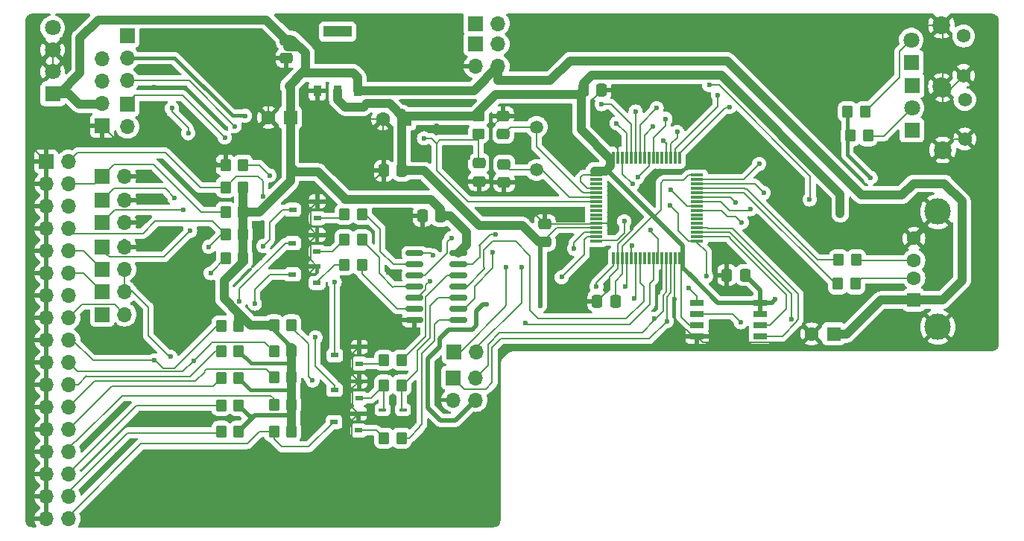
<source format=gbr>
%TF.GenerationSoftware,KiCad,Pcbnew,8.0.8*%
%TF.CreationDate,2025-02-19T22:11:45+00:00*%
%TF.ProjectId,Gotek,476f7465-6b2e-46b6-9963-61645f706362,rev?*%
%TF.SameCoordinates,Original*%
%TF.FileFunction,Copper,L1,Top*%
%TF.FilePolarity,Positive*%
%FSLAX46Y46*%
G04 Gerber Fmt 4.6, Leading zero omitted, Abs format (unit mm)*
G04 Created by KiCad (PCBNEW 8.0.8) date 2025-02-19 22:11:45*
%MOMM*%
%LPD*%
G01*
G04 APERTURE LIST*
G04 Aperture macros list*
%AMRoundRect*
0 Rectangle with rounded corners*
0 $1 Rounding radius*
0 $2 $3 $4 $5 $6 $7 $8 $9 X,Y pos of 4 corners*
0 Add a 4 corners polygon primitive as box body*
4,1,4,$2,$3,$4,$5,$6,$7,$8,$9,$2,$3,0*
0 Add four circle primitives for the rounded corners*
1,1,$1+$1,$2,$3*
1,1,$1+$1,$4,$5*
1,1,$1+$1,$6,$7*
1,1,$1+$1,$8,$9*
0 Add four rect primitives between the rounded corners*
20,1,$1+$1,$2,$3,$4,$5,0*
20,1,$1+$1,$4,$5,$6,$7,0*
20,1,$1+$1,$6,$7,$8,$9,0*
20,1,$1+$1,$8,$9,$2,$3,0*%
G04 Aperture macros list end*
%TA.AperFunction,ComponentPad*%
%ADD10C,5.000000*%
%TD*%
%TA.AperFunction,ComponentPad*%
%ADD11R,1.700000X1.700000*%
%TD*%
%TA.AperFunction,ComponentPad*%
%ADD12O,1.700000X1.700000*%
%TD*%
%TA.AperFunction,SMDPad,CuDef*%
%ADD13RoundRect,0.250000X-0.350000X-0.450000X0.350000X-0.450000X0.350000X0.450000X-0.350000X0.450000X0*%
%TD*%
%TA.AperFunction,SMDPad,CuDef*%
%ADD14RoundRect,0.250000X-0.475000X0.337500X-0.475000X-0.337500X0.475000X-0.337500X0.475000X0.337500X0*%
%TD*%
%TA.AperFunction,ComponentPad*%
%ADD15R,1.600000X1.600000*%
%TD*%
%TA.AperFunction,ComponentPad*%
%ADD16C,1.600000*%
%TD*%
%TA.AperFunction,ComponentPad*%
%ADD17C,1.575000*%
%TD*%
%TA.AperFunction,ComponentPad*%
%ADD18C,2.025000*%
%TD*%
%TA.AperFunction,SMDPad,CuDef*%
%ADD19R,0.900000X0.600000*%
%TD*%
%TA.AperFunction,ComponentPad*%
%ADD20R,1.800000X1.800000*%
%TD*%
%TA.AperFunction,ComponentPad*%
%ADD21C,1.800000*%
%TD*%
%TA.AperFunction,SMDPad,CuDef*%
%ADD22RoundRect,0.250000X-0.337500X-0.475000X0.337500X-0.475000X0.337500X0.475000X-0.337500X0.475000X0*%
%TD*%
%TA.AperFunction,SMDPad,CuDef*%
%ADD23R,1.650000X0.700000*%
%TD*%
%TA.AperFunction,ComponentPad*%
%ADD24R,1.500000X1.600000*%
%TD*%
%TA.AperFunction,ComponentPad*%
%ADD25C,3.000000*%
%TD*%
%TA.AperFunction,SMDPad,CuDef*%
%ADD26R,0.820000X0.420000*%
%TD*%
%TA.AperFunction,SMDPad,CuDef*%
%ADD27R,1.475000X0.300000*%
%TD*%
%TA.AperFunction,SMDPad,CuDef*%
%ADD28R,0.300000X1.475000*%
%TD*%
%TA.AperFunction,SMDPad,CuDef*%
%ADD29RoundRect,0.250000X0.337500X0.475000X-0.337500X0.475000X-0.337500X-0.475000X0.337500X-0.475000X0*%
%TD*%
%TA.AperFunction,SMDPad,CuDef*%
%ADD30RoundRect,0.250000X-0.450000X0.350000X-0.450000X-0.350000X0.450000X-0.350000X0.450000X0.350000X0*%
%TD*%
%TA.AperFunction,ComponentPad*%
%ADD31C,1.500000*%
%TD*%
%TA.AperFunction,SMDPad,CuDef*%
%ADD32R,0.950000X1.300000*%
%TD*%
%TA.AperFunction,SMDPad,CuDef*%
%ADD33R,3.250000X1.300000*%
%TD*%
%TA.AperFunction,SMDPad,CuDef*%
%ADD34RoundRect,0.250000X0.350000X0.450000X-0.350000X0.450000X-0.350000X-0.450000X0.350000X-0.450000X0*%
%TD*%
%TA.AperFunction,SMDPad,CuDef*%
%ADD35RoundRect,0.150000X-0.825000X-0.150000X0.825000X-0.150000X0.825000X0.150000X-0.825000X0.150000X0*%
%TD*%
%TA.AperFunction,ViaPad*%
%ADD36C,0.600000*%
%TD*%
%TA.AperFunction,Conductor*%
%ADD37C,1.000000*%
%TD*%
%TA.AperFunction,Conductor*%
%ADD38C,0.500000*%
%TD*%
%TA.AperFunction,Conductor*%
%ADD39C,0.200000*%
%TD*%
%TA.AperFunction,Conductor*%
%ADD40C,0.400000*%
%TD*%
G04 APERTURE END LIST*
D10*
%TO.P,H1,1,1*%
%TO.N,GND*%
X118491000Y-60642500D03*
%TD*%
%TO.P,H2,1,1*%
%TO.N,GND*%
X139573000Y-60642500D03*
%TD*%
%TO.P,H3,1,1*%
%TO.N,GND*%
X118491000Y-110363000D03*
%TD*%
%TO.P,H4,1,1*%
%TO.N,GND*%
X139573000Y-110363000D03*
%TD*%
%TO.P,H5,1,1*%
%TO.N,GND*%
X189357000Y-60642500D03*
%TD*%
D11*
%TO.P,J10,1,Pin_1*%
%TO.N,GND*%
X104501950Y-68633500D03*
D12*
%TO.P,J10,2,Pin_2*%
%TO.N,+5V*%
X104501950Y-66093500D03*
%TO.P,J10,3,Pin_3*%
%TO.N,SWCLK*%
X104501950Y-63553500D03*
%TO.P,J10,4,Pin_4*%
%TO.N,SWDIO*%
X104501950Y-61013500D03*
%TD*%
D13*
%TO.P,PU5,1*%
%TO.N,DIR*%
X118000000Y-91398725D03*
%TO.P,PU5,2*%
%TO.N,+5V*%
X120000000Y-91398725D03*
%TD*%
D14*
%TO.P,C4,1*%
%TO.N,NRST*%
X147307300Y-72877225D03*
%TO.P,C4,2*%
%TO.N,GND*%
X147307300Y-74952225D03*
%TD*%
D13*
%TO.P,R20,1*%
%TO.N,+3.3V*%
X189160275Y-67027425D03*
%TO.P,R20,2*%
%TO.N,Net-(L4-A)*%
X191160275Y-67027425D03*
%TD*%
D11*
%TO.P,J7,1,Pin_1*%
%TO.N,/I2C2_CLK*%
X144360900Y-97291525D03*
D12*
%TO.P,J7,2,Pin_2*%
%TO.N,/I2C2_DTA*%
X146900900Y-97291525D03*
%TO.P,J7,3,Pin_3*%
%TO.N,GND*%
X144360900Y-99831525D03*
%TO.P,J7,4,Pin_4*%
%TO.N,+3.3V*%
X146900900Y-99831525D03*
%TD*%
D15*
%TO.P,C1,1*%
%TO.N,+5V*%
X187587138Y-92313125D03*
D16*
%TO.P,C1,2*%
%TO.N,GND*%
X185087138Y-92313125D03*
%TD*%
D11*
%TO.P,JK1,1,Pin_1*%
%TO.N,SWITCH1*%
X146888200Y-56991250D03*
D12*
%TO.P,JK1,2,Pin_2*%
%TO.N,U3-40-PC9*%
X149428200Y-56991250D03*
%TD*%
D11*
%TO.P,S0,1,Pin_1*%
%TO.N,SEL0*%
X104498775Y-84975700D03*
D12*
%TO.P,S0,2,Pin_2*%
%TO.N,SEL*%
X107038775Y-84975700D03*
%TD*%
D11*
%TO.P,JA1,1,Pin_1*%
%TO.N,JA*%
X104500000Y-77080000D03*
D12*
%TO.P,JA1,2,Pin_2*%
%TO.N,GND*%
X107040000Y-77080000D03*
%TD*%
D17*
%TO.P,S4,1,1*%
%TO.N,GND*%
X202485625Y-70133600D03*
%TO.P,S4,2,2*%
%TO.N,BUT_L*%
X202485625Y-65633600D03*
D18*
%TO.P,S4,3,3*%
%TO.N,GND*%
X199985625Y-71383600D03*
%TO.P,S4,4,4*%
X199985625Y-64383600D03*
%TD*%
D19*
%TO.P,Q5,1,B*%
%TO.N,Net-(DID1-A)*%
X133680025Y-99616300D03*
%TO.P,Q5,2,E*%
%TO.N,GND*%
X133680025Y-97716300D03*
%TO.P,Q5,3,C*%
%TO.N,RDATA*%
X130880025Y-98666300D03*
%TD*%
D13*
%TO.P,RN4,1*%
%TO.N,Net-(Q4-B)*%
X136500000Y-104171750D03*
%TO.P,RN4,2*%
%TO.N,Net-(RN4-Pad2)*%
X138500000Y-104171750D03*
%TD*%
D19*
%TO.P,Q6,1,B*%
%TO.N,Net-(Q6-B)*%
X133702250Y-95685650D03*
%TO.P,Q6,2,E*%
%TO.N,GND*%
X133702250Y-93785650D03*
%TO.P,Q6,3,C*%
%TO.N,CHNG*%
X130902250Y-94735650D03*
%TD*%
D20*
%TO.P,L5,1,K*%
%TO.N,/I2C2_DTA*%
X196472175Y-69119750D03*
D21*
%TO.P,L5,2,A*%
%TO.N,Net-(L3-A)*%
X196472175Y-66579750D03*
%TD*%
D22*
%TO.P,C20,1*%
%TO.N,GND*%
X140878650Y-78882875D03*
%TO.P,C20,2*%
%TO.N,+5V*%
X142953650Y-78882875D03*
%TD*%
D11*
%TO.P,MOR1,1,Pin_1*%
%TO.N,MOR1*%
X104500000Y-90106500D03*
D12*
%TO.P,MOR1,2,Pin_2*%
%TO.N,MOR*%
X107040000Y-90106500D03*
%TD*%
D15*
%TO.P,C17,1*%
%TO.N,+3.3V*%
X138863075Y-67862450D03*
D16*
%TO.P,C17,2*%
%TO.N,GND*%
X136363075Y-67862450D03*
%TD*%
D13*
%TO.P,PU12,1*%
%TO.N,SIDE1*%
X118000000Y-103397050D03*
%TO.P,PU12,2*%
%TO.N,+5V*%
X120000000Y-103397050D03*
%TD*%
D22*
%TO.P,C6,1*%
%TO.N,+3.3V*%
X159165925Y-64573150D03*
%TO.P,C6,2*%
%TO.N,GND*%
X161240925Y-64573150D03*
%TD*%
D17*
%TO.P,S3,1,1*%
%TO.N,GND*%
X202345925Y-62915800D03*
%TO.P,S3,2,2*%
%TO.N,BUT_R*%
X202345925Y-58415800D03*
D18*
%TO.P,S3,3,3*%
%TO.N,GND*%
X199845925Y-64165800D03*
%TO.P,S3,4,4*%
X199845925Y-57165800D03*
%TD*%
D13*
%TO.P,PU13,1*%
%TO.N,READY*%
X124000000Y-103431975D03*
%TO.P,PU13,2*%
%TO.N,+5V*%
X126000000Y-103431975D03*
%TD*%
%TO.P,PU2,1*%
%TO.N,MTRON*%
X118500000Y-78432025D03*
%TO.P,PU2,2*%
%TO.N,+5V*%
X120500000Y-78432025D03*
%TD*%
%TO.P,PU11,1*%
%TO.N,RDATA*%
X118000000Y-100466525D03*
%TO.P,PU11,2*%
%TO.N,+5V*%
X120000000Y-100466525D03*
%TD*%
D19*
%TO.P,Q3,1,B*%
%TO.N,Net-(Q3-B)*%
X128901650Y-86500375D03*
%TO.P,Q3,2,E*%
%TO.N,GND*%
X128901650Y-84600375D03*
%TO.P,Q3,3,C*%
%TO.N,WPROT*%
X126101650Y-85550375D03*
%TD*%
D11*
%TO.P,P1,1,Pin_1*%
%TO.N,GND*%
X98126550Y-72694800D03*
D12*
%TO.P,P1,2,Pin_2*%
%TO.N,CHNG*%
X100666550Y-72694800D03*
%TO.P,P1,3,Pin_3*%
%TO.N,GND*%
X98126550Y-75234800D03*
%TO.P,P1,4,Pin_4*%
%TO.N,MTRON*%
X100666550Y-75234800D03*
%TO.P,P1,5,Pin_5*%
%TO.N,GND*%
X98126550Y-77774800D03*
%TO.P,P1,6,Pin_6*%
%TO.N,NC*%
X100666550Y-77774800D03*
%TO.P,P1,7,Pin_7*%
%TO.N,GND*%
X98126550Y-80314800D03*
%TO.P,P1,8,Pin_8*%
%TO.N,INDEX*%
X100666550Y-80314800D03*
%TO.P,P1,9,Pin_9*%
%TO.N,GND*%
X98126550Y-82854800D03*
%TO.P,P1,10,Pin_10*%
%TO.N,SEL0*%
X100666550Y-82854800D03*
%TO.P,P1,11,Pin_11*%
%TO.N,GND*%
X98126550Y-85394800D03*
%TO.P,P1,12,Pin_12*%
%TO.N,SEL1*%
X100666550Y-85394800D03*
%TO.P,P1,13,Pin_13*%
%TO.N,GND*%
X98126550Y-87934800D03*
%TO.P,P1,14,Pin_14*%
%TO.N,SEL2*%
X100666550Y-87934800D03*
%TO.P,P1,15,Pin_15*%
%TO.N,GND*%
X98126550Y-90474800D03*
%TO.P,P1,16,Pin_16*%
%TO.N,MOR*%
X100666550Y-90474800D03*
%TO.P,P1,17,Pin_17*%
%TO.N,GND*%
X98126550Y-93014800D03*
%TO.P,P1,18,Pin_18*%
%TO.N,DIR*%
X100666550Y-93014800D03*
%TO.P,P1,19,Pin_19*%
%TO.N,GND*%
X98126550Y-95554800D03*
%TO.P,P1,20,Pin_20*%
%TO.N,STEP*%
X100666550Y-95554800D03*
%TO.P,P1,21,Pin_21*%
%TO.N,GND*%
X98126550Y-98094800D03*
%TO.P,P1,22,Pin_22*%
%TO.N,WDATA*%
X100666550Y-98094800D03*
%TO.P,P1,23,Pin_23*%
%TO.N,GND*%
X98126550Y-100634800D03*
%TO.P,P1,24,Pin_24*%
%TO.N,WGATE*%
X100666550Y-100634800D03*
%TO.P,P1,25,Pin_25*%
%TO.N,GND*%
X98126550Y-103174800D03*
%TO.P,P1,26,Pin_26*%
%TO.N,TRK0*%
X100666550Y-103174800D03*
%TO.P,P1,27,Pin_27*%
%TO.N,GND*%
X98126550Y-105714800D03*
%TO.P,P1,28,Pin_28*%
%TO.N,WPROT*%
X100666550Y-105714800D03*
%TO.P,P1,29,Pin_29*%
%TO.N,GND*%
X98126550Y-108254800D03*
%TO.P,P1,30,Pin_30*%
%TO.N,RDATA*%
X100666550Y-108254800D03*
%TO.P,P1,31,Pin_31*%
%TO.N,GND*%
X98126550Y-110794800D03*
%TO.P,P1,32,Pin_32*%
%TO.N,SIDE1*%
X100666550Y-110794800D03*
%TO.P,P1,33,Pin_33*%
%TO.N,GND*%
X98126550Y-113334800D03*
%TO.P,P1,34,Pin_34*%
%TO.N,READY*%
X100666550Y-113334800D03*
%TD*%
D11*
%TO.P,J5,1,Pin_1*%
%TO.N,MTRON*%
X104500000Y-74400000D03*
D12*
%TO.P,J5,2,Pin_2*%
%TO.N,GND*%
X107040000Y-74400000D03*
%TD*%
D11*
%TO.P,JKA1,1,Pin_1*%
%TO.N,JKA1-1*%
X144460675Y-94351475D03*
D12*
%TO.P,JKA1,2,Pin_2*%
%TO.N,JKA1-2*%
X147000675Y-94351475D03*
%TD*%
D13*
%TO.P,PU9,1*%
%TO.N,TRK0*%
X118000000Y-97326450D03*
%TO.P,PU9,2*%
%TO.N,+5V*%
X120000000Y-97326450D03*
%TD*%
D19*
%TO.P,Q4,1,B*%
%TO.N,Net-(Q4-B)*%
X133616525Y-103286600D03*
%TO.P,Q4,2,E*%
%TO.N,GND*%
X133616525Y-101386600D03*
%TO.P,Q4,3,C*%
%TO.N,READY*%
X130816525Y-102336600D03*
%TD*%
D13*
%TO.P,RN2,1*%
%TO.N,Net-(Q2-B)*%
X132000000Y-81600675D03*
%TO.P,RN2,2*%
%TO.N,Net-(RN2-Pad2)*%
X134000000Y-81600675D03*
%TD*%
%TO.P,PU8,1*%
%TO.N,WGATE*%
X124000000Y-97221675D03*
%TO.P,PU8,2*%
%TO.N,+5V*%
X126000000Y-97221675D03*
%TD*%
D22*
%TO.P,C18,1*%
%TO.N,GND*%
X136468575Y-73745725D03*
%TO.P,C18,2*%
%TO.N,+3.3V*%
X138543575Y-73745725D03*
%TD*%
D14*
%TO.P,C5,1*%
%TO.N,Net-(U3-PH1)*%
X150152100Y-73022550D03*
%TO.P,C5,2*%
%TO.N,GND*%
X150152100Y-75097550D03*
%TD*%
D23*
%TO.P,U8,1,CE#*%
%TO.N,MOR1*%
X172063225Y-88788875D03*
%TO.P,U8,2,SO*%
%TO.N,SPI2_MISO*%
X172063225Y-90058875D03*
%TO.P,U8,3,WP#*%
%TO.N,+3.3V*%
X172063225Y-91328875D03*
%TO.P,U8,4,VSS*%
%TO.N,GND*%
X172063225Y-92598875D03*
%TO.P,U8,5,SI*%
%TO.N,SPI2_MOSI*%
X179263225Y-92598875D03*
%TO.P,U8,6,SCK*%
%TO.N,SPI2_SCK*%
X179263225Y-91328875D03*
%TO.P,U8,7,HOLD#*%
%TO.N,+3.3V*%
X179263225Y-90058875D03*
%TO.P,U8,8,VDD*%
X179263225Y-88788875D03*
%TD*%
D11*
%TO.P,J3,1,Pin_1*%
%TO.N,J3_BOOT0*%
X107362625Y-58394600D03*
D12*
%TO.P,J3,2,Pin_2*%
%TO.N,+3.3V*%
X107362625Y-60934600D03*
%TO.P,J3,3,Pin_3*%
%TO.N,USART1_TX*%
X107362625Y-63474600D03*
%TD*%
D11*
%TO.P,J8,1,Pin_1*%
%TO.N,ENC1*%
X146900000Y-59329400D03*
D12*
%TO.P,J8,2,Pin_2*%
%TO.N,ENC2*%
X149440000Y-59329400D03*
%TO.P,J8,3,Pin_3*%
%TO.N,GND*%
X146900000Y-61869400D03*
%TO.P,J8,4,Pin_4*%
%TO.N,+5V*%
X149440000Y-61869400D03*
%TD*%
D13*
%TO.P,RN1,1*%
%TO.N,Net-(Q1-B)*%
X132000000Y-78705075D03*
%TO.P,RN1,2*%
%TO.N,Net-(RN1-Pad2)*%
X134000000Y-78705075D03*
%TD*%
D24*
%TO.P,P3,1,VBUS*%
%TO.N,+5V*%
X196706525Y-88456650D03*
D16*
%TO.P,P3,2,D-*%
%TO.N,Net-(P3-D-)*%
X196706525Y-85956650D03*
%TO.P,P3,3,D+*%
%TO.N,Net-(P3-D+)*%
X196706525Y-83956650D03*
%TO.P,P3,4,GND*%
%TO.N,GND*%
X196706525Y-81456650D03*
D25*
%TO.P,P3,5,Shield*%
X199416525Y-91526650D03*
X199416525Y-78386650D03*
%TD*%
D19*
%TO.P,Q2,1,B*%
%TO.N,Net-(Q2-B)*%
X128901650Y-82938025D03*
%TO.P,Q2,2,E*%
%TO.N,GND*%
X128901650Y-81038025D03*
%TO.P,Q2,3,C*%
%TO.N,TRK0*%
X126101650Y-81988025D03*
%TD*%
D26*
%TO.P,DID1,1,K*%
%TO.N,Net-(DID1-K)*%
X138650000Y-100933250D03*
%TO.P,DID1,2,A*%
%TO.N,Net-(DID1-A)*%
X136350000Y-100933250D03*
%TD*%
D13*
%TO.P,RN3,1*%
%TO.N,Net-(Q3-B)*%
X132000000Y-84461350D03*
%TO.P,RN3,2*%
%TO.N,Net-(RN3-Pad2)*%
X134000000Y-84461350D03*
%TD*%
%TO.P,RN5,1*%
%TO.N,Net-(DID1-A)*%
X136500000Y-98142425D03*
%TO.P,RN5,2*%
%TO.N,Net-(DID1-K)*%
X138500000Y-98142425D03*
%TD*%
D20*
%TO.P,L3,1,K*%
%TO.N,/I2C2_CLK*%
X196484875Y-64039750D03*
D21*
%TO.P,L3,2,A*%
%TO.N,Net-(L3-A)*%
X196484875Y-66579750D03*
%TD*%
D14*
%TO.P,C3,1*%
%TO.N,GND*%
X150040975Y-67494875D03*
%TO.P,C3,2*%
%TO.N,Net-(U3-PH0)*%
X150040975Y-69569875D03*
%TD*%
D27*
%TO.P,U3,1,VBAT*%
%TO.N,+3.3V*%
X160606600Y-74250225D03*
%TO.P,U3,2,PC13*%
%TO.N,unconnected-(U3-PC13-Pad2)*%
X160606600Y-74750225D03*
%TO.P,U3,3,PC14*%
%TO.N,unconnected-(U3-PC14-Pad3)*%
X160606600Y-75250225D03*
%TO.P,U3,4,PC15*%
%TO.N,+3.3V*%
X160606600Y-75750225D03*
%TO.P,U3,5,PH0*%
%TO.N,Net-(U3-PH0)*%
X160606600Y-76250225D03*
%TO.P,U3,6,PH1*%
%TO.N,Net-(U3-PH1)*%
X160606600Y-76750225D03*
%TO.P,U3,7,NRST*%
%TO.N,NRST*%
X160606600Y-77250225D03*
%TO.P,U3,8,PC0*%
%TO.N,unconnected-(U3-PC0-Pad8)*%
X160606600Y-77750225D03*
%TO.P,U3,9,PC1*%
%TO.N,unconnected-(U3-PC1-Pad9)*%
X160606600Y-78250225D03*
%TO.P,U3,10,PC2*%
%TO.N,unconnected-(U3-PC2-Pad10)*%
X160606600Y-78750225D03*
%TO.P,U3,11,PC3*%
%TO.N,unconnected-(U3-PC3-Pad11)*%
X160606600Y-79250225D03*
%TO.P,U3,12,VSSA-VREF-*%
%TO.N,GND*%
X160606600Y-79750225D03*
%TO.P,U3,13,VDDA-VREF+*%
%TO.N,+3.3V*%
X160606600Y-80250225D03*
%TO.P,U3,14,PA0*%
%TO.N,SEL*%
X160606600Y-80750225D03*
%TO.P,U3,15,PA1*%
%TO.N,STEP*%
X160606600Y-81250225D03*
%TO.P,U3,16,PA2*%
%TO.N,JB*%
X160606600Y-81750225D03*
D28*
%TO.P,U3,17,PA3*%
%TO.N,BUT_L*%
X162594600Y-83738225D03*
%TO.P,U3,18,VSS*%
%TO.N,GND*%
X163094600Y-83738225D03*
%TO.P,U3,19,VDD*%
%TO.N,+3.3V*%
X163594600Y-83738225D03*
%TO.P,U3,20,PA4*%
%TO.N,BUT_R*%
X164094600Y-83738225D03*
%TO.P,U3,21,PA5*%
%TO.N,JA*%
X164594600Y-83738225D03*
%TO.P,U3,22,PA6*%
%TO.N,ENC1*%
X165094600Y-83738225D03*
%TO.P,U3,23,PA7*%
%TO.N,RDATA_3V3*%
X165594600Y-83738225D03*
%TO.P,U3,24,PC4*%
%TO.N,unconnected-(U3-PC4-Pad24)*%
X166094600Y-83738225D03*
%TO.P,U3,25,PC5*%
%TO.N,unconnected-(U3-PC5-Pad25)*%
X166594600Y-83738225D03*
%TO.P,U3,26,PB0*%
%TO.N,DIR*%
X167094600Y-83738225D03*
%TO.P,U3,27,PB1*%
%TO.N,JC*%
X167594600Y-83738225D03*
%TO.P,U3,28,PB2*%
%TO.N,GND*%
X168094600Y-83738225D03*
%TO.P,U3,29,PB10*%
%TO.N,/I2C2_DTA*%
X168594600Y-83738225D03*
%TO.P,U3,30,PB11*%
%TO.N,/I2C2_CLK*%
X169094600Y-83738225D03*
%TO.P,U3,31,PH3*%
%TO.N,GND*%
X169594600Y-83738225D03*
%TO.P,U3,32,VDD*%
%TO.N,+3.3V*%
X170094600Y-83738225D03*
D27*
%TO.P,U3,33,PB12*%
%TO.N,MOR1*%
X172082600Y-81750225D03*
%TO.P,U3,34,PB13*%
%TO.N,SPI2_SCK*%
X172082600Y-81250225D03*
%TO.P,U3,35,PB14*%
%TO.N,SPI2_MISO*%
X172082600Y-80750225D03*
%TO.P,U3,36,PB15*%
%TO.N,SPI2_MOSI*%
X172082600Y-80250225D03*
%TO.P,U3,37,PC6*%
%TO.N,unconnected-(U3-PC6-Pad37)*%
X172082600Y-79750225D03*
%TO.P,U3,38,PC7*%
%TO.N,unconnected-(U3-PC7-Pad38)*%
X172082600Y-79250225D03*
%TO.P,U3,39,PC8*%
%TO.N,unconnected-(U3-PC8-Pad39)*%
X172082600Y-78750225D03*
%TO.P,U3,40,PC9*%
%TO.N,U3-40-PC9*%
X172082600Y-78250225D03*
%TO.P,U3,41,PA8*%
%TO.N,WDATA*%
X172082600Y-77750225D03*
%TO.P,U3,42,PA9*%
%TO.N,USART1_TX*%
X172082600Y-77250225D03*
%TO.P,U3,43,PA10*%
%TO.N,USART1_RX*%
X172082600Y-76750225D03*
%TO.P,U3,44,PA11*%
%TO.N,Net-(U3-PA11)*%
X172082600Y-76250225D03*
%TO.P,U3,45,PA12*%
%TO.N,Net-(U3-PA12)*%
X172082600Y-75750225D03*
%TO.P,U3,46,PA13*%
%TO.N,SWDIO*%
X172082600Y-75250225D03*
%TO.P,U3,47,PH2*%
%TO.N,SWITCH1*%
X172082600Y-74750225D03*
%TO.P,U3,48,VDD*%
%TO.N,+3.3V*%
X172082600Y-74250225D03*
D28*
%TO.P,U3,49,PA14*%
%TO.N,SWCLK*%
X170094600Y-72262225D03*
%TO.P,U3,50,PA15*%
%TO.N,ENC2*%
X169594600Y-72262225D03*
%TO.P,U3,51,PC10*%
%TO.N,JKA1-1*%
X169094600Y-72262225D03*
%TO.P,U3,52,PC11*%
%TO.N,JKA1-2*%
X168594600Y-72262225D03*
%TO.P,U3,53,PC12*%
%TO.N,unconnected-(U3-PC12-Pad53)*%
X168094600Y-72262225D03*
%TO.P,U3,54,PD2*%
%TO.N,unconnected-(U3-PD2-Pad54)*%
X167594600Y-72262225D03*
%TO.P,U3,55,PB3*%
%TO.N,READY_3V3*%
X167094600Y-72262225D03*
%TO.P,U3,56,PB4*%
%TO.N,SIDE1*%
X166594600Y-72262225D03*
%TO.P,U3,57,PB5*%
%TO.N,WPROT_3V3*%
X166094600Y-72262225D03*
%TO.P,U3,58,PB6*%
%TO.N,TRK0_3V3*%
X165594600Y-72262225D03*
%TO.P,U3,59,PB7*%
%TO.N,CHNG_3V3*%
X165094600Y-72262225D03*
%TO.P,U3,60,BOOT0*%
%TO.N,J3_BOOT0*%
X164594600Y-72262225D03*
%TO.P,U3,61,PB8*%
%TO.N,INDEX_3V3*%
X164094600Y-72262225D03*
%TO.P,U3,62,PB9*%
%TO.N,WGATE*%
X163594600Y-72262225D03*
%TO.P,U3,63,VSS*%
%TO.N,GND*%
X163094600Y-72262225D03*
%TO.P,U3,64,VDD*%
%TO.N,+3.3V*%
X162594600Y-72262225D03*
%TD*%
D11*
%TO.P,S1,1,Pin_1*%
%TO.N,SEL1*%
X104498775Y-87550625D03*
D12*
%TO.P,S1,2,Pin_2*%
%TO.N,SEL*%
X107038775Y-87550625D03*
%TD*%
D11*
%TO.P,JC1,1,Pin_1*%
%TO.N,JC*%
X104500000Y-79629000D03*
D12*
%TO.P,JC1,2,Pin_2*%
%TO.N,GND*%
X107040000Y-79629000D03*
%TD*%
D13*
%TO.P,PU1,1*%
%TO.N,CHNG*%
X118500000Y-75638025D03*
%TO.P,PU1,2*%
%TO.N,+5V*%
X120500000Y-75638025D03*
%TD*%
D14*
%TO.P,C23,1*%
%TO.N,+5V*%
X125409325Y-58862050D03*
%TO.P,C23,2*%
%TO.N,GND*%
X125409325Y-60937050D03*
%TD*%
D13*
%TO.P,PU6,1*%
%TO.N,STEP*%
X124000000Y-94322900D03*
%TO.P,PU6,2*%
%TO.N,+5V*%
X126000000Y-94322900D03*
%TD*%
%TO.P,RN6,1*%
%TO.N,Net-(Q6-B)*%
X136500000Y-95294450D03*
%TO.P,RN6,2*%
%TO.N,Net-(RN6-Pad2)*%
X138500000Y-95294450D03*
%TD*%
D11*
%TO.P,JB1,1,Pin_1*%
%TO.N,JB*%
X104496950Y-82397600D03*
D12*
%TO.P,JB1,2,Pin_2*%
%TO.N,GND*%
X107036950Y-82397600D03*
%TD*%
D13*
%TO.P,R2,1*%
%TO.N,Net-(U3-PA11)*%
X188061725Y-86620350D03*
%TO.P,R2,2*%
%TO.N,Net-(P3-D-)*%
X190061725Y-86620350D03*
%TD*%
D29*
%TO.P,C8,1*%
%TO.N,+3.3V*%
X162797400Y-88576150D03*
%TO.P,C8,2*%
%TO.N,GND*%
X160722400Y-88576150D03*
%TD*%
D30*
%TO.P,R10,1*%
%TO.N,+3.3V*%
X147250150Y-67532375D03*
%TO.P,R10,2*%
%TO.N,NRST*%
X147250150Y-69532375D03*
%TD*%
D31*
%TO.P,Y1,1,1*%
%TO.N,Net-(U3-PH1)*%
X153838275Y-73662075D03*
%TO.P,Y1,2,2*%
%TO.N,Net-(U3-PH0)*%
X153838275Y-68762075D03*
%TD*%
D11*
%TO.P,J4,1,Pin_1*%
%TO.N,USART1_RX*%
X107362625Y-66209625D03*
D12*
%TO.P,J4,2,Pin_2*%
%TO.N,NRST*%
X107362625Y-68749625D03*
%TD*%
D32*
%TO.P,U4,1,GROUND/ADJUST*%
%TO.N,GND*%
X128939925Y-64617600D03*
%TO.P,U4,2,VOUT_1*%
%TO.N,+3.3V*%
X131229925Y-64617600D03*
%TO.P,U4,3,VIN*%
%TO.N,+5V*%
X133519925Y-64617600D03*
D33*
%TO.P,U4,4,VOUT_2*%
%TO.N,unconnected-(U4-VOUT_2-Pad4)*%
X131229925Y-57917600D03*
%TD*%
D13*
%TO.P,PU10,1*%
%TO.N,WPROT*%
X124000000Y-100396675D03*
%TO.P,PU10,2*%
%TO.N,+5V*%
X126000000Y-100396675D03*
%TD*%
D34*
%TO.P,R13,1*%
%TO.N,J3_BOOT0*%
X120500000Y-73091675D03*
%TO.P,R13,2*%
%TO.N,GND*%
X118500000Y-73091675D03*
%TD*%
D20*
%TO.P,P2,1,1*%
%TO.N,+5V*%
X98872900Y-64990975D03*
D21*
%TO.P,P2,2,2*%
%TO.N,GND*%
X98872900Y-62490975D03*
%TO.P,P2,3,3*%
X98872900Y-59990975D03*
%TO.P,P2,4,4*%
%TO.N,unconnected-(P2-Pad4)*%
X98872900Y-57490975D03*
%TD*%
D19*
%TO.P,Q1,1,B*%
%TO.N,Net-(Q1-B)*%
X128920700Y-79137550D03*
%TO.P,Q1,2,E*%
%TO.N,GND*%
X128920700Y-77237550D03*
%TO.P,Q1,3,C*%
%TO.N,INDEX*%
X126120700Y-78187550D03*
%TD*%
D20*
%TO.P,L4,1,K*%
%TO.N,SEL*%
X196399150Y-61409500D03*
D21*
%TO.P,L4,2,A*%
%TO.N,Net-(L4-A)*%
X196399150Y-58869500D03*
%TD*%
D13*
%TO.P,PU14,1*%
%TO.N,MOR1*%
X118500000Y-83734275D03*
%TO.P,PU14,2*%
%TO.N,+5V*%
X120500000Y-83734275D03*
%TD*%
D35*
%TO.P,U1,1*%
%TO.N,INDEX_3V3*%
X139984075Y-83127850D03*
%TO.P,U1,2*%
%TO.N,Net-(RN1-Pad2)*%
X139984075Y-84397850D03*
%TO.P,U1,3*%
%TO.N,TRK0_3V3*%
X139984075Y-85667850D03*
%TO.P,U1,4*%
%TO.N,Net-(RN2-Pad2)*%
X139984075Y-86937850D03*
%TO.P,U1,5*%
%TO.N,WPROT_3V3*%
X139984075Y-88207850D03*
%TO.P,U1,6*%
%TO.N,Net-(RN3-Pad2)*%
X139984075Y-89477850D03*
%TO.P,U1,7,GND*%
%TO.N,GND*%
X139984075Y-90747850D03*
%TO.P,U1,8*%
%TO.N,Net-(RN4-Pad2)*%
X144934075Y-90747850D03*
%TO.P,U1,9*%
%TO.N,READY_3V3*%
X144934075Y-89477850D03*
%TO.P,U1,10*%
%TO.N,Net-(DID1-K)*%
X144934075Y-88207850D03*
%TO.P,U1,11*%
%TO.N,RDATA_3V3*%
X144934075Y-86937850D03*
%TO.P,U1,12*%
%TO.N,Net-(RN6-Pad2)*%
X144934075Y-85667850D03*
%TO.P,U1,13*%
%TO.N,CHNG_3V3*%
X144934075Y-84397850D03*
%TO.P,U1,14,VCC*%
%TO.N,+5V*%
X144934075Y-83127850D03*
%TD*%
D13*
%TO.P,R1,1*%
%TO.N,Net-(U3-PA12)*%
X188169550Y-83883500D03*
%TO.P,R1,2*%
%TO.N,Net-(P3-D+)*%
X190169550Y-83883500D03*
%TD*%
%TO.P,R21,1*%
%TO.N,+3.3V*%
X189477775Y-69757925D03*
%TO.P,R21,2*%
%TO.N,Net-(L3-A)*%
X191477775Y-69757925D03*
%TD*%
D14*
%TO.P,C9,1*%
%TO.N,GND*%
X154774900Y-79794825D03*
%TO.P,C9,2*%
%TO.N,+3.3V*%
X154774900Y-81869825D03*
%TD*%
D13*
%TO.P,PU4,1*%
%TO.N,+5V*%
X124000000Y-91287600D03*
%TO.P,PU4,2*%
%TO.N,SEL*%
X126000000Y-91287600D03*
%TD*%
D15*
%TO.P,C19,1*%
%TO.N,+5V*%
X125871488Y-67687825D03*
D16*
%TO.P,C19,2*%
%TO.N,GND*%
X123371488Y-67687825D03*
%TD*%
D13*
%TO.P,PU3,1*%
%TO.N,INDEX*%
X118500000Y-80978375D03*
%TO.P,PU3,2*%
%TO.N,+5V*%
X120500000Y-80978375D03*
%TD*%
%TO.P,PU7,1*%
%TO.N,WDATA*%
X118000000Y-94246700D03*
%TO.P,PU7,2*%
%TO.N,+5V*%
X120000000Y-94246700D03*
%TD*%
D22*
%TO.P,C16,1*%
%TO.N,GND*%
X175463925Y-85613875D03*
%TO.P,C16,2*%
%TO.N,+3.3V*%
X177538925Y-85613875D03*
%TD*%
D36*
%TO.N,GND*%
X103247825Y-92903675D03*
X113741200Y-59353450D03*
X138966575Y-65881250D03*
X134346950Y-91405075D03*
X116112925Y-71434325D03*
X163525200Y-78003400D03*
X112626775Y-73977500D03*
X174777400Y-82372200D03*
X147491450Y-78184375D03*
X142808325Y-66093975D03*
X105537000Y-102003225D03*
X146065875Y-72247125D03*
X137020300Y-85312250D03*
X157327600Y-68300600D03*
X114906425Y-88842850D03*
X109324775Y-102003225D03*
X169544600Y-88392000D03*
X140941425Y-68821300D03*
X110391575Y-64265175D03*
X175348900Y-87229950D03*
X160248675Y-68122800D03*
X166827200Y-76962000D03*
X124875925Y-89046050D03*
X161442400Y-82677000D03*
X138125200Y-78654275D03*
X110169325Y-66611500D03*
X128762125Y-75904725D03*
X167665400Y-87620475D03*
X144157700Y-74079100D03*
X106149775Y-106022775D03*
X122450225Y-83693000D03*
X142487650Y-68627625D03*
X134645400Y-75669775D03*
X110337600Y-62255400D03*
%TO.N,NRST*%
X141049375Y-70065900D03*
%TO.N,+3.3V*%
X148129625Y-88973025D03*
X180975000Y-88376125D03*
X191795400Y-74549000D03*
X154225625Y-89080975D03*
X120726200Y-67494150D03*
X171256325Y-85601175D03*
X188204475Y-78495525D03*
%TO.N,J3_BOOT0*%
X114258725Y-69475350D03*
X112414050Y-66640075D03*
X161236025Y-66179700D03*
X123513850Y-74291825D03*
%TO.N,USART1_TX*%
X119545100Y-68675250D03*
X178101625Y-78130400D03*
%TO.N,USART1_RX*%
X176447450Y-77355700D03*
X118427500Y-69964300D03*
%TO.N,/I2C2_CLK*%
X168633775Y-90862150D03*
%TO.N,/I2C2_DTA*%
X167220900Y-90576400D03*
%TO.N,SWDIO*%
X179638325Y-76260325D03*
%TO.N,SWCLK*%
X175793400Y-66474975D03*
%TO.N,ENC1*%
X173462950Y-64004825D03*
X164941250Y-88284050D03*
X184848500Y-77019150D03*
%TO.N,DIR*%
X152552400Y-91055825D03*
X110391575Y-95329375D03*
%TO.N,SWITCH1*%
X179130325Y-72958325D03*
%TO.N,JA*%
X164649150Y-82264250D03*
X112696625Y-76815950D03*
%TO.N,JB*%
X114476212Y-80592612D03*
X163804600Y-79502000D03*
%TO.N,JC*%
X166776400Y-80518000D03*
X113706275Y-78187550D03*
%TO.N,MOR1*%
X168960800Y-77673200D03*
X173104175Y-85753575D03*
X116808250Y-85407500D03*
X171135675Y-87122000D03*
%TO.N,SPI2_MISO*%
X182803800Y-90624025D03*
X177022125Y-90985975D03*
%TO.N,ENC2*%
X174453550Y-65147825D03*
%TO.N,U3-40-PC9*%
X177155475Y-79609950D03*
%TO.N,JKA1-1*%
X169802175Y-69329300D03*
X150339425Y-84743925D03*
%TO.N,JKA1-2*%
X168251187Y-70286563D03*
X152120600Y-84750275D03*
%TO.N,WPROT_3V3*%
X167078025Y-68726050D03*
X141693900Y-86296500D03*
%TO.N,SEL*%
X128374775Y-97605850D03*
X112264825Y-94913450D03*
X158111825Y-82616675D03*
%TO.N,STEP*%
X156695775Y-85858350D03*
X114892137Y-95350012D03*
%TO.N,WGATE*%
X164731775Y-75271260D03*
%TO.N,INDEX*%
X116614575Y-82407125D03*
X122796300Y-82321400D03*
%TO.N,WPROT*%
X121834275Y-88871425D03*
%TO.N,RDATA*%
X128724025Y-92706825D03*
%TO.N,TRK0*%
X120094375Y-88614250D03*
%TO.N,SIDE1*%
X165331775Y-74498200D03*
%TO.N,WDATA*%
X169113200Y-75920600D03*
%TO.N,BUT_L*%
X160645475Y-86912450D03*
%TO.N,BUT_R*%
X163887150Y-86931500D03*
%TO.N,INDEX_3V3*%
X142071725Y-83404075D03*
X162931475Y-68338700D03*
%TO.N,TRK0_3V3*%
X144157700Y-81397400D03*
X167484425Y-66621025D03*
%TO.N,READY_3V3*%
X168481375Y-67840225D03*
X148878925Y-83004025D03*
%TO.N,CHNG*%
X122735975Y-76638025D03*
X130898900Y-86410800D03*
%TO.N,CHNG_3V3*%
X149202775Y-80971900D03*
X165094600Y-67008375D03*
%TD*%
D37*
%TO.N,+5V*%
X195341875Y-76523850D02*
X190769875Y-76523850D01*
X101981000Y-58629550D02*
X104032050Y-56578500D01*
X120500000Y-78432025D02*
X120500000Y-84087475D01*
X127617538Y-62218887D02*
X127617538Y-60371037D01*
X125871488Y-74916726D02*
X125871488Y-73245863D01*
X146691800Y-64617600D02*
X133519925Y-64617600D01*
X133519925Y-63133350D02*
X132991225Y-62604650D01*
D38*
X120000000Y-103397050D02*
X121850375Y-101546675D01*
D37*
X120500000Y-75638025D02*
X120500000Y-78432025D01*
X199979400Y-88456650D02*
X202177650Y-86258400D01*
D39*
X99642300Y-64990975D02*
X98872900Y-64990975D01*
D37*
X157626050Y-61242575D02*
X155394025Y-63474600D01*
X192934075Y-88456650D02*
X199979400Y-88456650D01*
X189077600Y-92313125D02*
X192934075Y-88456650D01*
X100700200Y-64990975D02*
X101873050Y-66163825D01*
D40*
X120000000Y-94246700D02*
X121428750Y-95675450D01*
D37*
X125871488Y-67687825D02*
X125871488Y-64276488D01*
X124000000Y-91287600D02*
X121326275Y-91287600D01*
X101981000Y-62652275D02*
X101981000Y-58629550D01*
X123125775Y-56578500D02*
X125409325Y-58862050D01*
X126896051Y-59649550D02*
X125593475Y-59649550D01*
X202177650Y-86258400D02*
X202177650Y-77222350D01*
D40*
X120000000Y-97326450D02*
X120895225Y-98221675D01*
D37*
X125698250Y-64138175D02*
X127617538Y-62218887D01*
D39*
X120000000Y-103397050D02*
X120930150Y-102466900D01*
D38*
X124000000Y-91837250D02*
X124000000Y-91287600D01*
D37*
X126000000Y-103431975D02*
X126000000Y-93837250D01*
X141808200Y-76971525D02*
X142953650Y-78116975D01*
X104032050Y-56578500D02*
X123125775Y-56578500D01*
D38*
X126000000Y-101447600D02*
X126000000Y-100396675D01*
D37*
X133519925Y-64617600D02*
X133519925Y-63133350D01*
D38*
X120930150Y-102466900D02*
X121465262Y-101931787D01*
D39*
X126000000Y-94322900D02*
X126000000Y-103431975D01*
D37*
X145891250Y-82170675D02*
X144934075Y-83127850D01*
D38*
X126000000Y-93837250D02*
X124000000Y-91837250D01*
D37*
X175488600Y-61242575D02*
X157626050Y-61242575D01*
X132038725Y-76971525D02*
X141808200Y-76971525D01*
X200155175Y-75199875D02*
X196665850Y-75199875D01*
X122356189Y-78432025D02*
X125871488Y-74916726D01*
X121326275Y-91287600D02*
X120000000Y-89961325D01*
X196665850Y-75199875D02*
X195341875Y-76523850D01*
D40*
X121428750Y-95675450D02*
X125647450Y-95675450D01*
D37*
X125871488Y-67687825D02*
X125871488Y-73245863D01*
D39*
X104431625Y-66163825D02*
X104501950Y-66093500D01*
D37*
X125698250Y-64103250D02*
X125698250Y-64138175D01*
D40*
X121330325Y-98656775D02*
X125564900Y-98656775D01*
D37*
X187587138Y-92313125D02*
X189077600Y-92313125D01*
X149440000Y-61869400D02*
X146691800Y-64617600D01*
X101873050Y-66163825D02*
X104431625Y-66163825D01*
D38*
X125900925Y-101546675D02*
X126000000Y-101447600D01*
D37*
X125871488Y-73245863D02*
X126526925Y-73901300D01*
X125409325Y-58862050D02*
X126108550Y-58862050D01*
X118325900Y-88287225D02*
X120000000Y-89961325D01*
D39*
X125871488Y-64276488D02*
X125698250Y-64103250D01*
D37*
X127617538Y-60371037D02*
X126896051Y-59649550D01*
X190769875Y-76523850D02*
X175488600Y-61242575D01*
X99642300Y-64990975D02*
X101981000Y-62652275D01*
D40*
X125564900Y-98656775D02*
X126000000Y-98221675D01*
D37*
X118325900Y-86261575D02*
X118325900Y-88287225D01*
X132038725Y-76898500D02*
X132038725Y-76971525D01*
X155394025Y-63474600D02*
X149440000Y-63474600D01*
X202177650Y-77222350D02*
X200155175Y-75199875D01*
X126526925Y-73901300D02*
X129041525Y-73901300D01*
X98872900Y-64990975D02*
X100700200Y-64990975D01*
X126108550Y-58862050D02*
X127617538Y-60371037D01*
X132991225Y-62604650D02*
X127196850Y-62604650D01*
X120500000Y-84087475D02*
X118325900Y-86261575D01*
X142953650Y-78116975D02*
X142953650Y-78882875D01*
D39*
X126000000Y-95322900D02*
X126000000Y-94322900D01*
D37*
X142953650Y-78882875D02*
X144002125Y-78882875D01*
X127196850Y-62604650D02*
X125698250Y-64103250D01*
D40*
X120895225Y-98221675D02*
X121330325Y-98656775D01*
D37*
X129041525Y-73901300D02*
X132038725Y-76898500D01*
D38*
X121850375Y-101546675D02*
X125900925Y-101546675D01*
X121465262Y-101931787D02*
X120000000Y-100466525D01*
D37*
X120500000Y-78432025D02*
X122356189Y-78432025D01*
D39*
X126000000Y-98221675D02*
X126000000Y-97221675D01*
D37*
X149440000Y-63474600D02*
X149440000Y-61869400D01*
D40*
X125647450Y-95675450D02*
X126000000Y-95322900D01*
D37*
X120000000Y-89961325D02*
X120000000Y-91398725D01*
X145891250Y-80772000D02*
X145891250Y-82170675D01*
X144002125Y-78882875D02*
X145891250Y-80772000D01*
D39*
%TO.N,GND*%
X128555750Y-66100325D02*
X130317875Y-67862450D01*
X133702250Y-93785650D02*
X132952250Y-94535650D01*
X199845925Y-57165800D02*
X192833700Y-57165800D01*
X163094600Y-84911000D02*
X162153600Y-85852000D01*
X168094600Y-83738225D02*
X168094600Y-87191275D01*
X132866525Y-107192058D02*
X136037467Y-110363000D01*
X171588225Y-92598875D02*
X172063225Y-92598875D01*
X163525200Y-78003400D02*
X163931600Y-78003400D01*
X136363075Y-73640225D02*
X136468575Y-73745725D01*
X127428625Y-64985900D02*
X127428625Y-65608200D01*
X199985625Y-71383600D02*
X199985625Y-71369550D01*
X132952250Y-94535650D02*
X132952250Y-96988525D01*
X199985625Y-71369550D02*
X199253475Y-70637400D01*
X202485625Y-70133600D02*
X202485625Y-70110350D01*
X128151650Y-81788025D02*
X128151650Y-83850375D01*
X115674775Y-70996175D02*
X114554000Y-70996175D01*
X162153600Y-87144950D02*
X160722400Y-88576150D01*
X116112925Y-71434325D02*
X115674775Y-70996175D01*
X202485625Y-70133600D02*
X202515225Y-70133600D01*
X163525200Y-78003400D02*
X163525200Y-78409800D01*
X163931600Y-78003400D02*
X164795200Y-78867000D01*
X202515225Y-70133600D02*
X203187300Y-70805675D01*
X134645400Y-75568900D02*
X136468575Y-73745725D01*
X124875925Y-89046050D02*
X124875925Y-88484075D01*
X132866525Y-102136600D02*
X132866525Y-107192058D01*
X133616525Y-101386600D02*
X132866525Y-102136600D01*
X168094600Y-87191275D02*
X167665400Y-87620475D01*
X132930025Y-100700100D02*
X133616525Y-101386600D01*
X107040000Y-79629000D02*
X108302425Y-79629000D01*
X199985625Y-67633600D02*
X202485625Y-70133600D01*
X164795200Y-78867000D02*
X164795200Y-80416400D01*
X201235625Y-70133600D02*
X199985625Y-71383600D01*
X96650175Y-71218425D02*
X98126550Y-72694800D01*
X124875925Y-88484075D02*
X128759625Y-84600375D01*
X107873800Y-82397600D02*
X107896025Y-82419825D01*
X199416525Y-78386650D02*
X196706525Y-81096650D01*
X96650175Y-64713700D02*
X96650175Y-71218425D01*
X128762125Y-75904725D02*
X128762125Y-77078975D01*
X107896025Y-82419825D02*
X108245275Y-82419825D01*
X162153600Y-85852000D02*
X162153600Y-87144950D01*
X144157700Y-74079100D02*
X145030825Y-74952225D01*
X192833700Y-57165800D02*
X189357000Y-60642500D01*
X160248675Y-68122800D02*
X160248675Y-68428800D01*
X130317875Y-67862450D02*
X136363075Y-67862450D01*
X98872900Y-62490975D02*
X96650175Y-64713700D01*
X163094600Y-83738225D02*
X163094600Y-84911000D01*
X200878125Y-64383600D02*
X199985625Y-64383600D01*
X128151650Y-83850375D02*
X128901650Y-84600375D01*
X136363075Y-67862450D02*
X136363075Y-73640225D01*
X150152100Y-75097550D02*
X148536025Y-75097550D01*
X202485625Y-70110350D02*
X203244450Y-69351525D01*
X145030825Y-74952225D02*
X147307300Y-74952225D01*
X132952250Y-96988525D02*
X133680025Y-97716300D01*
X160248675Y-68428800D02*
X163094600Y-71274725D01*
X199985625Y-71383600D02*
X199985625Y-71397500D01*
X132930025Y-98466300D02*
X132930025Y-100700100D01*
X150040975Y-67494875D02*
X148536025Y-68999825D01*
X128920700Y-77237550D02*
X128170700Y-77987550D01*
X172713225Y-93248875D02*
X172063225Y-92598875D01*
X202345925Y-62915800D02*
X200878125Y-64383600D01*
X134645400Y-75669775D02*
X134645400Y-75568900D01*
X127920750Y-66100325D02*
X128555750Y-66100325D01*
X132866525Y-102686600D02*
X132866525Y-102136600D01*
X128170700Y-77987550D02*
X128170700Y-80307075D01*
X136037467Y-110363000D02*
X139573000Y-110363000D01*
X135004175Y-90747850D02*
X139984075Y-90747850D01*
X202485625Y-70133600D02*
X201235625Y-70133600D01*
X199985625Y-71397500D02*
X199155050Y-72228075D01*
X199985625Y-71383600D02*
X200901300Y-72299275D01*
X169594600Y-83738225D02*
X169544600Y-83788225D01*
X123371488Y-65522988D02*
X118491000Y-60642500D01*
X175463925Y-85613875D02*
X175463925Y-87114925D01*
X125190125Y-110363000D02*
X132866525Y-102686600D01*
X127796925Y-64617600D02*
X127428625Y-64985900D01*
X175348900Y-87229950D02*
X175512373Y-87393423D01*
X160562000Y-79794825D02*
X160606600Y-79750225D01*
X196706525Y-81096650D02*
X196706525Y-81456650D01*
X108852225Y-77080000D02*
X108873925Y-77101700D01*
X162095575Y-79750225D02*
X160606600Y-79750225D01*
X148536025Y-68999825D02*
X148536025Y-75097550D01*
X138125200Y-78654275D02*
X138353800Y-78882875D01*
X108315125Y-79641700D02*
X108829475Y-79641700D01*
X161442400Y-82677000D02*
X161442400Y-82397600D01*
X106886850Y-71018400D02*
X114436525Y-71018400D01*
X154774900Y-79794825D02*
X160562000Y-79794825D01*
X118785550Y-60937050D02*
X118491000Y-60642500D01*
X127428625Y-65608200D02*
X127920750Y-66100325D01*
X164795200Y-80416400D02*
X163094600Y-82117000D01*
X163094600Y-82117000D02*
X163094600Y-83738225D01*
X163094600Y-71274725D02*
X163094600Y-72262225D01*
X118491000Y-110363000D02*
X125190125Y-110363000D01*
X147452625Y-75097550D02*
X147307300Y-74952225D01*
X200901300Y-72299275D02*
X200901300Y-72355075D01*
X128939925Y-64617600D02*
X127796925Y-64617600D01*
X116112925Y-71434325D02*
X117770275Y-73091675D01*
X184151388Y-93248875D02*
X172713225Y-93248875D01*
X199845925Y-57165800D02*
X199985625Y-57305500D01*
X133680025Y-97716300D02*
X132930025Y-98466300D01*
X169544600Y-88392000D02*
X169544600Y-90555250D01*
X128759625Y-84600375D02*
X128901650Y-84600375D01*
X148536025Y-75097550D02*
X147452625Y-75097550D01*
X153164450Y-78184375D02*
X147491450Y-78184375D01*
X160248675Y-65565400D02*
X160248675Y-68122800D01*
X108302425Y-79629000D02*
X108315125Y-79641700D01*
X107036950Y-82397600D02*
X107873800Y-82397600D01*
X123371488Y-67687825D02*
X123371488Y-65522988D01*
X107040000Y-74400000D02*
X108213750Y-74400000D01*
X185087138Y-92313125D02*
X184151388Y-93248875D01*
X107040000Y-77080000D02*
X108852225Y-77080000D01*
X125409325Y-60937050D02*
X118785550Y-60937050D01*
X134346950Y-91405075D02*
X133702250Y-92049775D01*
X117770275Y-73091675D02*
X118500000Y-73091675D01*
X154774900Y-79794825D02*
X153164450Y-78184375D01*
X138353800Y-78882875D02*
X140878650Y-78882875D01*
X104501950Y-68633500D02*
X106886850Y-71018400D01*
X162140175Y-79794825D02*
X162095575Y-79750225D01*
X128170700Y-80307075D02*
X128901650Y-81038025D01*
X128901650Y-81038025D02*
X128151650Y-81788025D01*
X161240925Y-64573150D02*
X160248675Y-65565400D01*
X98872900Y-59990975D02*
X98872900Y-62490975D01*
X169544600Y-83788225D02*
X169544600Y-88392000D01*
X108829475Y-79641700D02*
X108870750Y-79600425D01*
X169544600Y-90555250D02*
X171588225Y-92598875D01*
X199985625Y-64383600D02*
X199985625Y-67633600D01*
X128762125Y-77078975D02*
X128920700Y-77237550D01*
X199985625Y-57305500D02*
X199985625Y-64383600D01*
X133702250Y-92049775D02*
X133702250Y-93785650D01*
X175463925Y-87114925D02*
X175348900Y-87229950D01*
X134346950Y-91405075D02*
X135004175Y-90747850D01*
X163525200Y-78409800D02*
X162140175Y-79794825D01*
X108213750Y-74400000D02*
X108219875Y-74406125D01*
%TO.N,Net-(U3-PH0)*%
X159212975Y-76250225D02*
X159169100Y-76206350D01*
X150848775Y-68762075D02*
X150040975Y-69569875D01*
X153838275Y-71012050D02*
X153838275Y-68762075D01*
X153838275Y-68762075D02*
X150848775Y-68762075D01*
X159032575Y-76206350D02*
X153838275Y-71012050D01*
X160606600Y-76250225D02*
X159212975Y-76250225D01*
X159169100Y-76206350D02*
X159032575Y-76206350D01*
%TO.N,NRST*%
X147250150Y-69532375D02*
X147250150Y-72820075D01*
X147250150Y-70227825D02*
X142865475Y-70227825D01*
X146039775Y-77250225D02*
X160606600Y-77250225D01*
X147250150Y-72820075D02*
X147307300Y-72877225D01*
X142865475Y-70227825D02*
X142465425Y-70627875D01*
X147250150Y-69532375D02*
X147250150Y-70227825D01*
X141049375Y-70065900D02*
X141903450Y-70065900D01*
X141903450Y-70065900D02*
X142465425Y-70627875D01*
X142465425Y-70627875D02*
X142465425Y-73675875D01*
X142465425Y-73675875D02*
X146039775Y-77250225D01*
%TO.N,Net-(U3-PH1)*%
X150791625Y-73662075D02*
X150152100Y-73022550D01*
X153838275Y-73662075D02*
X150791625Y-73662075D01*
X154443600Y-73662075D02*
X157531750Y-76750225D01*
X157531750Y-76750225D02*
X160606600Y-76750225D01*
X153838275Y-73662075D02*
X154443600Y-73662075D01*
D37*
%TO.N,+3.3V*%
X137126350Y-66125725D02*
X134536800Y-66125725D01*
D39*
X167970200Y-78155800D02*
X167265189Y-78860811D01*
X170516925Y-74828400D02*
X168275000Y-74828400D01*
X160606600Y-74250225D02*
X159093225Y-74250225D01*
D37*
X149209125Y-65065275D02*
X146742025Y-67532375D01*
X152209500Y-79971900D02*
X154107425Y-81869825D01*
D39*
X163594600Y-85512725D02*
X162797400Y-86309925D01*
D37*
X154107425Y-81869825D02*
X154774900Y-81869825D01*
D38*
X148129625Y-88973025D02*
X147742275Y-88973025D01*
D37*
X159165925Y-64573150D02*
X158896050Y-64843025D01*
X158896050Y-64843025D02*
X158896050Y-69091175D01*
D38*
X141493875Y-100717350D02*
X141493875Y-95113476D01*
D39*
X171095100Y-74250225D02*
X170516925Y-74828400D01*
D38*
X146516725Y-91827350D02*
X143837025Y-91827350D01*
D39*
X189160275Y-69440425D02*
X189477775Y-69757925D01*
X167075011Y-78860811D02*
X163594600Y-82341222D01*
D38*
X179263225Y-87338175D02*
X177538925Y-85613875D01*
D37*
X158896050Y-69091175D02*
X162244600Y-72439725D01*
D39*
X170307000Y-83950625D02*
X170094600Y-83738225D01*
D38*
X174444025Y-88788875D02*
X179263225Y-88788875D01*
D39*
X156202575Y-80250225D02*
X156152850Y-80200500D01*
D38*
X170434000Y-82219800D02*
X161975800Y-73761600D01*
D37*
X161696400Y-73761600D02*
X160426400Y-73761600D01*
D38*
X144599025Y-102133400D02*
X146900900Y-99831525D01*
D37*
X159064475Y-64674600D02*
X158673800Y-65065275D01*
D38*
X179263225Y-90058875D02*
X179263225Y-87338175D01*
D39*
X159093225Y-74250225D02*
X158864300Y-74479150D01*
D37*
X174798162Y-62882587D02*
X160123063Y-62882587D01*
D39*
X162797400Y-86309925D02*
X162797400Y-88576150D01*
D38*
X179263225Y-88788875D02*
X180562250Y-88788875D01*
D40*
X112728375Y-60934600D02*
X119265700Y-67471925D01*
D37*
X188337825Y-78628875D02*
X188337825Y-76422250D01*
D39*
X142662225Y-93945126D02*
X142438438Y-94168913D01*
D40*
X189160275Y-67027425D02*
X189160275Y-71913875D01*
D39*
X170307000Y-90408125D02*
X170307000Y-83950625D01*
D38*
X171256325Y-85601175D02*
X174444025Y-88788875D01*
D39*
X154247850Y-89058750D02*
X154225625Y-89080975D01*
X172082600Y-74250225D02*
X171095100Y-74250225D01*
X163594600Y-82341222D02*
X163594600Y-83738225D01*
X179263225Y-88788875D02*
X179263225Y-90058875D01*
D38*
X170434000Y-84778850D02*
X171256325Y-85601175D01*
D37*
X162244600Y-72439725D02*
X162244600Y-73213401D01*
X188337825Y-76422250D02*
X174798162Y-62882587D01*
D38*
X142812225Y-93795126D02*
X142438438Y-94168913D01*
D39*
X163594600Y-83738225D02*
X163594600Y-85512725D01*
X156152850Y-80200500D02*
X154774900Y-81578450D01*
D37*
X158673800Y-65065275D02*
X149209125Y-65065275D01*
D39*
X191868425Y-74622025D02*
X191795400Y-74549000D01*
X159619100Y-75750225D02*
X160606600Y-75750225D01*
D37*
X138863075Y-67862450D02*
X137126350Y-66125725D01*
D38*
X170434000Y-82219800D02*
X170434000Y-84778850D01*
X180562250Y-88788875D02*
X180975000Y-88376125D01*
D39*
X168275000Y-74828400D02*
X167970200Y-75133200D01*
D37*
X138543575Y-73745725D02*
X141077950Y-73745725D01*
D38*
X141751050Y-100974525D02*
X142909925Y-102133400D01*
X141836775Y-94770575D02*
X142662225Y-93945125D01*
X141493875Y-95113476D02*
X141965363Y-94641988D01*
D39*
X139193150Y-67532375D02*
X138863075Y-67862450D01*
D38*
X142812225Y-92852150D02*
X142812225Y-93795126D01*
X146989800Y-91354275D02*
X146516725Y-91827350D01*
D37*
X146742025Y-67532375D02*
X139193150Y-67532375D01*
D39*
X142662225Y-93945125D02*
X142662225Y-93945126D01*
X189160275Y-67027425D02*
X189160275Y-69440425D01*
X162644600Y-72161400D02*
X161975800Y-72161400D01*
D37*
X159165925Y-63839725D02*
X159165925Y-64573150D01*
D38*
X167075011Y-78860811D02*
X170434000Y-82219800D01*
D37*
X134536800Y-66125725D02*
X134155800Y-66506725D01*
D40*
X189160275Y-71913875D02*
X191795400Y-74549000D01*
D37*
X141077950Y-73745725D02*
X147304125Y-79971900D01*
D39*
X160606600Y-80250225D02*
X156202575Y-80250225D01*
X167970200Y-75133200D02*
X167970200Y-78155800D01*
D37*
X147304125Y-79971900D02*
X152209500Y-79971900D01*
X132099050Y-66506725D02*
X131229925Y-65637600D01*
D40*
X107362625Y-60934600D02*
X112728375Y-60934600D01*
D38*
X154247850Y-82396875D02*
X154247850Y-89058750D01*
D39*
X154774900Y-81869825D02*
X154247850Y-82396875D01*
X158864300Y-74995425D02*
X159619100Y-75750225D01*
D38*
X146989800Y-89725500D02*
X146989800Y-91354275D01*
D39*
X154774900Y-81578450D02*
X154774900Y-81869825D01*
D38*
X143837025Y-91827350D02*
X142812225Y-92852150D01*
D39*
X188204475Y-78495525D02*
X188337825Y-78628875D01*
D37*
X162244600Y-73213401D02*
X161696400Y-73761600D01*
D38*
X141751050Y-100974525D02*
X141493875Y-100717350D01*
D37*
X131229925Y-65637600D02*
X131229925Y-64617600D01*
D38*
X142909925Y-102133400D02*
X144599025Y-102133400D01*
X147742275Y-88973025D02*
X146989800Y-89725500D01*
D39*
X158864300Y-74479150D02*
X158864300Y-74995425D01*
X172063225Y-91328875D02*
X171227750Y-91328875D01*
D37*
X160123063Y-62882587D02*
X159165925Y-63839725D01*
D39*
X120703975Y-67471925D02*
X120726200Y-67494150D01*
X171227750Y-91328875D02*
X170307000Y-90408125D01*
D40*
X119265700Y-67471925D02*
X120703975Y-67471925D01*
D37*
X134155800Y-66506725D02*
X132099050Y-66506725D01*
X138543575Y-73745725D02*
X138543575Y-67229900D01*
D39*
%TO.N,Net-(DID1-K)*%
X138500000Y-98142425D02*
X138500000Y-100783250D01*
X140274675Y-96472375D02*
X140274675Y-94240350D01*
X138604625Y-98142425D02*
X140274675Y-96472375D01*
X141773275Y-89112725D02*
X142678150Y-88207850D01*
X140274675Y-94240350D02*
X141773275Y-92741750D01*
X142678150Y-88207850D02*
X144934075Y-88207850D01*
X138500000Y-100783250D02*
X138650000Y-100933250D01*
X138500000Y-98142425D02*
X138604625Y-98142425D01*
X141773275Y-92741750D02*
X141773275Y-89112725D01*
%TO.N,J3_BOOT0*%
X164607875Y-68494275D02*
X164607875Y-71014075D01*
X114258725Y-68894325D02*
X112414050Y-67049650D01*
X161236025Y-66179700D02*
X162293300Y-66179700D01*
X114258725Y-69475350D02*
X114258725Y-68894325D01*
X122313700Y-73091675D02*
X120500000Y-73091675D01*
X112414050Y-67049650D02*
X112414050Y-66640075D01*
X123513850Y-74291825D02*
X122313700Y-73091675D01*
X164594600Y-71027350D02*
X164594600Y-72262225D01*
X162293300Y-66179700D02*
X164607875Y-68494275D01*
X164607875Y-71014075D02*
X164594600Y-71027350D01*
%TO.N,USART1_TX*%
X178101625Y-78130400D02*
X177958750Y-78273275D01*
X107362625Y-63474600D02*
X114344450Y-63474600D01*
X175799750Y-78273275D02*
X174776700Y-77250225D01*
X174776700Y-77250225D02*
X172082600Y-77250225D01*
X114344450Y-63474600D02*
X119545100Y-68675250D01*
X177958750Y-78273275D02*
X175799750Y-78273275D01*
%TO.N,USART1_RX*%
X176447450Y-77355700D02*
X175841975Y-76750225D01*
X107362625Y-66062225D02*
X108229400Y-65195450D01*
X175841975Y-76750225D02*
X172082600Y-76750225D01*
X108229400Y-65195450D02*
X113658650Y-65195450D01*
X107362625Y-66209625D02*
X107362625Y-66062225D01*
X113658650Y-65195450D02*
X118427500Y-69964300D01*
%TO.N,/I2C2_CLK*%
X145643600Y-98574225D02*
X144360900Y-97291525D01*
X148796375Y-93799025D02*
X148796375Y-97863025D01*
X168633775Y-90862150D02*
X168624200Y-90852575D01*
X149815550Y-92837000D02*
X148853525Y-93799025D01*
X148085175Y-98574225D02*
X145643600Y-98574225D01*
X168624200Y-88075890D02*
X169094600Y-87605490D01*
X168624200Y-90852575D02*
X168624200Y-88075890D01*
X148796375Y-97863025D02*
X148085175Y-98574225D01*
X148853525Y-93799025D02*
X148796375Y-93799025D01*
X169094600Y-87605490D02*
X169094600Y-83738225D01*
X168633775Y-90862150D02*
X166658925Y-92837000D01*
X166658925Y-92837000D02*
X149815550Y-92837000D01*
%TO.N,/I2C2_DTA*%
X149774275Y-92170250D02*
X149739350Y-92205175D01*
X167360600Y-90576400D02*
X168224200Y-89712800D01*
X168224200Y-89712800D02*
X168224200Y-87910204D01*
X167220900Y-90576400D02*
X167220900Y-90770075D01*
X149739350Y-92205175D02*
X149628225Y-92205175D01*
X167220900Y-90770075D02*
X165820725Y-92170250D01*
X148310600Y-95881825D02*
X146900900Y-97291525D01*
X165820725Y-92170250D02*
X149774275Y-92170250D01*
X168594600Y-87539804D02*
X168594600Y-83738225D01*
X167220900Y-90576400D02*
X167360600Y-90576400D01*
X168224200Y-87910204D02*
X168594600Y-87539804D01*
X149628225Y-92205175D02*
X148380450Y-93452950D01*
X148310600Y-93452950D02*
X148310600Y-95881825D01*
X148380450Y-93452950D02*
X148310600Y-93452950D01*
%TO.N,SWDIO*%
X178628225Y-75250225D02*
X179638325Y-76260325D01*
X172082600Y-75250225D02*
X178628225Y-75250225D01*
%TO.N,SWCLK*%
X175456850Y-66474975D02*
X175374300Y-66557525D01*
X175793400Y-66474975D02*
X175456850Y-66474975D01*
X175374300Y-66557525D02*
X175266350Y-66557525D01*
X170094600Y-71729275D02*
X170094600Y-72262225D01*
X175266350Y-66557525D02*
X170094600Y-71729275D01*
%TO.N,MTRON*%
X105865475Y-73034525D02*
X104500000Y-74400000D01*
X110347125Y-73034525D02*
X105865475Y-73034525D01*
X100666550Y-75234800D02*
X103665200Y-75234800D01*
X115744625Y-78432025D02*
X110347125Y-73034525D01*
X103665200Y-75234800D02*
X104500000Y-74400000D01*
X118500000Y-78432025D02*
X115744625Y-78432025D01*
%TO.N,ENC1*%
X184953275Y-74368025D02*
X184953275Y-77019150D01*
X173462950Y-64004825D02*
X174590075Y-64004825D01*
X174590075Y-64004825D02*
X184953275Y-74368025D01*
X184953275Y-77019150D02*
X184848500Y-77019150D01*
X165094600Y-83738225D02*
X165094600Y-88130700D01*
X165094600Y-88130700D02*
X164941250Y-88284050D01*
%TO.N,DIR*%
X167094600Y-83738225D02*
X167094600Y-86149750D01*
X112696625Y-96189800D02*
X111388525Y-96189800D01*
X117487700Y-91398725D02*
X112696625Y-96189800D01*
X166677975Y-86566375D02*
X166677975Y-88973025D01*
X110391575Y-95329375D02*
X103422450Y-95329375D01*
X101107875Y-93014800D02*
X100666550Y-93014800D01*
X164445950Y-91205050D02*
X152701625Y-91205050D01*
X110528100Y-95329375D02*
X110391575Y-95329375D01*
X103422450Y-95329375D02*
X101107875Y-93014800D01*
X166677975Y-88973025D02*
X164445950Y-91205050D01*
X152552400Y-91055825D02*
X152552400Y-91186075D01*
X111388525Y-96189800D02*
X110528100Y-95329375D01*
X152701625Y-91205050D02*
X152552400Y-91055825D01*
X118000000Y-91398725D02*
X117487700Y-91398725D01*
X167094600Y-86149750D02*
X166677975Y-86566375D01*
%TO.N,SWITCH1*%
X177338425Y-74750225D02*
X172082600Y-74750225D01*
X179130325Y-72958325D02*
X177338425Y-74750225D01*
%TO.N,READY*%
X108889800Y-104819450D02*
X100666550Y-113042700D01*
X100666550Y-113042700D02*
X100666550Y-113334800D01*
X130784600Y-102336600D02*
X127958850Y-105162350D01*
X122377200Y-103431975D02*
X121031000Y-104778175D01*
X120859550Y-104819450D02*
X108889800Y-104819450D01*
X124000000Y-104273725D02*
X124000000Y-103431975D01*
X127958850Y-105162350D02*
X124888625Y-105162350D01*
X120900825Y-104778175D02*
X120859550Y-104819450D01*
X124000000Y-103431975D02*
X122377200Y-103431975D01*
X130816525Y-102336600D02*
X130784600Y-102336600D01*
X124888625Y-105162350D02*
X124000000Y-104273725D01*
X121031000Y-104778175D02*
X120900825Y-104778175D01*
%TO.N,Net-(P3-D+)*%
X190242700Y-83956650D02*
X190169550Y-83883500D01*
X196706525Y-83956650D02*
X190242700Y-83956650D01*
%TO.N,Net-(P3-D-)*%
X196706525Y-85956650D02*
X190725425Y-85956650D01*
X190725425Y-85956650D02*
X190061725Y-86620350D01*
%TO.N,Net-(Q1-B)*%
X128920700Y-79137550D02*
X131567525Y-79137550D01*
X131567525Y-79137550D02*
X132000000Y-78705075D01*
%TO.N,Net-(Q2-B)*%
X130662650Y-82938025D02*
X132000000Y-81600675D01*
X128901650Y-82938025D02*
X130662650Y-82938025D01*
%TO.N,Net-(Q3-B)*%
X130854450Y-84461350D02*
X132000000Y-84461350D01*
X128901650Y-86414150D02*
X130854450Y-84461350D01*
X128901650Y-86500375D02*
X128901650Y-86414150D01*
%TO.N,Net-(Q4-B)*%
X135614850Y-103286600D02*
X136500000Y-104171750D01*
X133616525Y-103286600D02*
X135614850Y-103286600D01*
%TO.N,Net-(Q6-B)*%
X136108800Y-95685650D02*
X136500000Y-95294450D01*
X133702250Y-95685650D02*
X136108800Y-95685650D01*
%TO.N,Net-(U3-PA12)*%
X185775600Y-83883500D02*
X177720625Y-75828525D01*
X177580925Y-75828525D02*
X177502625Y-75750225D01*
X177502625Y-75750225D02*
X172082600Y-75750225D01*
X177720625Y-75828525D02*
X177580925Y-75828525D01*
X188169550Y-83883500D02*
X185775600Y-83883500D01*
%TO.N,Net-(U3-PA11)*%
X187782200Y-86620350D02*
X177412075Y-76250225D01*
X188061725Y-86620350D02*
X187782200Y-86620350D01*
X177412075Y-76250225D02*
X172082600Y-76250225D01*
%TO.N,JA*%
X164594600Y-82318800D02*
X164594600Y-83738225D01*
X105824500Y-75755500D02*
X111636175Y-75755500D01*
X104500000Y-77080000D02*
X105824500Y-75755500D01*
X164649150Y-82264250D02*
X164594600Y-82318800D01*
X112696625Y-76835000D02*
X112715675Y-76835000D01*
X112715675Y-76835000D02*
X112696625Y-76815950D01*
X111636175Y-75755500D02*
X112696625Y-76815950D01*
%TO.N,JB*%
X104496950Y-82397600D02*
X104496950Y-82741850D01*
X105302700Y-83547600D02*
X111521225Y-83547600D01*
X114541299Y-80527525D02*
X114476212Y-80592612D01*
X111521225Y-83547600D02*
X114476212Y-80592612D01*
X163804600Y-80841314D02*
X162945689Y-81700225D01*
X162945689Y-81700225D02*
X160623250Y-81700225D01*
X104496950Y-82741850D02*
X105029000Y-83273900D01*
X163804600Y-79502000D02*
X163804600Y-80841314D01*
X105029000Y-83273900D02*
X105302700Y-83547600D01*
X114541300Y-80527525D02*
X114541299Y-80527525D01*
%TO.N,JC*%
X166776400Y-80518000D02*
X166776400Y-80619600D01*
X166776400Y-80619600D02*
X167644600Y-81487800D01*
X105899000Y-78230000D02*
X104500000Y-79629000D01*
X167644600Y-81487800D02*
X167644600Y-83486625D01*
X113706275Y-78187550D02*
X113663825Y-78230000D01*
X113663825Y-78230000D02*
X105899000Y-78230000D01*
%TO.N,MOR1*%
X168960800Y-77673200D02*
X168986200Y-77673200D01*
X169926000Y-80581125D02*
X171095100Y-81750225D01*
X168986200Y-77673200D02*
X169926000Y-78613000D01*
X171135675Y-87122000D02*
X172063225Y-88049550D01*
X172063225Y-88049550D02*
X172063225Y-88788875D01*
X173104175Y-85753575D02*
X173104175Y-82915125D01*
X118500000Y-83734275D02*
X118481475Y-83734275D01*
X172082600Y-81893550D02*
X172082600Y-81750225D01*
X118481475Y-83734275D02*
X116808250Y-85407500D01*
X173104175Y-82915125D02*
X172082600Y-81893550D01*
X171095100Y-81750225D02*
X172082600Y-81750225D01*
X169926000Y-78613000D02*
X169926000Y-80581125D01*
%TO.N,SPI2_SCK*%
X175869600Y-81480025D02*
X175869600Y-81410175D01*
X180324125Y-91328875D02*
X182184675Y-89468325D01*
X175869600Y-81410175D02*
X175709650Y-81250225D01*
X182184675Y-89363550D02*
X182219600Y-89328625D01*
X182219600Y-87830025D02*
X175869600Y-81480025D01*
X175709650Y-81250225D02*
X172082600Y-81250225D01*
X182184675Y-89468325D02*
X182184675Y-89363550D01*
X179263225Y-91328875D02*
X180324125Y-91328875D01*
X182219600Y-89328625D02*
X182219600Y-87830025D01*
%TO.N,SPI2_MISO*%
X175775336Y-80750225D02*
X182803800Y-87778689D01*
X182803800Y-87778689D02*
X182803800Y-90624025D01*
X176095025Y-90058875D02*
X172063225Y-90058875D01*
X177022125Y-90985975D02*
X176095025Y-90058875D01*
X182803800Y-90624025D02*
X182803800Y-90631317D01*
X172082600Y-80750225D02*
X175775336Y-80750225D01*
%TO.N,SPI2_MOSI*%
X183581675Y-90655775D02*
X183581675Y-87795100D01*
X183407050Y-90830400D02*
X183581675Y-90655775D01*
X173323250Y-80292575D02*
X173280900Y-80250225D01*
X176183925Y-80292575D02*
X173323250Y-80292575D01*
X173280900Y-80250225D02*
X172082600Y-80250225D01*
X179263225Y-92598875D02*
X181743350Y-92598875D01*
X183581675Y-87795100D02*
X176183925Y-80397350D01*
X176183925Y-80397350D02*
X176183925Y-80292575D01*
X181743350Y-92598875D02*
X183407050Y-90935175D01*
X183407050Y-90935175D02*
X183407050Y-90830400D01*
%TO.N,Net-(RN4-Pad2)*%
X142259050Y-93125925D02*
X142262225Y-93125925D01*
X140830300Y-94554675D02*
X142259050Y-93125925D01*
X140589000Y-102930325D02*
X140589000Y-102825550D01*
X139347575Y-104171750D02*
X140589000Y-102930325D01*
X142262225Y-93125925D02*
X142262225Y-91274900D01*
X142719425Y-90747850D02*
X144934075Y-90747850D01*
X140830300Y-102584250D02*
X140830300Y-94554675D01*
X142262225Y-91274900D02*
X142227300Y-91239975D01*
X142227300Y-91239975D02*
X142719425Y-90747850D01*
X140589000Y-102825550D02*
X140830300Y-102584250D01*
X138500000Y-104171750D02*
X139347575Y-104171750D01*
%TO.N,Net-(RN6-Pad2)*%
X141259075Y-92592375D02*
X141259075Y-88106100D01*
X138557000Y-95294450D02*
X141259075Y-92592375D01*
X138500000Y-95294450D02*
X138557000Y-95294450D01*
X143697325Y-85667850D02*
X144934075Y-85667850D01*
X141259075Y-88106100D02*
X143697325Y-85667850D01*
%TO.N,Net-(RN1-Pad2)*%
X134404100Y-78705075D02*
X136080500Y-80381475D01*
X137575925Y-84397850D02*
X139984075Y-84397850D01*
X136080500Y-80381475D02*
X136080500Y-82902425D01*
X134000000Y-78705075D02*
X134404100Y-78705075D01*
X136080500Y-82902425D02*
X137575925Y-84397850D01*
%TO.N,Net-(RN2-Pad2)*%
X137563225Y-86937850D02*
X139984075Y-86937850D01*
X135975725Y-83658075D02*
X135975725Y-85413850D01*
X134000000Y-81682350D02*
X135975725Y-83658075D01*
X137531475Y-86969600D02*
X137563225Y-86937850D01*
X134000000Y-81600675D02*
X134000000Y-81682350D01*
X135975725Y-85413850D02*
X137531475Y-86969600D01*
%TO.N,Net-(RN3-Pad2)*%
X138029950Y-89477850D02*
X139984075Y-89477850D01*
X134000000Y-84461350D02*
X134000000Y-85447900D01*
X134000000Y-85447900D02*
X138029950Y-89477850D01*
%TO.N,ENC2*%
X169594600Y-71273600D02*
X169594600Y-72262225D01*
X174453550Y-66414650D02*
X169594600Y-71273600D01*
X174453550Y-65147825D02*
X174453550Y-66414650D01*
%TO.N,U3-40-PC9*%
X174849600Y-78250225D02*
X172082600Y-78250225D01*
X176469675Y-78924150D02*
X175523525Y-78924150D01*
X175523525Y-78924150D02*
X174849600Y-78250225D01*
X177155475Y-79609950D02*
X176469675Y-78924150D01*
%TO.N,JKA1-1*%
X150298150Y-89100025D02*
X150339425Y-89058750D01*
X169802175Y-69951600D02*
X169094600Y-70659175D01*
X150298150Y-89230200D02*
X150298150Y-89100025D01*
X150339425Y-89058750D02*
X150339425Y-84743925D01*
X169094600Y-70659175D02*
X169094600Y-72262225D01*
X145176875Y-94351475D02*
X150298150Y-89230200D01*
X144460675Y-94351475D02*
X145176875Y-94351475D01*
X169802175Y-69329300D02*
X169802175Y-69951600D01*
%TO.N,JKA1-2*%
X152120600Y-88757125D02*
X147000675Y-93877050D01*
X168251188Y-70286563D02*
X168643300Y-70678675D01*
X168251187Y-70286563D02*
X168251188Y-70286563D01*
X147000675Y-93877050D02*
X147000675Y-94351475D01*
X168594600Y-70629976D02*
X168594600Y-72262225D01*
X152120600Y-84750275D02*
X152120600Y-88757125D01*
X168251187Y-70286563D02*
X168594600Y-70629976D01*
%TO.N,Net-(L3-A)*%
X193310125Y-69786500D02*
X191506350Y-69786500D01*
X196564250Y-66532375D02*
X193310125Y-69786500D01*
X191506350Y-69786500D02*
X191477775Y-69757925D01*
%TO.N,Net-(DID1-A)*%
X135026125Y-99616300D02*
X136500000Y-98142425D01*
X136500000Y-98142425D02*
X136500000Y-100783250D01*
X133680025Y-99616300D02*
X135026125Y-99616300D01*
X136500000Y-100783250D02*
X136350000Y-100933250D01*
%TO.N,WPROT_3V3*%
X141259075Y-86833075D02*
X141259075Y-86731325D01*
X166094600Y-69709475D02*
X167078025Y-68726050D01*
X140329627Y-88207850D02*
X141259075Y-87278402D01*
X166094600Y-72262225D02*
X166094600Y-69709475D01*
X141259075Y-87278402D02*
X141259075Y-86833075D01*
X141259075Y-86731325D02*
X141693900Y-86296500D01*
X139984075Y-88207850D02*
X140329627Y-88207850D01*
%TO.N,Net-(L4-A)*%
X195056125Y-63131575D02*
X191160275Y-67027425D01*
X196338300Y-58909475D02*
X195056125Y-60191650D01*
X195056125Y-60191650D02*
X195056125Y-63131575D01*
X196376925Y-58909475D02*
X196338300Y-58909475D01*
%TO.N,SEL*%
X112137825Y-94913450D02*
X112264825Y-94913450D01*
X127898525Y-93430725D02*
X126000000Y-91532200D01*
X107172125Y-87417275D02*
X107886500Y-87417275D01*
X159251200Y-80750225D02*
X158156275Y-81845150D01*
X127898525Y-97129600D02*
X127898525Y-93430725D01*
X107038775Y-87550625D02*
X107172125Y-87417275D01*
X158156275Y-81845150D02*
X158111825Y-81889600D01*
X109731175Y-89261950D02*
X109731175Y-92506800D01*
X128374775Y-97605850D02*
X127898525Y-97129600D01*
X107886500Y-87417275D02*
X109731175Y-89261950D01*
X107038775Y-84975700D02*
X107038775Y-87550625D01*
X158111825Y-81889600D02*
X158111825Y-82616675D01*
X126000000Y-91532200D02*
X126000000Y-91287600D01*
X158111825Y-82724625D02*
X158111825Y-82616675D01*
X109731175Y-92506800D02*
X112137825Y-94913450D01*
X160606600Y-80750225D02*
X159251200Y-80750225D01*
%TO.N,STEP*%
X113636375Y-96605775D02*
X114892137Y-95350013D01*
X159619100Y-81250225D02*
X159270700Y-81598625D01*
X114892137Y-95350013D02*
X114892137Y-95350012D01*
X159270700Y-81598625D02*
X159270700Y-83283425D01*
X116811425Y-93395800D02*
X116960525Y-93246700D01*
X114892137Y-95350012D02*
X114892138Y-95350012D01*
X159270700Y-83283425D02*
X156695775Y-85858350D01*
X160606600Y-81250225D02*
X159619100Y-81250225D01*
X100666550Y-95554800D02*
X101717525Y-96605775D01*
X116960525Y-93246700D02*
X122923800Y-93246700D01*
X114892138Y-95350012D02*
X116741575Y-93500575D01*
X101717525Y-96605775D02*
X113636375Y-96605775D01*
X116741575Y-93500575D02*
X116741575Y-93395800D01*
X122923800Y-93246700D02*
X124000000Y-94322900D01*
X116741575Y-93395800D02*
X116811425Y-93395800D01*
%TO.N,WGATE*%
X163594600Y-74134085D02*
X163594600Y-72262225D01*
X164731775Y-75271260D02*
X163594600Y-74134085D01*
X103609775Y-97691575D02*
X100666550Y-100634800D01*
X116276437Y-96400938D02*
X116276437Y-96400937D01*
X123104775Y-96326450D02*
X116350925Y-96326450D01*
X124000000Y-97221675D02*
X123104775Y-96326450D01*
X116350925Y-96326450D02*
X116276437Y-96400937D01*
X116154200Y-96523175D02*
X116276437Y-96400938D01*
X116154200Y-96627950D02*
X115090575Y-97691575D01*
X115090575Y-97691575D02*
X103609775Y-97691575D01*
%TO.N,INDEX*%
X101241225Y-80889475D02*
X109118400Y-80889475D01*
X109118400Y-80889475D02*
X110518575Y-79489300D01*
X110518575Y-79489300D02*
X117010925Y-79489300D01*
X123504325Y-81613375D02*
X122796300Y-82321400D01*
X118500000Y-80978375D02*
X118043325Y-80978375D01*
X100666550Y-80314800D02*
X101241225Y-80889475D01*
X117010925Y-79489300D02*
X118500000Y-80978375D01*
X126120700Y-78187550D02*
X124977525Y-78187550D01*
X123504325Y-79660750D02*
X123504325Y-81613375D01*
X118043325Y-80978375D02*
X116614575Y-82407125D01*
X124977525Y-78187550D02*
X123504325Y-79660750D01*
%TO.N,WPROT*%
X124000000Y-99696675D02*
X123652250Y-99348925D01*
X101447600Y-104540050D02*
X100666550Y-105321100D01*
X100666550Y-105321100D02*
X100666550Y-105714800D01*
X106733975Y-99348925D02*
X101542850Y-104540050D01*
X124000000Y-100396675D02*
X124000000Y-99696675D01*
X121834275Y-87280750D02*
X123564650Y-85550375D01*
X123564650Y-85550375D02*
X126101650Y-85550375D01*
X101542850Y-104540050D02*
X101447600Y-104540050D01*
X121834275Y-88871425D02*
X121834275Y-87280750D01*
X123652250Y-99348925D02*
X106733975Y-99348925D01*
%TO.N,RDATA*%
X118000000Y-100466525D02*
X108375450Y-100466525D01*
X100666550Y-108175425D02*
X100666550Y-108254800D01*
X130880025Y-98152125D02*
X128727200Y-95999300D01*
X108375450Y-100466525D02*
X100666550Y-108175425D01*
X128727200Y-95999300D02*
X128657350Y-95999300D01*
X128657350Y-95999300D02*
X128724025Y-95932625D01*
X130880025Y-98666300D02*
X130880025Y-98152125D01*
X128724025Y-95932625D02*
X128724025Y-92706825D01*
%TO.N,TRK0*%
X120094375Y-88614250D02*
X120094375Y-87195025D01*
X105575100Y-98266250D02*
X117060200Y-98266250D01*
X100666550Y-103174800D02*
X105575100Y-98266250D01*
X117060200Y-98266250D02*
X118000000Y-97326450D01*
X120094375Y-87195025D02*
X125301375Y-81988025D01*
X125301375Y-81988025D02*
X126101650Y-81988025D01*
%TO.N,SIDE1*%
X166594600Y-72262225D02*
X166594600Y-73235375D01*
X117838075Y-103558975D02*
X107388025Y-103558975D01*
X100666550Y-110280450D02*
X100666550Y-110794800D01*
X166594600Y-73235375D02*
X165331775Y-74498200D01*
X107388025Y-103558975D02*
X100666550Y-110280450D01*
X118000000Y-103397050D02*
X117838075Y-103558975D01*
%TO.N,WDATA*%
X117322600Y-94246700D02*
X114430175Y-97139125D01*
X102714425Y-97110550D02*
X101730175Y-98094800D01*
X102743000Y-97139125D02*
X102714425Y-97110550D01*
X114430175Y-97139125D02*
X102743000Y-97139125D01*
X170942825Y-77750225D02*
X172082600Y-77750225D01*
X118000000Y-94246700D02*
X117322600Y-94246700D01*
X169113200Y-75920600D02*
X170942825Y-77750225D01*
X101730175Y-98094800D02*
X100666550Y-98094800D01*
%TO.N,BUT_L*%
X160645475Y-86480650D02*
X160645475Y-86912450D01*
X162594600Y-84531525D02*
X160645475Y-86480650D01*
X162594600Y-83738225D02*
X162594600Y-84531525D01*
%TO.N,BUT_R*%
X164094600Y-86724050D02*
X163887150Y-86931500D01*
X163887150Y-86931500D02*
X163986760Y-87031110D01*
X164094600Y-83738225D02*
X164094600Y-86724050D01*
%TO.N,RDATA_3V3*%
X165594600Y-86530750D02*
X165594600Y-83738225D01*
X154009725Y-90582750D02*
X164010975Y-90582750D01*
X164010975Y-90582750D02*
X166020750Y-88572975D01*
X145761075Y-87080725D02*
X147926425Y-84915375D01*
X147926425Y-84915375D02*
X147926425Y-84810600D01*
X145659475Y-87080725D02*
X145761075Y-87080725D01*
X166020750Y-88572975D02*
X166020750Y-86956900D01*
X153088975Y-83413600D02*
X153088975Y-89662000D01*
X148834475Y-81775300D02*
X151450675Y-81775300D01*
X153088975Y-89662000D02*
X154009725Y-90582750D01*
X145516600Y-86937850D02*
X145659475Y-87080725D01*
X144934075Y-86937850D02*
X145516600Y-86937850D01*
X151450675Y-81775300D02*
X153088975Y-83413600D01*
X147856575Y-84740750D02*
X147856575Y-82753200D01*
X147926425Y-84810600D02*
X147856575Y-84740750D01*
X147856575Y-82753200D02*
X148834475Y-81775300D01*
X166020750Y-86956900D02*
X165594600Y-86530750D01*
%TO.N,INDEX_3V3*%
X142071725Y-83404075D02*
X141795500Y-83127850D01*
X164094600Y-72262225D02*
X164094600Y-69501825D01*
X162931475Y-68338700D02*
X164063005Y-69470230D01*
X141795500Y-83127850D02*
X139984075Y-83127850D01*
X164094600Y-69501825D02*
X162931475Y-68338700D01*
%TO.N,MOR*%
X100666550Y-90474800D02*
X102184850Y-88956500D01*
X105890000Y-88956500D02*
X107040000Y-90106500D01*
X102184850Y-88956500D02*
X105890000Y-88956500D01*
%TO.N,TRK0_3V3*%
X165594600Y-68510850D02*
X167484425Y-66621025D01*
X143659075Y-83140700D02*
X141131925Y-85667850D01*
X144157700Y-81397400D02*
X143675100Y-81880000D01*
X165594600Y-72262225D02*
X165594600Y-68510850D01*
X143659075Y-82787298D02*
X143659075Y-83140700D01*
X141131925Y-85667850D02*
X139984075Y-85667850D01*
X143675100Y-82771273D02*
X143659075Y-82787298D01*
X143675100Y-81880000D02*
X143675100Y-82771273D01*
%TO.N,READY_3V3*%
X144934075Y-89477850D02*
X145669000Y-89477850D01*
X167094600Y-70014400D02*
X167094600Y-72262225D01*
X148878925Y-84829650D02*
X148878925Y-83004025D01*
X146796125Y-86912450D02*
X148878925Y-84829650D01*
X168481375Y-68627625D02*
X167094600Y-70014400D01*
X146840575Y-88306275D02*
X146840575Y-86956900D01*
X145669000Y-89477850D02*
X146840575Y-88306275D01*
X168481375Y-67840225D02*
X168481375Y-68627625D01*
%TO.N,SEL1*%
X100666550Y-85394800D02*
X102342950Y-85394800D01*
X102342950Y-85394800D02*
X104498775Y-87550625D01*
%TO.N,SEL0*%
X102377875Y-82854800D02*
X104498775Y-84975700D01*
X100666550Y-82854800D02*
X102377875Y-82854800D01*
%TO.N,CHNG*%
X115665250Y-75638025D02*
X118500000Y-75638025D01*
X119757300Y-74380725D02*
X122209050Y-74380725D01*
X130902250Y-94735650D02*
X130902250Y-86414150D01*
X130902250Y-86414150D02*
X130898900Y-86410800D01*
X101644450Y-71716900D02*
X111661575Y-71716900D01*
X100666550Y-72694800D02*
X101644450Y-71716900D01*
X118500000Y-75638025D02*
X119757300Y-74380725D01*
X111661575Y-71716900D02*
X115623975Y-75679300D01*
X122209050Y-74380725D02*
X122735975Y-74907650D01*
X122735975Y-74907650D02*
X122735975Y-76638025D01*
X115623975Y-75679300D02*
X115665250Y-75638025D01*
%TO.N,CHNG_3V3*%
X147354925Y-82273775D02*
X148621750Y-81006950D01*
X146542125Y-84397850D02*
X147313650Y-83626325D01*
X147377150Y-83626325D02*
X147377150Y-82296000D01*
X147313650Y-83626325D02*
X147377150Y-83626325D01*
X148621750Y-81006950D02*
X148751925Y-81006950D01*
X148751925Y-81006950D02*
X148796375Y-80962500D01*
X148796375Y-80962500D02*
X149193375Y-80962500D01*
X144934075Y-84397850D02*
X146542125Y-84397850D01*
X165094600Y-66936300D02*
X165080950Y-66922650D01*
X147377150Y-82296000D02*
X147354925Y-82273775D01*
X165094600Y-66936300D02*
X165094600Y-67008375D01*
X149193375Y-80962500D02*
X149202775Y-80971900D01*
X165094600Y-72262225D02*
X165094600Y-67008375D01*
%TD*%
%TA.AperFunction,Conductor*%
%TO.N,GND*%
G36*
X98585742Y-55900185D02*
G01*
X98631497Y-55952989D01*
X98641441Y-56022147D01*
X98612416Y-56085703D01*
X98553638Y-56123477D01*
X98539113Y-56126809D01*
X98527915Y-56128677D01*
X98308404Y-56204036D01*
X98308395Y-56204039D01*
X98104271Y-56314506D01*
X98104265Y-56314510D01*
X97921122Y-56457056D01*
X97921119Y-56457059D01*
X97921116Y-56457061D01*
X97921116Y-56457062D01*
X97900912Y-56479010D01*
X97763916Y-56627827D01*
X97636975Y-56822126D01*
X97543742Y-57034674D01*
X97486766Y-57259666D01*
X97486764Y-57259677D01*
X97467600Y-57490968D01*
X97467600Y-57490981D01*
X97486764Y-57722272D01*
X97486766Y-57722283D01*
X97543742Y-57947275D01*
X97636975Y-58159823D01*
X97763916Y-58354122D01*
X97763919Y-58354126D01*
X97763921Y-58354128D01*
X97921116Y-58524888D01*
X97921119Y-58524890D01*
X97921122Y-58524893D01*
X98073428Y-58643438D01*
X98114241Y-58700148D01*
X98117916Y-58769921D01*
X98083284Y-58830604D01*
X98074105Y-58838557D01*
X98074100Y-58838622D01*
X98661841Y-59426362D01*
X98641309Y-59431864D01*
X98504492Y-59510856D01*
X98392781Y-59622567D01*
X98313789Y-59759384D01*
X98308287Y-59779915D01*
X97721712Y-59193340D01*
X97637416Y-59322366D01*
X97637414Y-59322370D01*
X97544217Y-59534839D01*
X97487261Y-59759756D01*
X97468102Y-59990969D01*
X97468102Y-59990980D01*
X97487261Y-60222193D01*
X97544217Y-60447110D01*
X97637416Y-60659584D01*
X97721711Y-60788608D01*
X98308287Y-60202033D01*
X98313789Y-60222566D01*
X98392781Y-60359383D01*
X98504492Y-60471094D01*
X98641309Y-60550086D01*
X98661840Y-60555587D01*
X98074101Y-61143326D01*
X98074112Y-61143503D01*
X98114650Y-61199832D01*
X98118323Y-61269605D01*
X98083692Y-61330288D01*
X98074102Y-61338597D01*
X98074100Y-61338622D01*
X98661841Y-61926362D01*
X98641309Y-61931864D01*
X98504492Y-62010856D01*
X98392781Y-62122567D01*
X98313789Y-62259384D01*
X98308287Y-62279915D01*
X97721712Y-61693340D01*
X97637416Y-61822366D01*
X97637414Y-61822370D01*
X97544217Y-62034839D01*
X97487261Y-62259756D01*
X97468102Y-62490969D01*
X97468102Y-62490980D01*
X97487261Y-62722193D01*
X97544217Y-62947110D01*
X97637416Y-63159584D01*
X97721711Y-63288608D01*
X98308287Y-62702033D01*
X98313789Y-62722566D01*
X98392781Y-62859383D01*
X98504492Y-62971094D01*
X98641309Y-63050086D01*
X98661840Y-63055587D01*
X98163270Y-63554156D01*
X98101947Y-63587641D01*
X98075590Y-63590475D01*
X97925030Y-63590475D01*
X97925023Y-63590476D01*
X97865416Y-63596883D01*
X97730571Y-63647177D01*
X97730564Y-63647181D01*
X97615355Y-63733427D01*
X97615352Y-63733430D01*
X97529106Y-63848639D01*
X97529102Y-63848646D01*
X97478808Y-63983492D01*
X97472401Y-64043091D01*
X97472400Y-64043110D01*
X97472400Y-65938845D01*
X97472401Y-65938851D01*
X97478808Y-65998458D01*
X97529102Y-66133303D01*
X97529106Y-66133310D01*
X97615352Y-66248519D01*
X97615355Y-66248522D01*
X97730564Y-66334768D01*
X97730571Y-66334772D01*
X97865417Y-66385066D01*
X97865416Y-66385066D01*
X97872344Y-66385810D01*
X97925027Y-66391475D01*
X99820772Y-66391474D01*
X99880383Y-66385066D01*
X100015231Y-66334771D01*
X100130446Y-66248521D01*
X100216696Y-66133306D01*
X100216697Y-66133302D01*
X100221232Y-66127245D01*
X100277166Y-66085374D01*
X100346858Y-66080390D01*
X100408179Y-66113874D01*
X101095910Y-66801606D01*
X101095911Y-66801607D01*
X101168141Y-66873837D01*
X101235269Y-66940965D01*
X101399129Y-67050453D01*
X101399142Y-67050460D01*
X101488401Y-67087432D01*
X101488402Y-67087432D01*
X101581214Y-67125876D01*
X101765555Y-67162544D01*
X101774504Y-67164324D01*
X101774507Y-67164325D01*
X101774509Y-67164325D01*
X103272172Y-67164325D01*
X103339211Y-67184010D01*
X103384966Y-67236814D01*
X103394910Y-67305972D01*
X103365885Y-67369528D01*
X103346484Y-67387591D01*
X103294759Y-67426312D01*
X103208599Y-67541406D01*
X103208595Y-67541413D01*
X103158353Y-67676120D01*
X103158351Y-67676127D01*
X103151950Y-67735655D01*
X103151950Y-68383500D01*
X104068938Y-68383500D01*
X104036025Y-68440507D01*
X104001950Y-68567674D01*
X104001950Y-68699326D01*
X104036025Y-68826493D01*
X104068938Y-68883500D01*
X103151950Y-68883500D01*
X103151950Y-69531344D01*
X103158351Y-69590872D01*
X103158353Y-69590879D01*
X103208595Y-69725586D01*
X103208599Y-69725593D01*
X103294759Y-69840687D01*
X103294762Y-69840690D01*
X103409856Y-69926850D01*
X103409863Y-69926854D01*
X103544570Y-69977096D01*
X103544577Y-69977098D01*
X103604105Y-69983499D01*
X103604122Y-69983500D01*
X104251950Y-69983500D01*
X104251950Y-69066512D01*
X104308957Y-69099425D01*
X104436124Y-69133500D01*
X104567776Y-69133500D01*
X104694943Y-69099425D01*
X104751950Y-69066512D01*
X104751950Y-69983500D01*
X105399778Y-69983500D01*
X105399794Y-69983499D01*
X105459322Y-69977098D01*
X105459329Y-69977096D01*
X105594036Y-69926854D01*
X105594043Y-69926850D01*
X105709137Y-69840690D01*
X105709140Y-69840687D01*
X105795300Y-69725593D01*
X105795304Y-69725586D01*
X105845546Y-69590879D01*
X105845548Y-69590872D01*
X105851949Y-69531344D01*
X105851950Y-69531327D01*
X105851950Y-69264856D01*
X105871635Y-69197817D01*
X105924439Y-69152062D01*
X105993597Y-69142118D01*
X106057153Y-69171143D01*
X106088332Y-69212451D01*
X106088721Y-69213286D01*
X106088722Y-69213288D01*
X106142821Y-69329303D01*
X106188590Y-69427455D01*
X106188592Y-69427459D01*
X106281941Y-69560774D01*
X106324130Y-69621026D01*
X106491224Y-69788120D01*
X106566302Y-69840690D01*
X106684790Y-69923657D01*
X106684792Y-69923658D01*
X106684795Y-69923660D01*
X106898962Y-70023528D01*
X106898968Y-70023529D01*
X106898969Y-70023530D01*
X106953910Y-70038251D01*
X107127217Y-70084688D01*
X107315543Y-70101164D01*
X107362624Y-70105284D01*
X107362625Y-70105284D01*
X107362626Y-70105284D01*
X107401859Y-70101851D01*
X107598033Y-70084688D01*
X107826288Y-70023528D01*
X108040455Y-69923660D01*
X108234026Y-69788120D01*
X108401120Y-69621026D01*
X108536660Y-69427455D01*
X108636528Y-69213288D01*
X108697688Y-68985033D01*
X108718284Y-68749625D01*
X108697688Y-68514217D01*
X108636528Y-68285962D01*
X108536660Y-68071796D01*
X108535498Y-68070137D01*
X108401121Y-67878225D01*
X108359333Y-67836437D01*
X108279192Y-67756296D01*
X108245709Y-67694976D01*
X108250693Y-67625284D01*
X108292564Y-67569350D01*
X108323540Y-67552435D01*
X108454956Y-67503421D01*
X108570171Y-67417171D01*
X108656421Y-67301956D01*
X108706716Y-67167108D01*
X108713125Y-67107498D01*
X108713124Y-65919949D01*
X108732809Y-65852911D01*
X108785612Y-65807156D01*
X108837124Y-65795950D01*
X111826735Y-65795950D01*
X111893774Y-65815635D01*
X111939529Y-65868439D01*
X111949473Y-65937597D01*
X111920448Y-66001153D01*
X111914416Y-66007631D01*
X111784234Y-66137812D01*
X111688261Y-66290551D01*
X111628681Y-66460820D01*
X111628680Y-66460825D01*
X111608485Y-66640071D01*
X111608485Y-66640078D01*
X111628680Y-66819324D01*
X111628681Y-66819329D01*
X111688261Y-66989598D01*
X111784234Y-67142337D01*
X111805773Y-67163876D01*
X111837866Y-67219462D01*
X111854471Y-67281431D01*
X111854475Y-67281440D01*
X111875613Y-67318051D01*
X111875614Y-67318053D01*
X111933525Y-67418359D01*
X111933531Y-67418367D01*
X112052399Y-67537235D01*
X112052405Y-67537240D01*
X113505851Y-68990686D01*
X113539336Y-69052009D01*
X113535212Y-69119321D01*
X113473357Y-69296092D01*
X113473355Y-69296100D01*
X113453160Y-69475346D01*
X113453160Y-69475353D01*
X113473355Y-69654599D01*
X113473356Y-69654604D01*
X113532936Y-69824873D01*
X113620546Y-69964303D01*
X113628909Y-69977612D01*
X113756463Y-70105166D01*
X113909203Y-70201139D01*
X114034991Y-70245154D01*
X114079470Y-70260718D01*
X114079475Y-70260719D01*
X114258721Y-70280915D01*
X114258725Y-70280915D01*
X114258729Y-70280915D01*
X114437974Y-70260719D01*
X114437977Y-70260718D01*
X114437980Y-70260718D01*
X114608247Y-70201139D01*
X114760987Y-70105166D01*
X114888541Y-69977612D01*
X114984514Y-69824872D01*
X115044093Y-69654605D01*
X115044094Y-69654599D01*
X115064290Y-69475353D01*
X115064290Y-69475346D01*
X115044094Y-69296100D01*
X115044093Y-69296095D01*
X115038647Y-69280530D01*
X114984514Y-69125828D01*
X114983407Y-69124067D01*
X114941495Y-69057364D01*
X114888541Y-68973088D01*
X114888539Y-68973086D01*
X114888538Y-68973084D01*
X114886275Y-68970246D01*
X114885384Y-68968065D01*
X114884836Y-68967192D01*
X114884989Y-68967095D01*
X114859869Y-68905559D01*
X114859225Y-68892937D01*
X114859225Y-68815266D01*
X114856502Y-68805105D01*
X114856501Y-68805103D01*
X114847021Y-68769724D01*
X114845412Y-68763719D01*
X114818302Y-68662541D01*
X114812900Y-68653185D01*
X114739249Y-68525615D01*
X114739246Y-68525611D01*
X114739245Y-68525609D01*
X114627441Y-68413805D01*
X114627440Y-68413804D01*
X114623110Y-68409474D01*
X114623099Y-68409464D01*
X113211364Y-66997729D01*
X113177879Y-66936406D01*
X113182003Y-66869096D01*
X113199418Y-66819330D01*
X113206049Y-66760482D01*
X113219615Y-66640078D01*
X113219615Y-66640071D01*
X113199419Y-66460825D01*
X113199418Y-66460820D01*
X113183294Y-66414740D01*
X113139839Y-66290553D01*
X113133243Y-66280056D01*
X113076516Y-66189775D01*
X113043866Y-66137813D01*
X112916312Y-66010259D01*
X112913684Y-66007631D01*
X112880199Y-65946308D01*
X112885183Y-65876616D01*
X112927055Y-65820683D01*
X112992519Y-65796266D01*
X113001365Y-65795950D01*
X113358553Y-65795950D01*
X113425592Y-65815635D01*
X113446234Y-65832269D01*
X117596798Y-69982833D01*
X117630283Y-70044156D01*
X117632337Y-70056630D01*
X117642130Y-70143549D01*
X117642131Y-70143554D01*
X117642132Y-70143555D01*
X117644168Y-70149374D01*
X117701710Y-70313821D01*
X117765551Y-70415423D01*
X117797684Y-70466562D01*
X117925238Y-70594116D01*
X118007232Y-70645636D01*
X118056481Y-70676582D01*
X118077978Y-70690089D01*
X118205012Y-70734540D01*
X118248245Y-70749668D01*
X118248250Y-70749669D01*
X118427496Y-70769865D01*
X118427500Y-70769865D01*
X118427504Y-70769865D01*
X118606749Y-70749669D01*
X118606752Y-70749668D01*
X118606755Y-70749668D01*
X118777022Y-70690089D01*
X118929762Y-70594116D01*
X119057316Y-70466562D01*
X119153289Y-70313822D01*
X119212868Y-70143555D01*
X119212869Y-70143549D01*
X119233065Y-69964303D01*
X119233065Y-69964296D01*
X119212869Y-69785050D01*
X119212868Y-69785045D01*
X119191391Y-69723668D01*
X119153289Y-69614778D01*
X119153287Y-69614776D01*
X119153286Y-69614771D01*
X119150819Y-69609648D01*
X119139463Y-69540708D01*
X119167182Y-69476572D01*
X119225175Y-69437603D01*
X119295031Y-69436174D01*
X119303491Y-69438800D01*
X119365837Y-69460616D01*
X119365843Y-69460617D01*
X119365845Y-69460618D01*
X119365846Y-69460618D01*
X119365850Y-69460619D01*
X119545096Y-69480815D01*
X119545100Y-69480815D01*
X119545104Y-69480815D01*
X119724349Y-69460619D01*
X119724352Y-69460618D01*
X119724355Y-69460618D01*
X119894622Y-69401039D01*
X120047362Y-69305066D01*
X120174916Y-69177512D01*
X120270889Y-69024772D01*
X120330468Y-68854505D01*
X120331497Y-68845371D01*
X120350665Y-68675253D01*
X120350665Y-68675246D01*
X120330469Y-68496000D01*
X120330466Y-68495987D01*
X120298991Y-68406037D01*
X120295429Y-68336258D01*
X120330157Y-68275631D01*
X120392151Y-68243403D01*
X120456987Y-68248041D01*
X120546937Y-68279516D01*
X120546943Y-68279517D01*
X120546945Y-68279518D01*
X120546946Y-68279518D01*
X120546950Y-68279519D01*
X120726196Y-68299715D01*
X120726200Y-68299715D01*
X120726204Y-68299715D01*
X120905449Y-68279519D01*
X120905452Y-68279518D01*
X120905455Y-68279518D01*
X121075722Y-68219939D01*
X121228462Y-68123966D01*
X121356016Y-67996412D01*
X121451989Y-67843672D01*
X121511568Y-67673405D01*
X121512969Y-67660970D01*
X121531765Y-67494153D01*
X121531765Y-67494146D01*
X121511569Y-67314900D01*
X121511568Y-67314895D01*
X121484246Y-67236814D01*
X121451989Y-67144628D01*
X121451912Y-67144506D01*
X121405589Y-67070783D01*
X121356016Y-66991888D01*
X121228462Y-66864334D01*
X121203337Y-66848547D01*
X121075723Y-66768361D01*
X120905454Y-66708781D01*
X120905449Y-66708780D01*
X120726204Y-66688585D01*
X120726196Y-66688585D01*
X120546950Y-66708780D01*
X120546937Y-66708783D01*
X120387809Y-66764466D01*
X120346854Y-66771425D01*
X119607219Y-66771425D01*
X119540180Y-66751740D01*
X119519538Y-66735106D01*
X114108969Y-61324536D01*
X124184326Y-61324536D01*
X124194819Y-61427247D01*
X124249966Y-61593669D01*
X124249968Y-61593674D01*
X124342009Y-61742895D01*
X124465979Y-61866865D01*
X124615200Y-61958906D01*
X124615205Y-61958908D01*
X124781627Y-62014055D01*
X124781634Y-62014056D01*
X124884344Y-62024549D01*
X125159324Y-62024549D01*
X125159325Y-62024548D01*
X125159325Y-61187050D01*
X124184326Y-61187050D01*
X124184326Y-61324536D01*
X114108969Y-61324536D01*
X113174921Y-60390488D01*
X113174920Y-60390487D01*
X113060182Y-60313822D01*
X112932707Y-60261021D01*
X112932697Y-60261018D01*
X112797371Y-60234100D01*
X112797369Y-60234100D01*
X112797368Y-60234100D01*
X108585336Y-60234100D01*
X108518297Y-60214415D01*
X108483761Y-60181223D01*
X108463267Y-60151955D01*
X108443318Y-60123464D01*
X108401121Y-60063200D01*
X108343297Y-60005376D01*
X108279192Y-59941271D01*
X108245709Y-59879951D01*
X108250693Y-59810259D01*
X108292564Y-59754325D01*
X108323540Y-59737410D01*
X108454956Y-59688396D01*
X108570171Y-59602146D01*
X108656421Y-59486931D01*
X108706716Y-59352083D01*
X108713125Y-59292473D01*
X108713124Y-57702999D01*
X108732809Y-57635961D01*
X108785612Y-57590206D01*
X108837124Y-57579000D01*
X122659993Y-57579000D01*
X122727032Y-57598685D01*
X122747674Y-57615319D01*
X124147506Y-59015152D01*
X124180991Y-59076475D01*
X124183825Y-59102832D01*
X124183825Y-59249550D01*
X124183826Y-59249569D01*
X124194325Y-59352346D01*
X124194326Y-59352349D01*
X124249510Y-59518881D01*
X124249512Y-59518886D01*
X124261516Y-59538348D01*
X124341613Y-59668206D01*
X124465669Y-59792262D01*
X124468953Y-59794287D01*
X124468978Y-59794303D01*
X124470770Y-59796296D01*
X124471336Y-59796743D01*
X124471259Y-59796839D01*
X124515704Y-59846249D01*
X124526928Y-59915211D01*
X124499086Y-59979294D01*
X124468990Y-60005376D01*
X124465985Y-60007229D01*
X124465980Y-60007233D01*
X124342009Y-60131204D01*
X124249968Y-60280425D01*
X124249966Y-60280430D01*
X124194819Y-60446852D01*
X124194818Y-60446859D01*
X124184325Y-60549563D01*
X124184325Y-60687050D01*
X125285325Y-60687050D01*
X125352364Y-60706735D01*
X125398119Y-60759539D01*
X125409325Y-60811050D01*
X125409325Y-60937050D01*
X125535325Y-60937050D01*
X125602364Y-60956735D01*
X125648119Y-61009539D01*
X125659325Y-61061050D01*
X125659325Y-62024549D01*
X125934297Y-62024549D01*
X125934311Y-62024548D01*
X126037018Y-62014056D01*
X126042139Y-62012359D01*
X126111968Y-62009952D01*
X126172012Y-62045679D01*
X126203210Y-62108196D01*
X126195655Y-62177656D01*
X126168834Y-62217743D01*
X125336493Y-63050086D01*
X125060470Y-63326109D01*
X125060468Y-63326111D01*
X125025283Y-63361296D01*
X124921109Y-63465469D01*
X124811621Y-63629329D01*
X124811614Y-63629342D01*
X124765289Y-63741184D01*
X124765289Y-63741185D01*
X124736198Y-63811415D01*
X124736196Y-63811420D01*
X124726511Y-63860116D01*
X124697750Y-64004705D01*
X124697750Y-64236719D01*
X124736197Y-64430004D01*
X124736198Y-64430008D01*
X124736199Y-64430011D01*
X124753578Y-64471966D01*
X124811617Y-64612088D01*
X124811618Y-64612089D01*
X124850090Y-64669667D01*
X124870968Y-64736342D01*
X124870988Y-64738557D01*
X124870988Y-66350644D01*
X124851303Y-66417683D01*
X124821300Y-66449910D01*
X124713940Y-66530280D01*
X124627694Y-66645489D01*
X124627690Y-66645496D01*
X124577396Y-66780342D01*
X124572152Y-66829125D01*
X124570989Y-66839948D01*
X124570810Y-66843277D01*
X124569335Y-66843197D01*
X124551303Y-66904609D01*
X124498499Y-66950364D01*
X124455010Y-66957854D01*
X123771488Y-67641376D01*
X123771488Y-67635164D01*
X123744229Y-67533431D01*
X123691568Y-67442219D01*
X123617094Y-67367745D01*
X123525882Y-67315084D01*
X123424149Y-67287825D01*
X123417933Y-67287825D01*
X124096960Y-66608799D01*
X124023966Y-66557688D01*
X123817819Y-66461560D01*
X123817805Y-66461555D01*
X123598098Y-66402685D01*
X123598087Y-66402683D01*
X123371490Y-66382859D01*
X123371486Y-66382859D01*
X123144888Y-66402683D01*
X123144877Y-66402685D01*
X122925170Y-66461555D01*
X122925161Y-66461559D01*
X122719004Y-66557691D01*
X122719000Y-66557693D01*
X122646014Y-66608798D01*
X122646014Y-66608799D01*
X123325041Y-67287825D01*
X123318827Y-67287825D01*
X123217094Y-67315084D01*
X123125882Y-67367745D01*
X123051408Y-67442219D01*
X122998747Y-67533431D01*
X122971488Y-67635164D01*
X122971488Y-67641377D01*
X122292462Y-66962351D01*
X122292461Y-66962351D01*
X122241356Y-67035337D01*
X122241354Y-67035341D01*
X122145222Y-67241498D01*
X122145218Y-67241507D01*
X122086348Y-67461214D01*
X122086346Y-67461225D01*
X122066522Y-67687822D01*
X122066522Y-67687827D01*
X122086346Y-67914424D01*
X122086348Y-67914435D01*
X122145218Y-68134142D01*
X122145223Y-68134156D01*
X122241351Y-68340303D01*
X122292462Y-68413297D01*
X122971488Y-67734271D01*
X122971488Y-67740486D01*
X122998747Y-67842219D01*
X123051408Y-67933431D01*
X123125882Y-68007905D01*
X123217094Y-68060566D01*
X123318827Y-68087825D01*
X123325041Y-68087825D01*
X122646014Y-68766850D01*
X122719001Y-68817957D01*
X122719009Y-68817961D01*
X122925156Y-68914089D01*
X122925170Y-68914094D01*
X123144877Y-68972964D01*
X123144888Y-68972966D01*
X123371486Y-68992791D01*
X123371490Y-68992791D01*
X123598087Y-68972966D01*
X123598098Y-68972964D01*
X123817805Y-68914094D01*
X123817819Y-68914089D01*
X124023966Y-68817961D01*
X124096959Y-68766849D01*
X123417935Y-68087825D01*
X123424149Y-68087825D01*
X123525882Y-68060566D01*
X123617094Y-68007905D01*
X123691568Y-67933431D01*
X123744229Y-67842219D01*
X123771488Y-67740486D01*
X123771488Y-67734272D01*
X124455685Y-68418469D01*
X124504680Y-68428316D01*
X124554863Y-68476931D01*
X124569537Y-68532457D01*
X124570587Y-68532401D01*
X124570634Y-68532396D01*
X124570634Y-68532398D01*
X124570812Y-68532389D01*
X124570989Y-68535701D01*
X124577396Y-68595308D01*
X124627690Y-68730153D01*
X124627694Y-68730160D01*
X124657468Y-68769932D01*
X124713942Y-68845371D01*
X124821299Y-68925739D01*
X124863170Y-68981672D01*
X124870988Y-69025005D01*
X124870988Y-74450943D01*
X124851303Y-74517982D01*
X124834669Y-74538624D01*
X123548156Y-75825137D01*
X123486833Y-75858622D01*
X123417141Y-75853638D01*
X123361208Y-75811766D01*
X123336791Y-75746302D01*
X123336475Y-75737456D01*
X123336475Y-75216160D01*
X123356160Y-75149121D01*
X123408964Y-75103366D01*
X123474359Y-75092940D01*
X123513850Y-75097390D01*
X123513853Y-75097390D01*
X123693099Y-75077194D01*
X123693102Y-75077193D01*
X123693105Y-75077193D01*
X123863372Y-75017614D01*
X124016112Y-74921641D01*
X124143666Y-74794087D01*
X124239639Y-74641347D01*
X124299218Y-74471080D01*
X124299219Y-74471074D01*
X124319415Y-74291828D01*
X124319415Y-74291821D01*
X124299219Y-74112575D01*
X124299218Y-74112570D01*
X124281091Y-74060765D01*
X124239639Y-73942303D01*
X124225112Y-73919184D01*
X124188142Y-73860346D01*
X124143666Y-73789563D01*
X124016112Y-73662009D01*
X124007235Y-73656431D01*
X123863371Y-73566035D01*
X123693099Y-73506455D01*
X123606180Y-73496662D01*
X123541766Y-73469595D01*
X123532383Y-73461123D01*
X122801290Y-72730030D01*
X122801288Y-72730027D01*
X122682417Y-72611156D01*
X122682416Y-72611155D01*
X122583430Y-72554006D01*
X122583429Y-72554005D01*
X122545483Y-72532097D01*
X122489581Y-72517118D01*
X122392757Y-72491174D01*
X122234643Y-72491174D01*
X122227047Y-72491174D01*
X122227031Y-72491175D01*
X121680301Y-72491175D01*
X121613262Y-72471490D01*
X121567507Y-72418686D01*
X121562595Y-72406179D01*
X121557197Y-72389889D01*
X121534814Y-72322341D01*
X121442712Y-72173019D01*
X121318656Y-72048963D01*
X121169334Y-71956861D01*
X121002797Y-71901676D01*
X121002795Y-71901675D01*
X120900010Y-71891175D01*
X120099998Y-71891175D01*
X120099980Y-71891176D01*
X119997203Y-71901675D01*
X119997200Y-71901676D01*
X119830668Y-71956860D01*
X119830663Y-71956862D01*
X119681345Y-72048962D01*
X119587327Y-72142980D01*
X119526003Y-72176464D01*
X119456312Y-72171480D01*
X119411965Y-72142979D01*
X119318345Y-72049359D01*
X119169124Y-71957318D01*
X119169119Y-71957316D01*
X119002697Y-71902169D01*
X119002690Y-71902168D01*
X118899986Y-71891675D01*
X118750000Y-71891675D01*
X118750000Y-72967675D01*
X118730315Y-73034714D01*
X118677511Y-73080469D01*
X118626000Y-73091675D01*
X118500000Y-73091675D01*
X118500000Y-73217675D01*
X118480315Y-73284714D01*
X118427511Y-73330469D01*
X118376000Y-73341675D01*
X117400001Y-73341675D01*
X117400001Y-73591661D01*
X117410494Y-73694372D01*
X117465641Y-73860794D01*
X117465643Y-73860799D01*
X117557684Y-74010020D01*
X117681654Y-74133990D01*
X117830875Y-74226031D01*
X117830882Y-74226034D01*
X117893792Y-74246880D01*
X117951237Y-74286652D01*
X117978061Y-74351168D01*
X117965746Y-74419943D01*
X117918204Y-74471144D01*
X117893795Y-74482291D01*
X117830672Y-74503209D01*
X117830663Y-74503212D01*
X117681342Y-74595314D01*
X117557289Y-74719367D01*
X117465187Y-74868688D01*
X117465185Y-74868693D01*
X117437405Y-74952529D01*
X117397632Y-75009974D01*
X117333116Y-75036797D01*
X117319699Y-75037525D01*
X115882797Y-75037525D01*
X115815758Y-75017840D01*
X115795116Y-75001206D01*
X113385598Y-72591688D01*
X117400000Y-72591688D01*
X117400000Y-72841675D01*
X118250000Y-72841675D01*
X118250000Y-71891675D01*
X118100027Y-71891675D01*
X118100012Y-71891676D01*
X117997302Y-71902169D01*
X117830880Y-71957316D01*
X117830875Y-71957318D01*
X117681654Y-72049359D01*
X117557684Y-72173329D01*
X117465643Y-72322550D01*
X117465641Y-72322555D01*
X117410494Y-72488977D01*
X117410493Y-72488984D01*
X117400000Y-72591688D01*
X113385598Y-72591688D01*
X112149165Y-71355255D01*
X112149163Y-71355252D01*
X112030292Y-71236381D01*
X112030291Y-71236380D01*
X111943479Y-71186260D01*
X111943479Y-71186259D01*
X111943475Y-71186258D01*
X111893360Y-71157323D01*
X111740632Y-71116399D01*
X111582518Y-71116399D01*
X111574922Y-71116399D01*
X111574906Y-71116400D01*
X101565390Y-71116400D01*
X101524469Y-71127364D01*
X101524469Y-71127365D01*
X101487201Y-71137351D01*
X101412664Y-71157323D01*
X101412659Y-71157326D01*
X101275740Y-71236375D01*
X101275732Y-71236381D01*
X101163928Y-71348186D01*
X101163925Y-71348189D01*
X101150077Y-71362036D01*
X101088753Y-71395519D01*
X101030306Y-71394127D01*
X100901963Y-71359738D01*
X100901953Y-71359736D01*
X100666551Y-71339141D01*
X100666549Y-71339141D01*
X100431146Y-71359736D01*
X100431136Y-71359738D01*
X100202894Y-71420894D01*
X100202885Y-71420898D01*
X99988721Y-71520764D01*
X99988719Y-71520765D01*
X99795150Y-71656303D01*
X99672834Y-71778619D01*
X99611511Y-71812103D01*
X99541819Y-71807119D01*
X99485886Y-71765247D01*
X99468971Y-71734270D01*
X99419904Y-71602713D01*
X99419900Y-71602706D01*
X99333740Y-71487612D01*
X99333737Y-71487609D01*
X99218643Y-71401449D01*
X99218636Y-71401445D01*
X99083929Y-71351203D01*
X99083922Y-71351201D01*
X99024394Y-71344800D01*
X98376550Y-71344800D01*
X98376550Y-72261788D01*
X98319543Y-72228875D01*
X98192376Y-72194800D01*
X98060724Y-72194800D01*
X97933557Y-72228875D01*
X97876550Y-72261788D01*
X97876550Y-71344800D01*
X97228705Y-71344800D01*
X97169177Y-71351201D01*
X97169170Y-71351203D01*
X97034463Y-71401445D01*
X97034456Y-71401449D01*
X96919362Y-71487609D01*
X96919359Y-71487612D01*
X96833199Y-71602706D01*
X96833195Y-71602713D01*
X96782953Y-71737420D01*
X96782951Y-71737427D01*
X96776550Y-71796955D01*
X96776550Y-72444800D01*
X97693538Y-72444800D01*
X97660625Y-72501807D01*
X97626550Y-72628974D01*
X97626550Y-72760626D01*
X97660625Y-72887793D01*
X97693538Y-72944800D01*
X96776550Y-72944800D01*
X96776550Y-73592644D01*
X96782951Y-73652172D01*
X96782953Y-73652178D01*
X96833195Y-73786886D01*
X96833199Y-73786893D01*
X96919359Y-73901987D01*
X96919362Y-73901990D01*
X97034456Y-73988150D01*
X97034463Y-73988154D01*
X97166536Y-74037414D01*
X97222470Y-74079285D01*
X97246887Y-74144749D01*
X97232036Y-74213022D01*
X97210885Y-74241277D01*
X97088436Y-74363726D01*
X96952950Y-74557220D01*
X96952949Y-74557222D01*
X96853120Y-74771307D01*
X96853117Y-74771313D01*
X96795914Y-74984799D01*
X96795914Y-74984800D01*
X97693538Y-74984800D01*
X97660625Y-75041807D01*
X97626550Y-75168974D01*
X97626550Y-75300626D01*
X97660625Y-75427793D01*
X97693538Y-75484800D01*
X96795914Y-75484800D01*
X96853117Y-75698286D01*
X96853120Y-75698292D01*
X96952949Y-75912378D01*
X97088444Y-76105882D01*
X97255467Y-76272905D01*
X97441581Y-76403225D01*
X97485206Y-76457803D01*
X97492398Y-76527301D01*
X97460876Y-76589656D01*
X97441581Y-76606375D01*
X97255472Y-76736690D01*
X97255470Y-76736691D01*
X97088441Y-76903720D01*
X97088436Y-76903726D01*
X96952950Y-77097220D01*
X96952949Y-77097222D01*
X96853120Y-77311307D01*
X96853117Y-77311313D01*
X96795914Y-77524799D01*
X96795914Y-77524800D01*
X97693538Y-77524800D01*
X97660625Y-77581807D01*
X97626550Y-77708974D01*
X97626550Y-77840626D01*
X97660625Y-77967793D01*
X97693538Y-78024800D01*
X96795914Y-78024800D01*
X96853117Y-78238286D01*
X96853120Y-78238292D01*
X96952949Y-78452378D01*
X97088444Y-78645882D01*
X97255467Y-78812905D01*
X97441581Y-78943225D01*
X97485206Y-78997803D01*
X97492398Y-79067301D01*
X97460876Y-79129656D01*
X97441581Y-79146375D01*
X97255472Y-79276690D01*
X97255470Y-79276691D01*
X97088441Y-79443720D01*
X97088436Y-79443726D01*
X96952950Y-79637220D01*
X96952949Y-79637222D01*
X96853120Y-79851307D01*
X96853117Y-79851313D01*
X96795914Y-80064799D01*
X96795914Y-80064800D01*
X97693538Y-80064800D01*
X97660625Y-80121807D01*
X97626550Y-80248974D01*
X97626550Y-80380626D01*
X97660625Y-80507793D01*
X97693538Y-80564800D01*
X96795914Y-80564800D01*
X96853117Y-80778286D01*
X96853120Y-80778292D01*
X96952949Y-80992378D01*
X97088444Y-81185882D01*
X97255467Y-81352905D01*
X97441581Y-81483225D01*
X97485206Y-81537803D01*
X97492398Y-81607301D01*
X97460876Y-81669656D01*
X97441581Y-81686375D01*
X97255472Y-81816690D01*
X97255470Y-81816691D01*
X97088441Y-81983720D01*
X97088436Y-81983726D01*
X96952950Y-82177220D01*
X96952949Y-82177222D01*
X96853120Y-82391307D01*
X96853117Y-82391313D01*
X96795914Y-82604799D01*
X96795914Y-82604800D01*
X97693538Y-82604800D01*
X97660625Y-82661807D01*
X97626550Y-82788974D01*
X97626550Y-82920626D01*
X97660625Y-83047793D01*
X97693538Y-83104800D01*
X96795914Y-83104800D01*
X96853117Y-83318286D01*
X96853120Y-83318292D01*
X96952949Y-83532378D01*
X97088444Y-83725882D01*
X97255467Y-83892905D01*
X97441581Y-84023225D01*
X97485206Y-84077803D01*
X97492398Y-84147301D01*
X97460876Y-84209656D01*
X97441581Y-84226375D01*
X97255472Y-84356690D01*
X97255470Y-84356691D01*
X97088441Y-84523720D01*
X97088436Y-84523726D01*
X96952950Y-84717220D01*
X96952949Y-84717222D01*
X96853120Y-84931307D01*
X96853117Y-84931313D01*
X96795914Y-85144799D01*
X96795914Y-85144800D01*
X97693538Y-85144800D01*
X97660625Y-85201807D01*
X97626550Y-85328974D01*
X97626550Y-85460626D01*
X97660625Y-85587793D01*
X97693538Y-85644800D01*
X96795914Y-85644800D01*
X96853117Y-85858286D01*
X96853120Y-85858292D01*
X96952949Y-86072378D01*
X97088444Y-86265882D01*
X97255467Y-86432905D01*
X97441581Y-86563225D01*
X97485206Y-86617803D01*
X97492398Y-86687301D01*
X97460876Y-86749656D01*
X97441581Y-86766375D01*
X97255472Y-86896690D01*
X97255470Y-86896691D01*
X97088441Y-87063720D01*
X97088436Y-87063726D01*
X96952950Y-87257220D01*
X96952949Y-87257222D01*
X96853120Y-87471307D01*
X96853117Y-87471313D01*
X96795914Y-87684799D01*
X96795914Y-87684800D01*
X97693538Y-87684800D01*
X97660625Y-87741807D01*
X97626550Y-87868974D01*
X97626550Y-88000626D01*
X97660625Y-88127793D01*
X97693538Y-88184800D01*
X96795914Y-88184800D01*
X96853117Y-88398286D01*
X96853120Y-88398292D01*
X96952949Y-88612378D01*
X97088444Y-88805882D01*
X97255467Y-88972905D01*
X97441581Y-89103225D01*
X97485206Y-89157803D01*
X97492398Y-89227301D01*
X97460876Y-89289656D01*
X97441581Y-89306375D01*
X97255472Y-89436690D01*
X97255470Y-89436691D01*
X97088441Y-89603720D01*
X97088436Y-89603726D01*
X96952950Y-89797220D01*
X96952949Y-89797222D01*
X96853120Y-90011307D01*
X96853117Y-90011313D01*
X96795914Y-90224799D01*
X96795914Y-90224800D01*
X97693538Y-90224800D01*
X97660625Y-90281807D01*
X97626550Y-90408974D01*
X97626550Y-90540626D01*
X97660625Y-90667793D01*
X97693538Y-90724800D01*
X96795914Y-90724800D01*
X96853117Y-90938286D01*
X96853120Y-90938292D01*
X96952949Y-91152378D01*
X97088444Y-91345882D01*
X97255467Y-91512905D01*
X97441581Y-91643225D01*
X97485206Y-91697803D01*
X97492398Y-91767301D01*
X97460876Y-91829656D01*
X97441581Y-91846375D01*
X97255472Y-91976690D01*
X97255470Y-91976691D01*
X97088441Y-92143720D01*
X97088436Y-92143726D01*
X96952950Y-92337220D01*
X96952949Y-92337222D01*
X96853120Y-92551307D01*
X96853117Y-92551313D01*
X96795914Y-92764799D01*
X96795914Y-92764800D01*
X97693538Y-92764800D01*
X97660625Y-92821807D01*
X97626550Y-92948974D01*
X97626550Y-93080626D01*
X97660625Y-93207793D01*
X97693538Y-93264800D01*
X96795914Y-93264800D01*
X96853117Y-93478286D01*
X96853120Y-93478292D01*
X96952949Y-93692378D01*
X97088444Y-93885882D01*
X97255467Y-94052905D01*
X97441581Y-94183225D01*
X97485206Y-94237803D01*
X97492398Y-94307301D01*
X97460876Y-94369656D01*
X97441581Y-94386375D01*
X97255472Y-94516690D01*
X97255470Y-94516691D01*
X97088441Y-94683720D01*
X97088436Y-94683726D01*
X96952950Y-94877220D01*
X96952949Y-94877222D01*
X96853120Y-95091307D01*
X96853117Y-95091313D01*
X96795914Y-95304799D01*
X96795914Y-95304800D01*
X97693538Y-95304800D01*
X97660625Y-95361807D01*
X97626550Y-95488974D01*
X97626550Y-95620626D01*
X97660625Y-95747793D01*
X97693538Y-95804800D01*
X96795914Y-95804800D01*
X96853117Y-96018286D01*
X96853120Y-96018292D01*
X96952949Y-96232378D01*
X97088444Y-96425882D01*
X97255467Y-96592905D01*
X97441581Y-96723225D01*
X97485206Y-96777803D01*
X97492398Y-96847301D01*
X97460876Y-96909656D01*
X97441581Y-96926375D01*
X97255472Y-97056690D01*
X97255470Y-97056691D01*
X97088441Y-97223720D01*
X97088436Y-97223726D01*
X96952950Y-97417220D01*
X96952949Y-97417222D01*
X96853120Y-97631307D01*
X96853117Y-97631313D01*
X96795914Y-97844799D01*
X96795914Y-97844800D01*
X97693538Y-97844800D01*
X97660625Y-97901807D01*
X97626550Y-98028974D01*
X97626550Y-98160626D01*
X97660625Y-98287793D01*
X97693538Y-98344800D01*
X96795914Y-98344800D01*
X96853117Y-98558286D01*
X96853120Y-98558292D01*
X96952949Y-98772378D01*
X97088444Y-98965882D01*
X97255467Y-99132905D01*
X97441581Y-99263225D01*
X97485206Y-99317803D01*
X97492398Y-99387301D01*
X97460876Y-99449656D01*
X97441581Y-99466375D01*
X97255472Y-99596690D01*
X97255470Y-99596691D01*
X97088441Y-99763720D01*
X97088436Y-99763726D01*
X96952950Y-99957220D01*
X96952949Y-99957222D01*
X96853120Y-100171307D01*
X96853117Y-100171313D01*
X96795914Y-100384799D01*
X96795914Y-100384800D01*
X97693538Y-100384800D01*
X97660625Y-100441807D01*
X97626550Y-100568974D01*
X97626550Y-100700626D01*
X97660625Y-100827793D01*
X97693538Y-100884800D01*
X96795914Y-100884800D01*
X96853117Y-101098286D01*
X96853120Y-101098292D01*
X96952949Y-101312378D01*
X97088444Y-101505882D01*
X97255467Y-101672905D01*
X97441581Y-101803225D01*
X97485206Y-101857803D01*
X97492398Y-101927301D01*
X97460876Y-101989656D01*
X97441581Y-102006375D01*
X97255472Y-102136690D01*
X97255470Y-102136691D01*
X97088441Y-102303720D01*
X97088436Y-102303726D01*
X96952950Y-102497220D01*
X96952949Y-102497222D01*
X96853120Y-102711307D01*
X96853117Y-102711313D01*
X96795914Y-102924799D01*
X96795914Y-102924800D01*
X97693538Y-102924800D01*
X97660625Y-102981807D01*
X97626550Y-103108974D01*
X97626550Y-103240626D01*
X97660625Y-103367793D01*
X97693538Y-103424800D01*
X96795914Y-103424800D01*
X96853117Y-103638286D01*
X96853120Y-103638292D01*
X96952949Y-103852378D01*
X97088444Y-104045882D01*
X97255467Y-104212905D01*
X97441581Y-104343225D01*
X97485206Y-104397803D01*
X97492398Y-104467301D01*
X97460876Y-104529656D01*
X97441581Y-104546375D01*
X97255472Y-104676690D01*
X97255470Y-104676691D01*
X97088441Y-104843720D01*
X97088436Y-104843726D01*
X96952950Y-105037220D01*
X96952949Y-105037222D01*
X96853120Y-105251307D01*
X96853117Y-105251313D01*
X96795914Y-105464799D01*
X96795914Y-105464800D01*
X97693538Y-105464800D01*
X97660625Y-105521807D01*
X97626550Y-105648974D01*
X97626550Y-105780626D01*
X97660625Y-105907793D01*
X97693538Y-105964800D01*
X96795914Y-105964800D01*
X96853117Y-106178286D01*
X96853120Y-106178292D01*
X96952949Y-106392378D01*
X97088444Y-106585882D01*
X97255467Y-106752905D01*
X97441581Y-106883225D01*
X97485206Y-106937803D01*
X97492398Y-107007301D01*
X97460876Y-107069656D01*
X97441581Y-107086375D01*
X97255472Y-107216690D01*
X97255470Y-107216691D01*
X97088441Y-107383720D01*
X97088436Y-107383726D01*
X96952950Y-107577220D01*
X96952949Y-107577222D01*
X96853120Y-107791307D01*
X96853117Y-107791313D01*
X96795914Y-108004799D01*
X96795914Y-108004800D01*
X97693538Y-108004800D01*
X97660625Y-108061807D01*
X97626550Y-108188974D01*
X97626550Y-108320626D01*
X97660625Y-108447793D01*
X97693538Y-108504800D01*
X96795914Y-108504800D01*
X96853117Y-108718286D01*
X96853120Y-108718292D01*
X96952949Y-108932378D01*
X97088444Y-109125882D01*
X97255467Y-109292905D01*
X97441581Y-109423225D01*
X97485206Y-109477803D01*
X97492398Y-109547301D01*
X97460876Y-109609656D01*
X97441581Y-109626375D01*
X97255472Y-109756690D01*
X97255470Y-109756691D01*
X97088441Y-109923720D01*
X97088436Y-109923726D01*
X96952950Y-110117220D01*
X96952949Y-110117222D01*
X96853120Y-110331307D01*
X96853117Y-110331313D01*
X96795914Y-110544799D01*
X96795914Y-110544800D01*
X97693538Y-110544800D01*
X97660625Y-110601807D01*
X97626550Y-110728974D01*
X97626550Y-110860626D01*
X97660625Y-110987793D01*
X97693538Y-111044800D01*
X96795914Y-111044800D01*
X96853117Y-111258286D01*
X96853120Y-111258292D01*
X96952949Y-111472378D01*
X97088444Y-111665882D01*
X97255467Y-111832905D01*
X97441581Y-111963225D01*
X97485206Y-112017803D01*
X97492398Y-112087301D01*
X97460876Y-112149656D01*
X97441581Y-112166375D01*
X97255472Y-112296690D01*
X97255470Y-112296691D01*
X97088441Y-112463720D01*
X97088436Y-112463726D01*
X96952950Y-112657220D01*
X96952949Y-112657222D01*
X96853120Y-112871307D01*
X96853117Y-112871313D01*
X96795914Y-113084799D01*
X96795914Y-113084800D01*
X97693538Y-113084800D01*
X97660625Y-113141807D01*
X97626550Y-113268974D01*
X97626550Y-113400626D01*
X97660625Y-113527793D01*
X97693538Y-113584800D01*
X96795914Y-113584800D01*
X96853117Y-113798286D01*
X96853120Y-113798292D01*
X96952950Y-114012379D01*
X96952954Y-114012385D01*
X97022969Y-114112376D01*
X97045297Y-114178582D01*
X97028287Y-114246349D01*
X96977340Y-114294163D01*
X96921395Y-114307500D01*
X96526093Y-114307500D01*
X96513939Y-114306903D01*
X96382033Y-114293911D01*
X96358192Y-114289169D01*
X96237209Y-114252469D01*
X96214751Y-114243166D01*
X96103261Y-114183573D01*
X96083050Y-114170069D01*
X95985322Y-114089867D01*
X95968132Y-114072677D01*
X95887930Y-113974949D01*
X95874426Y-113954738D01*
X95814833Y-113843248D01*
X95805530Y-113820790D01*
X95768828Y-113699801D01*
X95764089Y-113675973D01*
X95751097Y-113544061D01*
X95750500Y-113531907D01*
X95750500Y-56715784D01*
X95750811Y-56710860D01*
X95750787Y-56705665D01*
X95750789Y-56705661D01*
X95750522Y-56645919D01*
X95751075Y-56633664D01*
X95763473Y-56503092D01*
X95768200Y-56479010D01*
X95768801Y-56477019D01*
X95804284Y-56359372D01*
X95813657Y-56336701D01*
X95872604Y-56226504D01*
X95886259Y-56206125D01*
X95965752Y-56109702D01*
X95983152Y-56092412D01*
X96080083Y-56013532D01*
X96100552Y-56000005D01*
X96211114Y-55941765D01*
X96233848Y-55932534D01*
X96353718Y-55897212D01*
X96377825Y-55892640D01*
X96509074Y-55881019D01*
X96521339Y-55880544D01*
X96580471Y-55881184D01*
X96580471Y-55881183D01*
X96581951Y-55881200D01*
X96593596Y-55880500D01*
X98518703Y-55880500D01*
X98585742Y-55900185D01*
G37*
%TD.AperFunction*%
%TA.AperFunction,Conductor*%
G36*
X198929855Y-55900185D02*
G01*
X198950497Y-55916819D01*
X199579302Y-56545624D01*
X199526193Y-56567623D01*
X199415638Y-56641493D01*
X199321618Y-56735513D01*
X199247748Y-56846068D01*
X199225749Y-56899177D01*
X198611699Y-56285127D01*
X198494109Y-56477016D01*
X198494107Y-56477019D01*
X198403003Y-56696965D01*
X198403003Y-56696966D01*
X198347427Y-56928457D01*
X198328748Y-57165800D01*
X198347427Y-57403142D01*
X198403003Y-57634633D01*
X198403003Y-57634634D01*
X198494107Y-57854580D01*
X198494109Y-57854583D01*
X198611699Y-58046471D01*
X199225748Y-57432421D01*
X199247748Y-57485532D01*
X199321618Y-57596087D01*
X199415638Y-57690107D01*
X199526193Y-57763977D01*
X199579302Y-57785975D01*
X198965252Y-58400024D01*
X198965252Y-58400025D01*
X199157141Y-58517615D01*
X199157144Y-58517617D01*
X199377091Y-58608721D01*
X199608582Y-58664297D01*
X199845925Y-58682976D01*
X200083267Y-58664297D01*
X200314758Y-58608721D01*
X200314759Y-58608721D01*
X200534705Y-58517617D01*
X200534708Y-58517615D01*
X200726595Y-58400025D01*
X200726596Y-58400024D01*
X200112547Y-57785975D01*
X200165657Y-57763977D01*
X200276212Y-57690107D01*
X200370232Y-57596087D01*
X200444102Y-57485532D01*
X200466100Y-57432422D01*
X201054212Y-58020534D01*
X201087697Y-58081857D01*
X201086306Y-58140307D01*
X201072649Y-58191278D01*
X201072646Y-58191292D01*
X201053005Y-58415797D01*
X201053005Y-58415802D01*
X201072646Y-58640307D01*
X201072647Y-58640314D01*
X201130976Y-58858000D01*
X201130980Y-58858011D01*
X201226221Y-59062256D01*
X201226227Y-59062266D01*
X201253215Y-59100808D01*
X201355491Y-59246873D01*
X201514852Y-59406234D01*
X201699465Y-59535502D01*
X201822349Y-59592803D01*
X201903713Y-59630744D01*
X201903715Y-59630744D01*
X201903720Y-59630747D01*
X202121412Y-59689078D01*
X202281778Y-59703108D01*
X202345923Y-59708720D01*
X202345925Y-59708720D01*
X202345927Y-59708720D01*
X202402053Y-59703809D01*
X202570438Y-59689078D01*
X202788130Y-59630747D01*
X202992385Y-59535502D01*
X203176998Y-59406234D01*
X203336359Y-59246873D01*
X203465627Y-59062260D01*
X203560872Y-58858005D01*
X203619203Y-58640313D01*
X203636611Y-58441331D01*
X203638845Y-58415802D01*
X203638845Y-58415797D01*
X203631479Y-58331607D01*
X203619203Y-58191287D01*
X203560872Y-57973595D01*
X203465627Y-57769340D01*
X203336359Y-57584727D01*
X203176998Y-57425366D01*
X202992385Y-57296098D01*
X202981131Y-57290850D01*
X202788136Y-57200855D01*
X202788125Y-57200851D01*
X202570439Y-57142522D01*
X202570432Y-57142521D01*
X202345927Y-57122880D01*
X202345923Y-57122880D01*
X202121417Y-57142521D01*
X202121410Y-57142522D01*
X201903724Y-57200851D01*
X201903713Y-57200855D01*
X201699468Y-57296096D01*
X201699466Y-57296097D01*
X201548001Y-57402155D01*
X201481795Y-57424482D01*
X201414027Y-57407472D01*
X201366214Y-57356524D01*
X201353259Y-57290850D01*
X201363101Y-57165799D01*
X201344422Y-56928457D01*
X201288846Y-56696966D01*
X201288846Y-56696965D01*
X201197742Y-56477019D01*
X201197740Y-56477016D01*
X201080149Y-56285127D01*
X200466100Y-56899176D01*
X200444102Y-56846068D01*
X200370232Y-56735513D01*
X200276212Y-56641493D01*
X200165657Y-56567623D01*
X200112547Y-56545624D01*
X200741352Y-55916819D01*
X200802675Y-55883334D01*
X200829033Y-55880500D01*
X205514108Y-55880500D01*
X205573907Y-55880500D01*
X205586061Y-55881097D01*
X205587107Y-55881200D01*
X205717973Y-55894089D01*
X205741801Y-55898828D01*
X205862793Y-55935531D01*
X205885245Y-55944832D01*
X205926517Y-55966892D01*
X205996738Y-56004426D01*
X206016949Y-56017930D01*
X206036247Y-56033767D01*
X206108892Y-56093385D01*
X206114677Y-56098132D01*
X206131867Y-56115322D01*
X206212069Y-56213050D01*
X206225573Y-56233261D01*
X206285166Y-56344751D01*
X206294469Y-56367209D01*
X206331169Y-56488192D01*
X206335911Y-56512032D01*
X206348903Y-56643937D01*
X206349500Y-56656092D01*
X206349500Y-93473907D01*
X206348903Y-93486062D01*
X206335911Y-93617967D01*
X206331169Y-93641807D01*
X206294469Y-93762790D01*
X206285166Y-93785248D01*
X206225573Y-93896738D01*
X206212069Y-93916949D01*
X206131867Y-94014677D01*
X206114677Y-94031867D01*
X206016949Y-94112069D01*
X205996738Y-94125573D01*
X205885248Y-94185166D01*
X205862790Y-94194469D01*
X205741807Y-94231169D01*
X205717967Y-94235911D01*
X205622896Y-94245275D01*
X205586060Y-94248903D01*
X205573907Y-94249500D01*
X151623073Y-94249500D01*
X151590981Y-94245275D01*
X151576893Y-94241500D01*
X151576892Y-94241500D01*
X151511000Y-94241500D01*
X151384371Y-94241500D01*
X151320993Y-94250612D01*
X151133696Y-94277541D01*
X151133686Y-94277543D01*
X150890687Y-94348894D01*
X150660333Y-94454093D01*
X150660310Y-94454106D01*
X150447274Y-94591016D01*
X150447268Y-94591020D01*
X150255868Y-94756868D01*
X150090020Y-94948268D01*
X150090016Y-94948274D01*
X149953106Y-95161310D01*
X149953093Y-95161333D01*
X149847894Y-95391687D01*
X149776543Y-95634686D01*
X149776541Y-95634696D01*
X149740500Y-95885372D01*
X149740500Y-113531907D01*
X149739903Y-113544062D01*
X149726911Y-113675967D01*
X149722169Y-113699807D01*
X149685469Y-113820790D01*
X149676166Y-113843248D01*
X149616573Y-113954738D01*
X149603069Y-113974949D01*
X149522867Y-114072677D01*
X149505677Y-114089867D01*
X149407949Y-114170069D01*
X149387738Y-114183573D01*
X149276248Y-114243166D01*
X149253790Y-114252469D01*
X149132807Y-114289169D01*
X149108967Y-114293911D01*
X149011698Y-114303491D01*
X148977060Y-114306903D01*
X148964907Y-114307500D01*
X101872317Y-114307500D01*
X101805278Y-114287815D01*
X101759523Y-114235011D01*
X101749579Y-114165853D01*
X101770742Y-114112377D01*
X101840582Y-114012634D01*
X101840581Y-114012634D01*
X101840585Y-114012630D01*
X101940453Y-113798463D01*
X102001613Y-113570208D01*
X102022209Y-113334800D01*
X102001613Y-113099392D01*
X101940453Y-112871137D01*
X101896654Y-112777212D01*
X101886163Y-112708136D01*
X101914683Y-112644352D01*
X101921343Y-112637140D01*
X109102217Y-105456269D01*
X109163540Y-105422784D01*
X109189898Y-105419950D01*
X120772881Y-105419950D01*
X120772897Y-105419951D01*
X120780493Y-105419951D01*
X120938604Y-105419951D01*
X120938607Y-105419951D01*
X121076880Y-105382900D01*
X121108968Y-105378676D01*
X121110054Y-105378676D01*
X121110057Y-105378676D01*
X121262785Y-105337752D01*
X121328225Y-105299970D01*
X121399716Y-105258695D01*
X121511520Y-105146891D01*
X121511520Y-105146889D01*
X121521724Y-105136686D01*
X121521727Y-105136681D01*
X122589616Y-104068794D01*
X122650939Y-104035309D01*
X122677297Y-104032475D01*
X122819699Y-104032475D01*
X122886738Y-104052160D01*
X122932493Y-104104964D01*
X122937403Y-104117467D01*
X122965186Y-104201309D01*
X123057288Y-104350631D01*
X123181344Y-104474687D01*
X123330666Y-104566789D01*
X123472014Y-104613627D01*
X123520691Y-104643652D01*
X123638349Y-104761310D01*
X123638354Y-104761314D01*
X124519909Y-105642870D01*
X124519911Y-105642871D01*
X124519915Y-105642874D01*
X124656834Y-105721923D01*
X124656841Y-105721927D01*
X124809568Y-105762851D01*
X124809570Y-105762851D01*
X124975279Y-105762851D01*
X124975295Y-105762850D01*
X127872181Y-105762850D01*
X127872197Y-105762851D01*
X127879793Y-105762851D01*
X128037904Y-105762851D01*
X128037907Y-105762851D01*
X128190635Y-105721927D01*
X128246252Y-105689816D01*
X128327566Y-105642870D01*
X128439370Y-105531066D01*
X128439370Y-105531064D01*
X128449574Y-105520861D01*
X128449578Y-105520856D01*
X130797016Y-103173418D01*
X130858339Y-103139933D01*
X130884697Y-103137099D01*
X131314396Y-103137099D01*
X131314397Y-103137099D01*
X131374008Y-103130691D01*
X131508856Y-103080396D01*
X131624071Y-102994146D01*
X131710321Y-102878931D01*
X131760616Y-102744083D01*
X131767025Y-102684473D01*
X131767024Y-101988728D01*
X131760616Y-101929117D01*
X131760455Y-101928686D01*
X131710322Y-101794271D01*
X131710318Y-101794264D01*
X131665536Y-101734444D01*
X132666525Y-101734444D01*
X132672926Y-101793972D01*
X132672928Y-101793979D01*
X132723170Y-101928686D01*
X132723174Y-101928693D01*
X132809334Y-102043787D01*
X132809337Y-102043790D01*
X132924431Y-102129950D01*
X132924438Y-102129954D01*
X133059145Y-102180196D01*
X133059152Y-102180198D01*
X133118680Y-102186599D01*
X133118697Y-102186600D01*
X133366525Y-102186600D01*
X133866525Y-102186600D01*
X134114353Y-102186600D01*
X134114369Y-102186599D01*
X134173897Y-102180198D01*
X134173904Y-102180196D01*
X134308611Y-102129954D01*
X134308618Y-102129950D01*
X134423712Y-102043790D01*
X134423715Y-102043787D01*
X134509875Y-101928693D01*
X134509879Y-101928686D01*
X134560121Y-101793979D01*
X134560123Y-101793972D01*
X134566524Y-101734444D01*
X134566525Y-101734427D01*
X134566525Y-101636600D01*
X133866525Y-101636600D01*
X133866525Y-102186600D01*
X133366525Y-102186600D01*
X133366525Y-101636600D01*
X132666525Y-101636600D01*
X132666525Y-101734444D01*
X131665536Y-101734444D01*
X131624072Y-101679055D01*
X131624069Y-101679052D01*
X131508860Y-101592806D01*
X131508853Y-101592802D01*
X131374007Y-101542508D01*
X131374008Y-101542508D01*
X131314408Y-101536101D01*
X131314406Y-101536100D01*
X131314398Y-101536100D01*
X131314389Y-101536100D01*
X130318654Y-101536100D01*
X130318648Y-101536101D01*
X130259041Y-101542508D01*
X130124196Y-101592802D01*
X130124189Y-101592806D01*
X130008980Y-101679052D01*
X130008977Y-101679055D01*
X129922731Y-101794264D01*
X129922727Y-101794271D01*
X129872433Y-101929117D01*
X129866026Y-101988716D01*
X129866026Y-101988723D01*
X129866025Y-101988735D01*
X129866025Y-102354577D01*
X129846340Y-102421616D01*
X129829706Y-102442258D01*
X127746434Y-104525531D01*
X127685111Y-104559016D01*
X127658753Y-104561850D01*
X127030855Y-104561850D01*
X126963816Y-104542165D01*
X126918061Y-104489361D01*
X126908117Y-104420203D01*
X126937142Y-104356647D01*
X126942532Y-104350858D01*
X126942705Y-104350637D01*
X126942712Y-104350631D01*
X127034814Y-104201309D01*
X127089999Y-104034772D01*
X127100500Y-103931984D01*
X127100499Y-102931967D01*
X127099782Y-102924952D01*
X127089999Y-102829178D01*
X127089998Y-102829175D01*
X127085644Y-102816035D01*
X127034814Y-102662641D01*
X127031820Y-102657787D01*
X127018960Y-102636936D01*
X127000500Y-102571842D01*
X127000500Y-101256807D01*
X127018960Y-101191711D01*
X127034814Y-101166009D01*
X127089999Y-100999472D01*
X127100500Y-100896684D01*
X127100499Y-99896667D01*
X127099973Y-99891521D01*
X127089999Y-99793878D01*
X127089998Y-99793875D01*
X127080661Y-99765699D01*
X127034814Y-99627341D01*
X127031820Y-99622487D01*
X127018960Y-99601636D01*
X127000500Y-99536542D01*
X127000500Y-98081807D01*
X127018960Y-98016711D01*
X127034814Y-97991009D01*
X127089999Y-97824472D01*
X127100500Y-97721684D01*
X127100499Y-97409106D01*
X127120183Y-97342070D01*
X127172987Y-97296315D01*
X127242146Y-97286371D01*
X127305701Y-97315396D01*
X127334115Y-97354793D01*
X127334886Y-97354349D01*
X127345709Y-97373095D01*
X127418002Y-97498312D01*
X127418006Y-97498317D01*
X127536874Y-97617185D01*
X127536880Y-97617190D01*
X127544073Y-97624383D01*
X127577558Y-97685706D01*
X127579612Y-97698180D01*
X127589405Y-97785099D01*
X127648985Y-97955371D01*
X127736600Y-98094809D01*
X127744959Y-98108112D01*
X127872513Y-98235666D01*
X127909356Y-98258816D01*
X128022975Y-98330208D01*
X128025253Y-98331639D01*
X128174472Y-98383853D01*
X128195520Y-98391218D01*
X128195525Y-98391219D01*
X128374771Y-98411415D01*
X128374775Y-98411415D01*
X128374779Y-98411415D01*
X128554024Y-98391219D01*
X128554027Y-98391218D01*
X128554030Y-98391218D01*
X128724297Y-98331639D01*
X128877037Y-98235666D01*
X129004591Y-98108112D01*
X129100564Y-97955372D01*
X129160143Y-97785105D01*
X129160144Y-97785099D01*
X129180340Y-97605853D01*
X129180340Y-97601037D01*
X129200025Y-97533998D01*
X129252829Y-97488243D01*
X129321987Y-97478299D01*
X129385543Y-97507324D01*
X129392021Y-97513356D01*
X129934336Y-98055671D01*
X129967821Y-98116994D01*
X129962837Y-98186685D01*
X129936095Y-98258386D01*
X129935934Y-98258817D01*
X129929525Y-98318427D01*
X129929525Y-98318434D01*
X129929525Y-98318435D01*
X129929525Y-99014170D01*
X129929526Y-99014176D01*
X129935933Y-99073783D01*
X129986227Y-99208628D01*
X129986231Y-99208635D01*
X130072477Y-99323844D01*
X130072480Y-99323847D01*
X130187689Y-99410093D01*
X130187696Y-99410097D01*
X130322542Y-99460391D01*
X130322541Y-99460391D01*
X130329469Y-99461135D01*
X130382152Y-99466800D01*
X131377897Y-99466799D01*
X131437508Y-99460391D01*
X131572356Y-99410096D01*
X131687571Y-99323846D01*
X131773821Y-99208631D01*
X131824116Y-99073783D01*
X131830525Y-99014173D01*
X131830524Y-98318428D01*
X131824116Y-98258817D01*
X131823955Y-98258386D01*
X131773822Y-98123971D01*
X131773818Y-98123964D01*
X131729036Y-98064144D01*
X132730025Y-98064144D01*
X132736426Y-98123672D01*
X132736428Y-98123679D01*
X132786670Y-98258386D01*
X132786674Y-98258393D01*
X132872834Y-98373487D01*
X132872837Y-98373490D01*
X132987931Y-98459650D01*
X132987938Y-98459654D01*
X133122645Y-98509896D01*
X133122652Y-98509898D01*
X133182180Y-98516299D01*
X133182197Y-98516300D01*
X133430025Y-98516300D01*
X133930025Y-98516300D01*
X134177853Y-98516300D01*
X134177869Y-98516299D01*
X134237397Y-98509898D01*
X134237404Y-98509896D01*
X134372111Y-98459654D01*
X134372118Y-98459650D01*
X134487212Y-98373490D01*
X134487215Y-98373487D01*
X134573375Y-98258393D01*
X134573379Y-98258386D01*
X134623621Y-98123679D01*
X134623623Y-98123672D01*
X134630024Y-98064144D01*
X134630025Y-98064127D01*
X134630025Y-97966300D01*
X133930025Y-97966300D01*
X133930025Y-98516300D01*
X133430025Y-98516300D01*
X133430025Y-97966300D01*
X132730025Y-97966300D01*
X132730025Y-98064144D01*
X131729036Y-98064144D01*
X131687572Y-98008755D01*
X131687569Y-98008752D01*
X131572360Y-97922506D01*
X131572353Y-97922502D01*
X131446528Y-97875573D01*
X131390594Y-97833702D01*
X131382474Y-97821390D01*
X131360549Y-97783415D01*
X131360546Y-97783411D01*
X131360545Y-97783409D01*
X131248741Y-97671605D01*
X131248740Y-97671604D01*
X131244410Y-97667274D01*
X131244399Y-97667264D01*
X130945590Y-97368455D01*
X132730025Y-97368455D01*
X132730025Y-97466300D01*
X133430025Y-97466300D01*
X133930025Y-97466300D01*
X134630025Y-97466300D01*
X134630025Y-97368472D01*
X134630024Y-97368455D01*
X134623623Y-97308927D01*
X134623621Y-97308920D01*
X134573379Y-97174213D01*
X134573375Y-97174206D01*
X134487215Y-97059112D01*
X134487212Y-97059109D01*
X134372118Y-96972949D01*
X134372111Y-96972945D01*
X134237404Y-96922703D01*
X134237397Y-96922701D01*
X134177869Y-96916300D01*
X133930025Y-96916300D01*
X133930025Y-97466300D01*
X133430025Y-97466300D01*
X133430025Y-96916300D01*
X133182180Y-96916300D01*
X133122652Y-96922701D01*
X133122645Y-96922703D01*
X132987938Y-96972945D01*
X132987931Y-96972949D01*
X132872837Y-97059109D01*
X132872834Y-97059112D01*
X132786674Y-97174206D01*
X132786670Y-97174213D01*
X132736428Y-97308920D01*
X132736426Y-97308927D01*
X132730025Y-97368455D01*
X130945590Y-97368455D01*
X129360844Y-95783709D01*
X129327359Y-95722386D01*
X129324525Y-95696028D01*
X129324525Y-93289237D01*
X129344210Y-93222198D01*
X129351580Y-93211922D01*
X129353835Y-93209092D01*
X129353841Y-93209087D01*
X129449814Y-93056347D01*
X129509393Y-92886080D01*
X129509509Y-92885055D01*
X129529590Y-92706826D01*
X129529590Y-92706821D01*
X129509394Y-92527575D01*
X129509393Y-92527570D01*
X129474462Y-92427743D01*
X129449814Y-92357303D01*
X129444518Y-92348875D01*
X129388966Y-92260464D01*
X129353841Y-92204563D01*
X129226287Y-92077009D01*
X129161692Y-92036421D01*
X129073548Y-91981036D01*
X128903279Y-91921456D01*
X128903274Y-91921455D01*
X128724029Y-91901260D01*
X128724021Y-91901260D01*
X128544775Y-91921455D01*
X128544770Y-91921456D01*
X128374501Y-91981036D01*
X128221762Y-92077009D01*
X128094209Y-92204562D01*
X127998234Y-92357304D01*
X127979455Y-92410972D01*
X127938733Y-92467747D01*
X127873780Y-92493494D01*
X127805218Y-92480037D01*
X127774733Y-92457697D01*
X127136818Y-91819782D01*
X127103333Y-91758459D01*
X127100499Y-91732101D01*
X127100499Y-90787598D01*
X127100498Y-90787581D01*
X127089999Y-90684803D01*
X127089998Y-90684800D01*
X127068263Y-90619209D01*
X127034814Y-90518266D01*
X126942712Y-90368944D01*
X126818656Y-90244888D01*
X126699342Y-90171295D01*
X126669336Y-90152787D01*
X126669331Y-90152785D01*
X126638353Y-90142520D01*
X126502797Y-90097601D01*
X126502795Y-90097600D01*
X126400010Y-90087100D01*
X125599998Y-90087100D01*
X125599980Y-90087101D01*
X125497203Y-90097600D01*
X125497200Y-90097601D01*
X125330668Y-90152785D01*
X125330663Y-90152787D01*
X125181342Y-90244889D01*
X125087681Y-90338551D01*
X125026358Y-90372036D01*
X124956666Y-90367052D01*
X124912319Y-90338551D01*
X124818657Y-90244889D01*
X124818656Y-90244888D01*
X124699342Y-90171295D01*
X124669336Y-90152787D01*
X124669331Y-90152785D01*
X124638353Y-90142520D01*
X124502797Y-90097601D01*
X124502795Y-90097600D01*
X124400010Y-90087100D01*
X123599998Y-90087100D01*
X123599980Y-90087101D01*
X123497203Y-90097600D01*
X123497200Y-90097601D01*
X123330668Y-90152785D01*
X123330663Y-90152787D01*
X123181342Y-90244889D01*
X123175451Y-90250781D01*
X123114128Y-90284266D01*
X123087770Y-90287100D01*
X121792057Y-90287100D01*
X121725018Y-90267415D01*
X121704376Y-90250781D01*
X120781479Y-89327884D01*
X120781459Y-89327862D01*
X120734187Y-89280590D01*
X120700702Y-89219267D01*
X120705686Y-89149575D01*
X120720914Y-89122678D01*
X120720486Y-89122409D01*
X120765557Y-89050679D01*
X120817286Y-88968351D01*
X120869619Y-88922062D01*
X120938673Y-88911413D01*
X121002521Y-88939788D01*
X121040893Y-88998178D01*
X121045499Y-89020440D01*
X121048906Y-89050676D01*
X121048906Y-89050679D01*
X121108486Y-89220948D01*
X121185352Y-89343278D01*
X121204459Y-89373687D01*
X121332013Y-89501241D01*
X121420753Y-89557000D01*
X121466611Y-89585815D01*
X121484753Y-89597214D01*
X121655020Y-89656793D01*
X121655025Y-89656794D01*
X121834271Y-89676990D01*
X121834275Y-89676990D01*
X121834279Y-89676990D01*
X122013524Y-89656794D01*
X122013527Y-89656793D01*
X122013530Y-89656793D01*
X122183797Y-89597214D01*
X122336537Y-89501241D01*
X122464091Y-89373687D01*
X122560064Y-89220947D01*
X122619643Y-89050680D01*
X122619643Y-89050677D01*
X122619644Y-89050674D01*
X122639840Y-88871428D01*
X122639840Y-88871421D01*
X122619644Y-88692175D01*
X122619643Y-88692170D01*
X122593777Y-88618250D01*
X122560064Y-88521903D01*
X122542436Y-88493849D01*
X122523241Y-88463299D01*
X122464091Y-88369163D01*
X122464089Y-88369161D01*
X122464088Y-88369159D01*
X122461825Y-88366321D01*
X122460934Y-88364140D01*
X122460386Y-88363267D01*
X122460539Y-88363170D01*
X122435419Y-88301634D01*
X122434775Y-88289012D01*
X122434775Y-87580847D01*
X122454460Y-87513808D01*
X122471094Y-87493166D01*
X123777067Y-86187194D01*
X123838390Y-86153709D01*
X123864748Y-86150875D01*
X125189330Y-86150875D01*
X125256369Y-86170560D01*
X125288598Y-86200566D01*
X125294104Y-86207921D01*
X125309859Y-86219715D01*
X125409314Y-86294168D01*
X125409321Y-86294172D01*
X125544167Y-86344466D01*
X125544166Y-86344466D01*
X125551094Y-86345210D01*
X125603777Y-86350875D01*
X126599522Y-86350874D01*
X126659133Y-86344466D01*
X126793981Y-86294171D01*
X126909196Y-86207921D01*
X126995446Y-86092706D01*
X127045741Y-85957858D01*
X127052150Y-85898248D01*
X127052149Y-85202503D01*
X127045741Y-85142892D01*
X127045580Y-85142461D01*
X126995447Y-85008046D01*
X126995443Y-85008039D01*
X126950661Y-84948219D01*
X127951650Y-84948219D01*
X127958051Y-85007747D01*
X127958053Y-85007754D01*
X128008295Y-85142461D01*
X128008299Y-85142468D01*
X128094459Y-85257562D01*
X128094462Y-85257565D01*
X128209556Y-85343725D01*
X128209563Y-85343729D01*
X128344270Y-85393971D01*
X128344277Y-85393973D01*
X128403805Y-85400374D01*
X128403822Y-85400375D01*
X128651650Y-85400375D01*
X128651650Y-84850375D01*
X127951650Y-84850375D01*
X127951650Y-84948219D01*
X126950661Y-84948219D01*
X126909197Y-84892830D01*
X126909194Y-84892827D01*
X126793985Y-84806581D01*
X126793978Y-84806577D01*
X126659132Y-84756283D01*
X126659133Y-84756283D01*
X126599533Y-84749876D01*
X126599531Y-84749875D01*
X126599523Y-84749875D01*
X126599514Y-84749875D01*
X125603779Y-84749875D01*
X125603773Y-84749876D01*
X125544166Y-84756283D01*
X125409321Y-84806577D01*
X125409314Y-84806581D01*
X125294107Y-84892826D01*
X125294101Y-84892832D01*
X125288598Y-84900184D01*
X125232665Y-84942056D01*
X125189330Y-84949875D01*
X123651320Y-84949875D01*
X123651304Y-84949874D01*
X123643708Y-84949874D01*
X123488122Y-84949874D01*
X123421083Y-84930189D01*
X123375328Y-84877385D01*
X123365384Y-84808227D01*
X123394409Y-84744671D01*
X123400441Y-84738193D01*
X124375784Y-83762850D01*
X125351146Y-82787487D01*
X125412467Y-82754004D01*
X125482157Y-82758987D01*
X125544167Y-82782116D01*
X125603777Y-82788525D01*
X126599522Y-82788524D01*
X126659133Y-82782116D01*
X126793981Y-82731821D01*
X126909196Y-82645571D01*
X126995446Y-82530356D01*
X127045741Y-82395508D01*
X127052150Y-82335898D01*
X127052149Y-81640153D01*
X127046916Y-81591474D01*
X127045741Y-81580541D01*
X126995447Y-81445696D01*
X126995443Y-81445689D01*
X126950661Y-81385869D01*
X127951650Y-81385869D01*
X127958051Y-81445397D01*
X127958053Y-81445404D01*
X128008295Y-81580111D01*
X128008299Y-81580118D01*
X128094459Y-81695212D01*
X128094462Y-81695215D01*
X128209556Y-81781375D01*
X128209563Y-81781379D01*
X128344270Y-81831621D01*
X128344277Y-81831623D01*
X128403805Y-81838024D01*
X128403822Y-81838025D01*
X128651650Y-81838025D01*
X129151650Y-81838025D01*
X129399478Y-81838025D01*
X129399494Y-81838024D01*
X129459022Y-81831623D01*
X129459029Y-81831621D01*
X129593736Y-81781379D01*
X129593743Y-81781375D01*
X129708837Y-81695215D01*
X129708840Y-81695212D01*
X129795000Y-81580118D01*
X129795004Y-81580111D01*
X129845246Y-81445404D01*
X129845248Y-81445397D01*
X129851649Y-81385869D01*
X129851650Y-81385852D01*
X129851650Y-81288025D01*
X129151650Y-81288025D01*
X129151650Y-81838025D01*
X128651650Y-81838025D01*
X128651650Y-81288025D01*
X127951650Y-81288025D01*
X127951650Y-81385869D01*
X126950661Y-81385869D01*
X126909197Y-81330480D01*
X126909194Y-81330477D01*
X126793985Y-81244231D01*
X126793978Y-81244227D01*
X126659132Y-81193933D01*
X126659133Y-81193933D01*
X126599533Y-81187526D01*
X126599531Y-81187525D01*
X126599523Y-81187525D01*
X126599514Y-81187525D01*
X125603779Y-81187525D01*
X125603773Y-81187526D01*
X125544166Y-81193933D01*
X125409321Y-81244227D01*
X125409314Y-81244231D01*
X125294107Y-81330476D01*
X125294100Y-81330483D01*
X125284412Y-81343424D01*
X125228476Y-81385293D01*
X125217242Y-81388884D01*
X125069591Y-81428447D01*
X125035554Y-81448099D01*
X125035553Y-81448098D01*
X124932662Y-81507502D01*
X124932657Y-81507506D01*
X124820853Y-81619311D01*
X123773212Y-82666951D01*
X123711889Y-82700436D01*
X123642197Y-82695452D01*
X123586264Y-82653580D01*
X123561847Y-82588116D01*
X123568489Y-82538317D01*
X123581668Y-82500655D01*
X123591461Y-82413729D01*
X123618526Y-82349318D01*
X123626979Y-82339954D01*
X123984845Y-81982091D01*
X124063902Y-81845159D01*
X124104826Y-81692432D01*
X124104826Y-81534317D01*
X124104826Y-81526722D01*
X124104825Y-81526704D01*
X124104825Y-80690180D01*
X127951650Y-80690180D01*
X127951650Y-80788025D01*
X128651650Y-80788025D01*
X129151650Y-80788025D01*
X129851650Y-80788025D01*
X129851650Y-80690197D01*
X129851649Y-80690180D01*
X129845248Y-80630652D01*
X129845246Y-80630645D01*
X129795004Y-80495938D01*
X129795000Y-80495931D01*
X129708840Y-80380837D01*
X129708837Y-80380834D01*
X129593743Y-80294674D01*
X129593736Y-80294670D01*
X129459029Y-80244428D01*
X129459022Y-80244426D01*
X129399494Y-80238025D01*
X129151650Y-80238025D01*
X129151650Y-80788025D01*
X128651650Y-80788025D01*
X128651650Y-80238025D01*
X128403805Y-80238025D01*
X128344277Y-80244426D01*
X128344270Y-80244428D01*
X128209563Y-80294670D01*
X128209556Y-80294674D01*
X128094462Y-80380834D01*
X128094459Y-80380837D01*
X128008299Y-80495931D01*
X128008295Y-80495938D01*
X127958053Y-80630645D01*
X127958051Y-80630652D01*
X127951650Y-80690180D01*
X124104825Y-80690180D01*
X124104825Y-79960847D01*
X124124510Y-79893808D01*
X124141144Y-79873166D01*
X124644092Y-79370218D01*
X125154862Y-78859447D01*
X125216183Y-78825964D01*
X125285875Y-78830948D01*
X125316847Y-78847861D01*
X125422820Y-78927192D01*
X125428368Y-78931345D01*
X125428371Y-78931347D01*
X125563217Y-78981641D01*
X125563216Y-78981641D01*
X125570144Y-78982385D01*
X125622827Y-78988050D01*
X126618572Y-78988049D01*
X126678183Y-78981641D01*
X126813031Y-78931346D01*
X126928246Y-78845096D01*
X127014496Y-78729881D01*
X127064791Y-78595033D01*
X127071200Y-78535423D01*
X127071199Y-77839678D01*
X127064791Y-77780067D01*
X127064630Y-77779636D01*
X127014497Y-77645221D01*
X127014493Y-77645214D01*
X126969711Y-77585394D01*
X127970700Y-77585394D01*
X127977101Y-77644922D01*
X127977103Y-77644929D01*
X128027345Y-77779636D01*
X128027349Y-77779643D01*
X128113509Y-77894737D01*
X128113512Y-77894740D01*
X128228606Y-77980900D01*
X128228613Y-77980904D01*
X128363320Y-78031146D01*
X128363327Y-78031148D01*
X128422855Y-78037549D01*
X128422872Y-78037550D01*
X128670700Y-78037550D01*
X129170700Y-78037550D01*
X129418528Y-78037550D01*
X129418544Y-78037549D01*
X129478072Y-78031148D01*
X129478079Y-78031146D01*
X129612786Y-77980904D01*
X129612793Y-77980900D01*
X129727887Y-77894740D01*
X129727890Y-77894737D01*
X129814050Y-77779643D01*
X129814054Y-77779636D01*
X129864296Y-77644929D01*
X129864298Y-77644922D01*
X129870699Y-77585394D01*
X129870700Y-77585377D01*
X129870700Y-77487550D01*
X129170700Y-77487550D01*
X129170700Y-78037550D01*
X128670700Y-78037550D01*
X128670700Y-77487550D01*
X127970700Y-77487550D01*
X127970700Y-77585394D01*
X126969711Y-77585394D01*
X126928247Y-77530005D01*
X126928244Y-77530002D01*
X126813035Y-77443756D01*
X126813028Y-77443752D01*
X126678182Y-77393458D01*
X126678183Y-77393458D01*
X126618583Y-77387051D01*
X126618581Y-77387050D01*
X126618573Y-77387050D01*
X126618564Y-77387050D01*
X125622829Y-77387050D01*
X125622823Y-77387051D01*
X125563216Y-77393458D01*
X125428371Y-77443752D01*
X125428364Y-77443756D01*
X125313157Y-77530001D01*
X125313151Y-77530007D01*
X125307648Y-77537359D01*
X125251715Y-77579231D01*
X125208380Y-77587050D01*
X124915446Y-77587050D01*
X124848407Y-77567365D01*
X124802652Y-77514561D01*
X124792708Y-77445403D01*
X124821733Y-77381847D01*
X124827765Y-77375369D01*
X125313429Y-76889705D01*
X127970700Y-76889705D01*
X127970700Y-76987550D01*
X128670700Y-76987550D01*
X129170700Y-76987550D01*
X129870700Y-76987550D01*
X129870700Y-76889722D01*
X129870699Y-76889705D01*
X129864298Y-76830177D01*
X129864296Y-76830170D01*
X129814054Y-76695463D01*
X129814050Y-76695456D01*
X129727890Y-76580362D01*
X129727887Y-76580359D01*
X129612793Y-76494199D01*
X129612786Y-76494195D01*
X129478079Y-76443953D01*
X129478072Y-76443951D01*
X129418544Y-76437550D01*
X129170700Y-76437550D01*
X129170700Y-76987550D01*
X128670700Y-76987550D01*
X128670700Y-76437550D01*
X128422855Y-76437550D01*
X128363327Y-76443951D01*
X128363320Y-76443953D01*
X128228613Y-76494195D01*
X128228606Y-76494199D01*
X128113512Y-76580359D01*
X128113509Y-76580362D01*
X128027349Y-76695456D01*
X128027345Y-76695463D01*
X127977103Y-76830170D01*
X127977101Y-76830177D01*
X127970700Y-76889705D01*
X125313429Y-76889705D01*
X126648625Y-75554510D01*
X126648625Y-75554509D01*
X126648628Y-75554507D01*
X126758120Y-75390640D01*
X126833540Y-75208561D01*
X126860240Y-75074334D01*
X126871990Y-75015263D01*
X126872150Y-75013641D01*
X126872471Y-75012845D01*
X126873178Y-75009292D01*
X126873852Y-75009426D01*
X126898313Y-74948855D01*
X126955349Y-74908498D01*
X126995552Y-74901800D01*
X128575743Y-74901800D01*
X128642782Y-74921485D01*
X128663424Y-74938119D01*
X131121463Y-77396158D01*
X131148341Y-77436382D01*
X131152093Y-77445439D01*
X131180231Y-77487550D01*
X131194160Y-77508397D01*
X131215037Y-77575075D01*
X131196552Y-77642455D01*
X131178739Y-77664968D01*
X131057287Y-77786420D01*
X130965187Y-77935738D01*
X130965185Y-77935743D01*
X130951226Y-77977870D01*
X130910001Y-78102278D01*
X130910001Y-78102279D01*
X130910000Y-78102279D01*
X130899500Y-78205058D01*
X130899500Y-78413050D01*
X130879815Y-78480089D01*
X130827011Y-78525844D01*
X130775500Y-78537050D01*
X129833020Y-78537050D01*
X129765981Y-78517365D01*
X129733752Y-78487359D01*
X129733456Y-78486963D01*
X129728246Y-78480004D01*
X129699613Y-78458569D01*
X129613035Y-78393756D01*
X129613028Y-78393752D01*
X129478182Y-78343458D01*
X129478183Y-78343458D01*
X129418583Y-78337051D01*
X129418581Y-78337050D01*
X129418573Y-78337050D01*
X129418564Y-78337050D01*
X128422829Y-78337050D01*
X128422823Y-78337051D01*
X128363216Y-78343458D01*
X128228371Y-78393752D01*
X128228364Y-78393756D01*
X128113155Y-78480002D01*
X128113152Y-78480005D01*
X128026906Y-78595214D01*
X128026902Y-78595221D01*
X127976610Y-78730063D01*
X127976609Y-78730067D01*
X127970200Y-78789677D01*
X127970200Y-78789684D01*
X127970200Y-78789685D01*
X127970200Y-79485420D01*
X127970201Y-79485426D01*
X127976608Y-79545033D01*
X128026902Y-79679878D01*
X128026906Y-79679885D01*
X128113152Y-79795094D01*
X128113155Y-79795097D01*
X128228364Y-79881343D01*
X128228371Y-79881347D01*
X128363217Y-79931641D01*
X128363216Y-79931641D01*
X128370144Y-79932385D01*
X128422827Y-79938050D01*
X129418572Y-79938049D01*
X129478183Y-79931641D01*
X129613031Y-79881346D01*
X129728246Y-79795096D01*
X129733752Y-79787741D01*
X129789685Y-79745869D01*
X129833020Y-79738050D01*
X131130392Y-79738050D01*
X131195487Y-79756510D01*
X131330666Y-79839889D01*
X131497203Y-79895074D01*
X131599991Y-79905575D01*
X132400008Y-79905574D01*
X132400016Y-79905573D01*
X132400019Y-79905573D01*
X132456302Y-79899823D01*
X132502797Y-79895074D01*
X132669334Y-79839889D01*
X132818656Y-79747787D01*
X132912319Y-79654124D01*
X132973642Y-79620639D01*
X133043334Y-79625623D01*
X133087681Y-79654124D01*
X133181344Y-79747787D01*
X133330666Y-79839889D01*
X133497203Y-79895074D01*
X133599991Y-79905575D01*
X134400008Y-79905574D01*
X134400016Y-79905573D01*
X134400019Y-79905573D01*
X134456302Y-79899823D01*
X134502797Y-79895074D01*
X134612014Y-79858882D01*
X134681841Y-79856481D01*
X134738698Y-79888908D01*
X135443681Y-80593891D01*
X135477166Y-80655214D01*
X135480000Y-80681572D01*
X135480000Y-82013753D01*
X135460315Y-82080792D01*
X135407511Y-82126547D01*
X135338353Y-82136491D01*
X135274797Y-82107466D01*
X135268319Y-82101434D01*
X135136818Y-81969933D01*
X135103333Y-81908610D01*
X135100499Y-81882252D01*
X135100499Y-81100673D01*
X135100498Y-81100656D01*
X135089999Y-80997878D01*
X135089998Y-80997875D01*
X135088079Y-80992085D01*
X135034814Y-80831341D01*
X134942712Y-80682019D01*
X134818656Y-80557963D01*
X134703546Y-80486963D01*
X134669336Y-80465862D01*
X134669331Y-80465860D01*
X134640885Y-80456434D01*
X134502797Y-80410676D01*
X134502795Y-80410675D01*
X134400010Y-80400175D01*
X133599998Y-80400175D01*
X133599980Y-80400176D01*
X133497203Y-80410675D01*
X133497200Y-80410676D01*
X133330668Y-80465860D01*
X133330663Y-80465862D01*
X133181342Y-80557964D01*
X133087681Y-80651626D01*
X133026358Y-80685111D01*
X132956666Y-80680127D01*
X132912319Y-80651626D01*
X132818657Y-80557964D01*
X132818656Y-80557963D01*
X132703546Y-80486963D01*
X132669336Y-80465862D01*
X132669331Y-80465860D01*
X132640885Y-80456434D01*
X132502797Y-80410676D01*
X132502795Y-80410675D01*
X132400010Y-80400175D01*
X131599998Y-80400175D01*
X131599980Y-80400176D01*
X131497203Y-80410675D01*
X131497200Y-80410676D01*
X131330668Y-80465860D01*
X131330663Y-80465862D01*
X131181342Y-80557964D01*
X131057289Y-80682017D01*
X130965187Y-80831338D01*
X130965185Y-80831343D01*
X130954940Y-80862260D01*
X130910001Y-80997878D01*
X130910001Y-80997879D01*
X130910000Y-80997879D01*
X130899500Y-81100658D01*
X130899500Y-81800576D01*
X130879815Y-81867615D01*
X130863181Y-81888257D01*
X130753938Y-81997501D01*
X130538421Y-82213019D01*
X130450234Y-82301206D01*
X130388911Y-82334691D01*
X130362553Y-82337525D01*
X129813970Y-82337525D01*
X129746931Y-82317840D01*
X129714702Y-82287834D01*
X129709198Y-82280482D01*
X129709196Y-82280479D01*
X129678288Y-82257341D01*
X129593985Y-82194231D01*
X129593978Y-82194227D01*
X129459132Y-82143933D01*
X129459133Y-82143933D01*
X129399533Y-82137526D01*
X129399531Y-82137525D01*
X129399523Y-82137525D01*
X129399514Y-82137525D01*
X128403779Y-82137525D01*
X128403773Y-82137526D01*
X128344166Y-82143933D01*
X128209321Y-82194227D01*
X128209314Y-82194231D01*
X128094105Y-82280477D01*
X128094102Y-82280480D01*
X128007856Y-82395689D01*
X128007852Y-82395696D01*
X127957560Y-82530538D01*
X127957559Y-82530542D01*
X127951150Y-82590152D01*
X127951150Y-82590159D01*
X127951150Y-82590160D01*
X127951150Y-83285895D01*
X127951151Y-83285901D01*
X127957558Y-83345508D01*
X128007852Y-83480353D01*
X128007856Y-83480360D01*
X128094102Y-83595569D01*
X128094103Y-83595569D01*
X128094104Y-83595571D01*
X128113686Y-83610230D01*
X128193856Y-83670246D01*
X128235726Y-83726180D01*
X128240710Y-83795872D01*
X128207224Y-83857194D01*
X128193856Y-83868778D01*
X128094459Y-83943187D01*
X128008299Y-84058281D01*
X128008295Y-84058288D01*
X127958053Y-84192995D01*
X127958051Y-84193002D01*
X127951650Y-84252530D01*
X127951650Y-84350375D01*
X128777650Y-84350375D01*
X128844689Y-84370060D01*
X128890444Y-84422864D01*
X128901650Y-84474375D01*
X128901650Y-84600375D01*
X129027650Y-84600375D01*
X129094689Y-84620060D01*
X129140444Y-84672864D01*
X129151650Y-84724375D01*
X129151650Y-85263552D01*
X129131965Y-85330591D01*
X129115331Y-85351233D01*
X128803007Y-85663556D01*
X128741684Y-85697041D01*
X128715326Y-85699875D01*
X128403780Y-85699875D01*
X128403773Y-85699876D01*
X128344166Y-85706283D01*
X128209321Y-85756577D01*
X128209314Y-85756581D01*
X128094105Y-85842827D01*
X128094102Y-85842830D01*
X128007856Y-85958039D01*
X128007852Y-85958046D01*
X127957560Y-86092888D01*
X127957559Y-86092892D01*
X127951150Y-86152502D01*
X127951150Y-86152509D01*
X127951150Y-86152510D01*
X127951150Y-86848245D01*
X127951151Y-86848251D01*
X127957558Y-86907858D01*
X128007852Y-87042703D01*
X128007856Y-87042710D01*
X128094102Y-87157919D01*
X128094105Y-87157922D01*
X128209314Y-87244168D01*
X128209321Y-87244172D01*
X128344167Y-87294466D01*
X128344166Y-87294466D01*
X128351094Y-87295210D01*
X128403777Y-87300875D01*
X129399522Y-87300874D01*
X129459133Y-87294466D01*
X129593981Y-87244171D01*
X129709196Y-87157921D01*
X129795446Y-87042706D01*
X129845741Y-86907858D01*
X129852150Y-86848248D01*
X129852149Y-86478241D01*
X129871833Y-86411204D01*
X129924637Y-86365449D01*
X129993796Y-86355505D01*
X130057351Y-86384530D01*
X130095126Y-86443308D01*
X130099369Y-86464360D01*
X130113530Y-86590049D01*
X130113531Y-86590054D01*
X130173111Y-86760323D01*
X130269084Y-86913062D01*
X130273425Y-86918505D01*
X130271316Y-86920186D01*
X130298916Y-86970732D01*
X130301750Y-86997090D01*
X130301750Y-93871508D01*
X130282065Y-93938547D01*
X130229261Y-93984302D01*
X130221097Y-93987684D01*
X130209919Y-93991854D01*
X130209914Y-93991856D01*
X130094705Y-94078102D01*
X130094702Y-94078105D01*
X130008456Y-94193314D01*
X130008452Y-94193321D01*
X129958317Y-94327743D01*
X129958159Y-94328167D01*
X129951750Y-94387777D01*
X129951750Y-94387784D01*
X129951750Y-94387785D01*
X129951750Y-95083520D01*
X129951751Y-95083526D01*
X129958158Y-95143133D01*
X130008452Y-95277978D01*
X130008456Y-95277985D01*
X130094702Y-95393194D01*
X130094705Y-95393197D01*
X130209914Y-95479443D01*
X130209921Y-95479447D01*
X130344767Y-95529741D01*
X130344766Y-95529741D01*
X130351694Y-95530485D01*
X130404377Y-95536150D01*
X131400122Y-95536149D01*
X131459733Y-95529741D01*
X131594581Y-95479446D01*
X131709796Y-95393196D01*
X131796046Y-95277981D01*
X131846341Y-95143133D01*
X131852750Y-95083523D01*
X131852749Y-94387778D01*
X131846341Y-94328167D01*
X131846180Y-94327736D01*
X131796047Y-94193321D01*
X131796043Y-94193314D01*
X131751261Y-94133494D01*
X132752250Y-94133494D01*
X132758651Y-94193022D01*
X132758653Y-94193029D01*
X132808895Y-94327736D01*
X132808899Y-94327743D01*
X132895059Y-94442837D01*
X132895062Y-94442840D01*
X133010156Y-94529000D01*
X133010163Y-94529004D01*
X133144870Y-94579246D01*
X133144877Y-94579248D01*
X133204405Y-94585649D01*
X133204422Y-94585650D01*
X133452250Y-94585650D01*
X133952250Y-94585650D01*
X134200078Y-94585650D01*
X134200094Y-94585649D01*
X134259622Y-94579248D01*
X134259629Y-94579246D01*
X134394336Y-94529004D01*
X134394343Y-94529000D01*
X134509437Y-94442840D01*
X134509440Y-94442837D01*
X134595600Y-94327743D01*
X134595604Y-94327736D01*
X134645846Y-94193029D01*
X134645848Y-94193022D01*
X134652249Y-94133494D01*
X134652250Y-94133477D01*
X134652250Y-94035650D01*
X133952250Y-94035650D01*
X133952250Y-94585650D01*
X133452250Y-94585650D01*
X133452250Y-94035650D01*
X132752250Y-94035650D01*
X132752250Y-94133494D01*
X131751261Y-94133494D01*
X131709797Y-94078105D01*
X131709794Y-94078102D01*
X131594585Y-93991856D01*
X131594582Y-93991855D01*
X131594581Y-93991854D01*
X131583411Y-93987688D01*
X131527481Y-93945816D01*
X131503066Y-93880351D01*
X131502750Y-93871508D01*
X131502750Y-93437805D01*
X132752250Y-93437805D01*
X132752250Y-93535650D01*
X133452250Y-93535650D01*
X133952250Y-93535650D01*
X134652250Y-93535650D01*
X134652250Y-93437822D01*
X134652249Y-93437805D01*
X134645848Y-93378277D01*
X134645846Y-93378270D01*
X134595604Y-93243563D01*
X134595600Y-93243556D01*
X134509440Y-93128462D01*
X134509437Y-93128459D01*
X134394343Y-93042299D01*
X134394336Y-93042295D01*
X134259629Y-92992053D01*
X134259622Y-92992051D01*
X134200094Y-92985650D01*
X133952250Y-92985650D01*
X133952250Y-93535650D01*
X133452250Y-93535650D01*
X133452250Y-92985650D01*
X133204405Y-92985650D01*
X133144877Y-92992051D01*
X133144870Y-92992053D01*
X133010163Y-93042295D01*
X133010156Y-93042299D01*
X132895062Y-93128459D01*
X132895059Y-93128462D01*
X132808899Y-93243556D01*
X132808895Y-93243563D01*
X132758653Y-93378270D01*
X132758651Y-93378277D01*
X132752250Y-93437805D01*
X131502750Y-93437805D01*
X131502750Y-90997851D01*
X138511779Y-90997851D01*
X138511974Y-91000336D01*
X138557793Y-91158048D01*
X138641389Y-91299402D01*
X138641396Y-91299411D01*
X138757513Y-91415528D01*
X138757522Y-91415535D01*
X138898878Y-91499132D01*
X138898881Y-91499133D01*
X139056579Y-91544949D01*
X139056585Y-91544950D01*
X139093425Y-91547849D01*
X139093441Y-91547850D01*
X139734075Y-91547850D01*
X139734075Y-90997850D01*
X138511780Y-90997850D01*
X138511779Y-90997851D01*
X131502750Y-90997851D01*
X131502750Y-86989011D01*
X131522435Y-86921972D01*
X131527938Y-86914298D01*
X131528712Y-86913065D01*
X131528716Y-86913062D01*
X131624689Y-86760322D01*
X131684268Y-86590055D01*
X131684269Y-86590049D01*
X131704465Y-86410803D01*
X131704465Y-86410796D01*
X131684269Y-86231550D01*
X131684268Y-86231545D01*
X131682158Y-86225514D01*
X131624689Y-86061278D01*
X131609810Y-86037599D01*
X131559823Y-85958044D01*
X131528716Y-85908538D01*
X131492311Y-85872133D01*
X131458826Y-85810810D01*
X131463810Y-85741118D01*
X131505682Y-85685185D01*
X131571146Y-85660768D01*
X131592600Y-85661094D01*
X131599991Y-85661850D01*
X132400008Y-85661849D01*
X132400016Y-85661848D01*
X132400019Y-85661848D01*
X132481446Y-85653530D01*
X132502797Y-85651349D01*
X132669334Y-85596164D01*
X132818656Y-85504062D01*
X132912319Y-85410399D01*
X132973642Y-85376914D01*
X133043334Y-85381898D01*
X133087681Y-85410399D01*
X133181344Y-85504062D01*
X133330666Y-85596164D01*
X133363937Y-85607189D01*
X133421381Y-85646960D01*
X133439492Y-85677438D01*
X133440424Y-85679688D01*
X133453034Y-85701528D01*
X133453036Y-85701530D01*
X133453037Y-85701532D01*
X133493338Y-85771336D01*
X133519479Y-85816615D01*
X133638349Y-85935485D01*
X133638355Y-85935490D01*
X137545089Y-89842224D01*
X137545099Y-89842235D01*
X137549429Y-89846565D01*
X137549430Y-89846566D01*
X137661234Y-89958370D01*
X137734875Y-90000886D01*
X137798165Y-90037427D01*
X137950893Y-90078351D01*
X137950896Y-90078351D01*
X138116603Y-90078351D01*
X138116619Y-90078350D01*
X138493749Y-90078350D01*
X138560788Y-90098035D01*
X138606543Y-90150839D01*
X138616487Y-90219997D01*
X138600481Y-90265471D01*
X138557793Y-90337651D01*
X138511974Y-90495363D01*
X138511779Y-90497848D01*
X138511780Y-90497850D01*
X139860075Y-90497850D01*
X139927114Y-90517535D01*
X139972869Y-90570339D01*
X139984075Y-90621850D01*
X139984075Y-90747850D01*
X140110075Y-90747850D01*
X140177114Y-90767535D01*
X140222869Y-90820339D01*
X140234075Y-90871850D01*
X140234075Y-91547850D01*
X140534575Y-91547850D01*
X140601614Y-91567535D01*
X140647369Y-91620339D01*
X140658575Y-91671850D01*
X140658575Y-92292277D01*
X140638890Y-92359316D01*
X140622256Y-92379958D01*
X138944582Y-94057631D01*
X138883259Y-94091116D01*
X138856901Y-94093950D01*
X138099998Y-94093950D01*
X138099980Y-94093951D01*
X137997203Y-94104450D01*
X137997200Y-94104451D01*
X137830668Y-94159635D01*
X137830663Y-94159637D01*
X137681342Y-94251739D01*
X137587681Y-94345401D01*
X137526358Y-94378886D01*
X137456666Y-94373902D01*
X137412319Y-94345401D01*
X137318657Y-94251739D01*
X137318656Y-94251738D01*
X137169334Y-94159636D01*
X137002797Y-94104451D01*
X137002795Y-94104450D01*
X136900010Y-94093950D01*
X136099998Y-94093950D01*
X136099980Y-94093951D01*
X135997203Y-94104450D01*
X135997200Y-94104451D01*
X135830668Y-94159635D01*
X135830663Y-94159637D01*
X135681342Y-94251739D01*
X135557289Y-94375792D01*
X135465187Y-94525113D01*
X135465185Y-94525118D01*
X135443347Y-94591021D01*
X135410001Y-94691653D01*
X135410001Y-94691654D01*
X135410000Y-94691654D01*
X135399500Y-94794433D01*
X135399500Y-94961150D01*
X135379815Y-95028189D01*
X135327011Y-95073944D01*
X135275500Y-95085150D01*
X134614570Y-95085150D01*
X134547531Y-95065465D01*
X134515302Y-95035459D01*
X134510695Y-95029305D01*
X134509796Y-95028104D01*
X134507667Y-95026510D01*
X134394585Y-94941856D01*
X134394578Y-94941852D01*
X134259732Y-94891558D01*
X134259733Y-94891558D01*
X134200133Y-94885151D01*
X134200131Y-94885150D01*
X134200123Y-94885150D01*
X134200114Y-94885150D01*
X133204379Y-94885150D01*
X133204373Y-94885151D01*
X133144766Y-94891558D01*
X133009921Y-94941852D01*
X133009914Y-94941856D01*
X132894705Y-95028102D01*
X132894702Y-95028105D01*
X132808456Y-95143314D01*
X132808452Y-95143321D01*
X132758160Y-95278163D01*
X132758159Y-95278167D01*
X132751750Y-95337777D01*
X132751750Y-95337784D01*
X132751750Y-95337785D01*
X132751750Y-96033520D01*
X132751751Y-96033526D01*
X132758158Y-96093133D01*
X132808452Y-96227978D01*
X132808456Y-96227985D01*
X132894702Y-96343194D01*
X132894705Y-96343197D01*
X133009914Y-96429443D01*
X133009921Y-96429447D01*
X133144767Y-96479741D01*
X133144766Y-96479741D01*
X133151694Y-96480485D01*
X133204377Y-96486150D01*
X134200122Y-96486149D01*
X134259733Y-96479741D01*
X134394581Y-96429446D01*
X134509796Y-96343196D01*
X134515302Y-96335841D01*
X134571235Y-96293969D01*
X134614570Y-96286150D01*
X135578970Y-96286150D01*
X135646009Y-96305835D01*
X135666651Y-96322469D01*
X135681344Y-96337162D01*
X135830666Y-96429264D01*
X135997203Y-96484449D01*
X136099991Y-96494950D01*
X136900008Y-96494949D01*
X136900016Y-96494948D01*
X136900019Y-96494948D01*
X136986145Y-96486150D01*
X137002797Y-96484449D01*
X137169334Y-96429264D01*
X137318656Y-96337162D01*
X137412319Y-96243499D01*
X137473642Y-96210014D01*
X137543334Y-96214998D01*
X137587681Y-96243499D01*
X137681344Y-96337162D01*
X137830666Y-96429264D01*
X137997203Y-96484449D01*
X138099991Y-96494950D01*
X138900008Y-96494949D01*
X138900016Y-96494948D01*
X138900019Y-96494948D01*
X138986145Y-96486150D01*
X139002797Y-96484449D01*
X139120198Y-96445545D01*
X139190022Y-96443144D01*
X139250064Y-96478875D01*
X139281257Y-96541395D01*
X139273698Y-96610855D01*
X139246880Y-96650933D01*
X138992142Y-96905671D01*
X138930819Y-96939156D01*
X138903165Y-96941429D01*
X138903165Y-96941925D01*
X138099998Y-96941925D01*
X138099980Y-96941926D01*
X137997203Y-96952425D01*
X137997200Y-96952426D01*
X137830668Y-97007610D01*
X137830663Y-97007612D01*
X137681342Y-97099714D01*
X137587681Y-97193376D01*
X137526358Y-97226861D01*
X137456666Y-97221877D01*
X137412319Y-97193376D01*
X137318657Y-97099714D01*
X137318656Y-97099713D01*
X137169334Y-97007611D01*
X137002797Y-96952426D01*
X137002795Y-96952425D01*
X136900010Y-96941925D01*
X136099998Y-96941925D01*
X136099980Y-96941926D01*
X135997203Y-96952425D01*
X135997200Y-96952426D01*
X135830668Y-97007610D01*
X135830663Y-97007612D01*
X135681342Y-97099714D01*
X135557289Y-97223767D01*
X135465187Y-97373088D01*
X135465185Y-97373093D01*
X135450563Y-97417220D01*
X135410001Y-97539628D01*
X135410001Y-97539629D01*
X135410000Y-97539629D01*
X135399500Y-97642408D01*
X135399500Y-98342327D01*
X135379815Y-98409366D01*
X135363181Y-98430008D01*
X134813709Y-98979481D01*
X134752386Y-99012966D01*
X134726028Y-99015800D01*
X134592345Y-99015800D01*
X134525306Y-98996115D01*
X134493077Y-98966109D01*
X134487573Y-98958757D01*
X134487571Y-98958754D01*
X134466444Y-98942938D01*
X134372360Y-98872506D01*
X134372353Y-98872502D01*
X134237507Y-98822208D01*
X134237508Y-98822208D01*
X134177908Y-98815801D01*
X134177906Y-98815800D01*
X134177898Y-98815800D01*
X134177889Y-98815800D01*
X133182154Y-98815800D01*
X133182148Y-98815801D01*
X133122541Y-98822208D01*
X132987696Y-98872502D01*
X132987689Y-98872506D01*
X132872480Y-98958752D01*
X132872477Y-98958755D01*
X132786231Y-99073964D01*
X132786227Y-99073971D01*
X132735935Y-99208813D01*
X132735934Y-99208817D01*
X132729525Y-99268427D01*
X132729525Y-99268434D01*
X132729525Y-99268435D01*
X132729525Y-99964170D01*
X132729526Y-99964176D01*
X132735933Y-100023783D01*
X132786227Y-100158628D01*
X132786231Y-100158635D01*
X132872477Y-100273844D01*
X132872480Y-100273847D01*
X132987689Y-100360093D01*
X132987698Y-100360098D01*
X133024146Y-100373692D01*
X133080080Y-100415562D01*
X133104498Y-100481026D01*
X133089647Y-100549299D01*
X133040242Y-100598705D01*
X133024148Y-100606056D01*
X132924436Y-100643246D01*
X132924431Y-100643249D01*
X132809337Y-100729409D01*
X132809334Y-100729412D01*
X132723174Y-100844506D01*
X132723170Y-100844513D01*
X132672928Y-100979220D01*
X132672926Y-100979227D01*
X132666525Y-101038755D01*
X132666525Y-101136600D01*
X134566525Y-101136600D01*
X134566525Y-101038772D01*
X134566524Y-101038755D01*
X134560123Y-100979227D01*
X134560121Y-100979220D01*
X134509879Y-100844513D01*
X134509875Y-100844506D01*
X134423715Y-100729412D01*
X134423712Y-100729409D01*
X134308618Y-100643249D01*
X134308613Y-100643246D01*
X134272401Y-100629740D01*
X134216468Y-100587868D01*
X134192051Y-100522404D01*
X134206903Y-100454131D01*
X134256308Y-100404726D01*
X134272403Y-100397376D01*
X134372351Y-100360098D01*
X134372351Y-100360097D01*
X134372356Y-100360096D01*
X134487571Y-100273846D01*
X134493077Y-100266491D01*
X134549010Y-100224619D01*
X134592345Y-100216800D01*
X134939456Y-100216800D01*
X134939472Y-100216801D01*
X134947068Y-100216801D01*
X135105179Y-100216801D01*
X135105182Y-100216801D01*
X135257910Y-100175877D01*
X135329753Y-100134398D01*
X135394841Y-100096820D01*
X135506645Y-99985016D01*
X135506645Y-99985014D01*
X135516849Y-99974811D01*
X135516852Y-99974806D01*
X135687820Y-99803839D01*
X135749142Y-99770355D01*
X135818834Y-99775339D01*
X135874767Y-99817211D01*
X135899184Y-99882675D01*
X135899500Y-99891521D01*
X135899500Y-100118080D01*
X135879815Y-100185119D01*
X135827011Y-100230874D01*
X135818833Y-100234262D01*
X135697671Y-100279452D01*
X135697664Y-100279456D01*
X135582455Y-100365702D01*
X135582452Y-100365705D01*
X135496206Y-100480914D01*
X135496202Y-100480921D01*
X135445910Y-100615763D01*
X135445909Y-100615767D01*
X135439500Y-100675377D01*
X135439500Y-100675384D01*
X135439500Y-100675385D01*
X135439500Y-101191120D01*
X135439501Y-101191126D01*
X135445908Y-101250733D01*
X135496202Y-101385578D01*
X135496206Y-101385585D01*
X135582452Y-101500794D01*
X135582455Y-101500797D01*
X135697664Y-101587043D01*
X135697671Y-101587047D01*
X135832517Y-101637341D01*
X135832516Y-101637341D01*
X135839444Y-101638085D01*
X135892127Y-101643750D01*
X136807872Y-101643749D01*
X136867483Y-101637341D01*
X137002331Y-101587046D01*
X137117546Y-101500796D01*
X137203796Y-101385581D01*
X137254091Y-101250733D01*
X137260500Y-101191123D01*
X137260499Y-100675378D01*
X137254091Y-100615767D01*
X137247727Y-100598705D01*
X137203797Y-100480921D01*
X137203796Y-100480919D01*
X137203596Y-100480652D01*
X137125232Y-100375971D01*
X137100816Y-100310509D01*
X137100500Y-100301662D01*
X137100500Y-99388333D01*
X137120185Y-99321294D01*
X137164271Y-99282788D01*
X137163187Y-99281030D01*
X137169332Y-99277239D01*
X137169334Y-99277239D01*
X137318656Y-99185137D01*
X137412319Y-99091474D01*
X137473642Y-99057989D01*
X137543334Y-99062973D01*
X137587681Y-99091474D01*
X137681344Y-99185137D01*
X137830666Y-99277239D01*
X137830667Y-99277239D01*
X137836813Y-99281030D01*
X137835706Y-99282824D01*
X137880337Y-99322112D01*
X137899500Y-99388333D01*
X137899500Y-100301662D01*
X137879815Y-100368701D01*
X137874771Y-100375966D01*
X137868159Y-100384800D01*
X137796203Y-100480919D01*
X137796202Y-100480921D01*
X137745910Y-100615763D01*
X137745909Y-100615767D01*
X137739500Y-100675377D01*
X137739500Y-100675384D01*
X137739500Y-100675385D01*
X137739500Y-101191120D01*
X137739501Y-101191126D01*
X137745908Y-101250733D01*
X137796202Y-101385578D01*
X137796206Y-101385585D01*
X137882452Y-101500794D01*
X137882455Y-101500797D01*
X137997664Y-101587043D01*
X137997671Y-101587047D01*
X138132517Y-101637341D01*
X138132516Y-101637341D01*
X138139444Y-101638085D01*
X138192127Y-101643750D01*
X139107872Y-101643749D01*
X139167483Y-101637341D01*
X139302331Y-101587046D01*
X139417546Y-101500796D01*
X139503796Y-101385581D01*
X139554091Y-101250733D01*
X139560500Y-101191123D01*
X139560499Y-100675378D01*
X139554091Y-100615767D01*
X139547727Y-100598705D01*
X139503797Y-100480921D01*
X139503793Y-100480914D01*
X139417547Y-100365705D01*
X139417544Y-100365702D01*
X139302335Y-100279456D01*
X139302328Y-100279452D01*
X139181167Y-100234262D01*
X139125233Y-100192391D01*
X139100816Y-100126926D01*
X139100500Y-100118080D01*
X139100500Y-99388333D01*
X139120185Y-99321294D01*
X139164271Y-99282788D01*
X139163187Y-99281030D01*
X139169332Y-99277239D01*
X139169334Y-99277239D01*
X139318656Y-99185137D01*
X139442712Y-99061081D01*
X139534814Y-98911759D01*
X139589999Y-98745222D01*
X139600500Y-98642434D01*
X139600499Y-98047145D01*
X139620183Y-97980107D01*
X139636813Y-97959470D01*
X140018120Y-97578164D01*
X140079442Y-97544680D01*
X140149134Y-97549664D01*
X140205067Y-97591536D01*
X140229484Y-97657000D01*
X140229800Y-97665846D01*
X140229800Y-102284152D01*
X140210115Y-102351191D01*
X140193481Y-102371833D01*
X140108481Y-102456832D01*
X140108475Y-102456840D01*
X140062186Y-102537017D01*
X140062186Y-102537018D01*
X140050193Y-102557789D01*
X140029422Y-102593765D01*
X140029421Y-102593768D01*
X140020854Y-102625741D01*
X139988761Y-102681327D01*
X139517534Y-103152554D01*
X139456211Y-103186039D01*
X139386519Y-103181055D01*
X139342172Y-103152554D01*
X139318657Y-103129039D01*
X139318656Y-103129038D01*
X139169334Y-103036936D01*
X139002797Y-102981751D01*
X139002795Y-102981750D01*
X138900010Y-102971250D01*
X138099998Y-102971250D01*
X138099980Y-102971251D01*
X137997203Y-102981750D01*
X137997200Y-102981751D01*
X137830668Y-103036935D01*
X137830663Y-103036937D01*
X137681342Y-103129039D01*
X137587681Y-103222701D01*
X137526358Y-103256186D01*
X137456666Y-103251202D01*
X137412319Y-103222701D01*
X137318657Y-103129039D01*
X137318656Y-103129038D01*
X137169334Y-103036936D01*
X137002797Y-102981751D01*
X137002795Y-102981750D01*
X136900016Y-102971250D01*
X136900009Y-102971250D01*
X136200097Y-102971250D01*
X136133058Y-102951565D01*
X136112416Y-102934931D01*
X136102440Y-102924955D01*
X136102438Y-102924952D01*
X135983567Y-102806081D01*
X135983566Y-102806080D01*
X135896754Y-102755960D01*
X135896754Y-102755959D01*
X135896750Y-102755958D01*
X135846635Y-102727023D01*
X135693907Y-102686099D01*
X135535793Y-102686099D01*
X135528197Y-102686099D01*
X135528181Y-102686100D01*
X134528845Y-102686100D01*
X134461806Y-102666415D01*
X134429577Y-102636409D01*
X134424073Y-102629057D01*
X134424071Y-102629054D01*
X134419645Y-102625741D01*
X134308860Y-102542806D01*
X134308853Y-102542802D01*
X134174007Y-102492508D01*
X134174008Y-102492508D01*
X134114408Y-102486101D01*
X134114406Y-102486100D01*
X134114398Y-102486100D01*
X134114389Y-102486100D01*
X133118654Y-102486100D01*
X133118648Y-102486101D01*
X133059041Y-102492508D01*
X132924196Y-102542802D01*
X132924189Y-102542806D01*
X132808980Y-102629052D01*
X132808977Y-102629055D01*
X132722731Y-102744264D01*
X132722727Y-102744271D01*
X132672435Y-102879113D01*
X132672434Y-102879117D01*
X132666025Y-102938727D01*
X132666025Y-102938734D01*
X132666025Y-102938735D01*
X132666025Y-103634470D01*
X132666026Y-103634476D01*
X132672433Y-103694083D01*
X132722727Y-103828928D01*
X132722731Y-103828935D01*
X132808977Y-103944144D01*
X132808980Y-103944147D01*
X132924189Y-104030393D01*
X132924196Y-104030397D01*
X133059042Y-104080691D01*
X133059041Y-104080691D01*
X133065969Y-104081435D01*
X133118652Y-104087100D01*
X134114397Y-104087099D01*
X134174008Y-104080691D01*
X134308856Y-104030396D01*
X134424071Y-103944146D01*
X134429577Y-103936791D01*
X134485510Y-103894919D01*
X134528845Y-103887100D01*
X135275500Y-103887100D01*
X135342539Y-103906785D01*
X135388294Y-103959589D01*
X135399500Y-104011100D01*
X135399500Y-104671751D01*
X135399501Y-104671769D01*
X135410000Y-104774546D01*
X135410001Y-104774549D01*
X135451092Y-104898551D01*
X135465186Y-104941084D01*
X135557288Y-105090406D01*
X135681344Y-105214462D01*
X135830666Y-105306564D01*
X135997203Y-105361749D01*
X136099991Y-105372250D01*
X136900008Y-105372249D01*
X136900016Y-105372248D01*
X136900019Y-105372248D01*
X136956302Y-105366498D01*
X137002797Y-105361749D01*
X137169334Y-105306564D01*
X137318656Y-105214462D01*
X137412319Y-105120799D01*
X137473642Y-105087314D01*
X137543334Y-105092298D01*
X137587681Y-105120799D01*
X137681344Y-105214462D01*
X137830666Y-105306564D01*
X137997203Y-105361749D01*
X138099991Y-105372250D01*
X138900008Y-105372249D01*
X138900016Y-105372248D01*
X138900019Y-105372248D01*
X138956302Y-105366498D01*
X139002797Y-105361749D01*
X139169334Y-105306564D01*
X139318656Y-105214462D01*
X139442712Y-105090406D01*
X139534814Y-104941084D01*
X139589999Y-104774547D01*
X139589999Y-104774538D01*
X139590520Y-104772109D01*
X139591257Y-104770748D01*
X139592128Y-104768120D01*
X139592596Y-104768275D01*
X139623798Y-104710674D01*
X139649769Y-104690675D01*
X139716291Y-104652270D01*
X139828095Y-104540466D01*
X139828095Y-104540464D01*
X139838299Y-104530261D01*
X139838303Y-104530256D01*
X140947506Y-103421053D01*
X140947511Y-103421049D01*
X140957714Y-103410845D01*
X140957716Y-103410845D01*
X141069520Y-103299041D01*
X141126591Y-103200191D01*
X141148577Y-103162110D01*
X141157143Y-103130137D01*
X141189238Y-103074546D01*
X141209827Y-103053958D01*
X141310820Y-102952966D01*
X141389877Y-102816034D01*
X141430801Y-102663307D01*
X141430801Y-102505192D01*
X141430801Y-102497597D01*
X141430800Y-102497579D01*
X141430800Y-102015005D01*
X141450485Y-101947966D01*
X141503289Y-101902211D01*
X141572447Y-101892267D01*
X141636003Y-101921292D01*
X141642481Y-101927324D01*
X142431511Y-102716354D01*
X142460983Y-102736045D01*
X142505193Y-102765584D01*
X142505195Y-102765587D01*
X142505196Y-102765587D01*
X142554421Y-102798479D01*
X142554436Y-102798487D01*
X142611004Y-102821918D01*
X142611005Y-102821918D01*
X142691013Y-102855059D01*
X142807166Y-102878163D01*
X142826393Y-102881987D01*
X142836006Y-102883900D01*
X142836007Y-102883900D01*
X144672945Y-102883900D01*
X144770487Y-102864496D01*
X144817938Y-102855058D01*
X144954520Y-102798484D01*
X145003754Y-102765586D01*
X145003759Y-102765583D01*
X145035937Y-102744083D01*
X145077441Y-102716352D01*
X146589399Y-101204392D01*
X146650720Y-101170909D01*
X146687884Y-101168547D01*
X146848135Y-101182567D01*
X146900899Y-101187184D01*
X146900900Y-101187184D01*
X146900901Y-101187184D01*
X146940134Y-101183751D01*
X147136308Y-101166588D01*
X147364563Y-101105428D01*
X147578730Y-101005560D01*
X147772301Y-100870020D01*
X147939395Y-100702926D01*
X148074935Y-100509355D01*
X148174803Y-100295188D01*
X148235963Y-100066933D01*
X148256559Y-99831525D01*
X148235963Y-99596117D01*
X148174803Y-99367862D01*
X148156023Y-99327590D01*
X148145532Y-99258514D01*
X148174052Y-99194730D01*
X148232528Y-99156490D01*
X148236258Y-99155426D01*
X148316960Y-99133802D01*
X148383647Y-99095300D01*
X148453891Y-99054745D01*
X148565695Y-98942941D01*
X148565695Y-98942939D01*
X148575899Y-98932736D01*
X148575902Y-98932731D01*
X149276895Y-98231741D01*
X149355952Y-98094809D01*
X149396876Y-97942082D01*
X149396876Y-97783967D01*
X149396876Y-97776370D01*
X149396875Y-97776354D01*
X149396875Y-94156272D01*
X149416560Y-94089233D01*
X149433194Y-94068591D01*
X150027967Y-93473819D01*
X150089290Y-93440334D01*
X150115648Y-93437500D01*
X166572256Y-93437500D01*
X166572272Y-93437501D01*
X166579868Y-93437501D01*
X166737979Y-93437501D01*
X166737982Y-93437501D01*
X166890710Y-93396577D01*
X166940829Y-93367639D01*
X167027641Y-93317520D01*
X167139445Y-93205716D01*
X167139445Y-93205714D01*
X167149653Y-93195507D01*
X167149654Y-93195504D01*
X167348439Y-92996719D01*
X170738225Y-92996719D01*
X170744626Y-93056247D01*
X170744628Y-93056254D01*
X170794870Y-93190961D01*
X170794874Y-93190968D01*
X170881034Y-93306062D01*
X170881037Y-93306065D01*
X170996131Y-93392225D01*
X170996138Y-93392229D01*
X171130845Y-93442471D01*
X171130852Y-93442473D01*
X171190380Y-93448874D01*
X171190397Y-93448875D01*
X171813225Y-93448875D01*
X172313225Y-93448875D01*
X172936053Y-93448875D01*
X172936069Y-93448874D01*
X172995597Y-93442473D01*
X172995604Y-93442471D01*
X173130311Y-93392229D01*
X173130318Y-93392225D01*
X173245412Y-93306065D01*
X173245415Y-93306062D01*
X173331575Y-93190968D01*
X173331579Y-93190961D01*
X173381821Y-93056254D01*
X173381823Y-93056247D01*
X173388224Y-92996719D01*
X173388225Y-92996702D01*
X173388225Y-92848875D01*
X172313225Y-92848875D01*
X172313225Y-93448875D01*
X171813225Y-93448875D01*
X171813225Y-92848875D01*
X170738225Y-92848875D01*
X170738225Y-92996719D01*
X167348439Y-92996719D01*
X168652311Y-91692848D01*
X168713632Y-91659365D01*
X168726085Y-91657313D01*
X168813030Y-91647518D01*
X168983297Y-91587939D01*
X169136037Y-91491966D01*
X169263591Y-91364412D01*
X169359564Y-91211672D01*
X169419143Y-91041405D01*
X169419144Y-91041399D01*
X169439340Y-90862153D01*
X169439340Y-90862146D01*
X169419144Y-90682900D01*
X169419143Y-90682895D01*
X169408289Y-90651875D01*
X169359564Y-90512628D01*
X169350278Y-90497850D01*
X169274123Y-90376650D01*
X169263591Y-90359888D01*
X169261019Y-90357316D01*
X169259888Y-90355245D01*
X169259250Y-90354445D01*
X169259390Y-90354333D01*
X169227534Y-90295993D01*
X169224700Y-90269635D01*
X169224700Y-88375986D01*
X169244385Y-88308947D01*
X169261015Y-88288309D01*
X169453106Y-88096217D01*
X169453111Y-88096214D01*
X169463314Y-88086010D01*
X169463316Y-88086010D01*
X169494819Y-88054507D01*
X169556142Y-88021022D01*
X169625834Y-88026006D01*
X169681767Y-88067878D01*
X169706184Y-88133342D01*
X169706500Y-88142188D01*
X169706500Y-90321455D01*
X169706499Y-90321473D01*
X169706499Y-90487179D01*
X169706498Y-90487179D01*
X169747423Y-90639911D01*
X169748211Y-90641275D01*
X169758661Y-90659375D01*
X169762529Y-90666073D01*
X169762530Y-90666078D01*
X169762532Y-90666078D01*
X169803215Y-90736544D01*
X169826479Y-90776839D01*
X169826481Y-90776842D01*
X169945349Y-90895710D01*
X169945355Y-90895715D01*
X170702135Y-91652495D01*
X170735620Y-91713818D01*
X170737744Y-91726921D01*
X170744134Y-91786358D01*
X170794447Y-91921256D01*
X170799431Y-91990948D01*
X170794447Y-92007921D01*
X170744628Y-92141492D01*
X170744626Y-92141502D01*
X170738225Y-92201030D01*
X170738225Y-92348875D01*
X173388225Y-92348875D01*
X173388225Y-92201047D01*
X173388224Y-92201030D01*
X173381823Y-92141502D01*
X173381822Y-92141498D01*
X173332001Y-92007924D01*
X173327017Y-91938233D01*
X173332001Y-91921256D01*
X173332018Y-91921209D01*
X173332021Y-91921206D01*
X173382316Y-91786358D01*
X173388725Y-91726748D01*
X173388724Y-90931003D01*
X173382316Y-90871392D01*
X173378867Y-90862146D01*
X173365650Y-90826708D01*
X173360666Y-90757017D01*
X173394151Y-90695694D01*
X173455474Y-90662209D01*
X173481832Y-90659375D01*
X175794928Y-90659375D01*
X175861967Y-90679060D01*
X175882609Y-90695694D01*
X176191423Y-91004508D01*
X176224908Y-91065831D01*
X176226962Y-91078305D01*
X176236755Y-91165224D01*
X176296335Y-91335496D01*
X176379956Y-91468577D01*
X176392309Y-91488237D01*
X176519863Y-91615791D01*
X176563524Y-91643225D01*
X176650382Y-91697802D01*
X176672603Y-91711764D01*
X176806050Y-91758459D01*
X176842870Y-91771343D01*
X176842875Y-91771344D01*
X177022121Y-91791540D01*
X177022125Y-91791540D01*
X177022129Y-91791540D01*
X177201374Y-91771344D01*
X177201377Y-91771343D01*
X177201380Y-91771343D01*
X177371647Y-91711764D01*
X177524387Y-91615791D01*
X177651941Y-91488237D01*
X177708732Y-91397853D01*
X177761065Y-91351564D01*
X177830119Y-91340915D01*
X177893967Y-91369290D01*
X177932339Y-91427680D01*
X177937725Y-91463827D01*
X177937725Y-91726744D01*
X177937726Y-91726751D01*
X177944134Y-91786359D01*
X177994180Y-91920543D01*
X177999164Y-91990235D01*
X177994180Y-92007207D01*
X177944134Y-92141389D01*
X177944133Y-92141391D01*
X177937726Y-92200991D01*
X177937725Y-92201010D01*
X177937725Y-92996745D01*
X177937726Y-92996751D01*
X177944133Y-93056358D01*
X177994427Y-93191203D01*
X177994431Y-93191210D01*
X178080677Y-93306419D01*
X178080680Y-93306422D01*
X178195889Y-93392668D01*
X178195896Y-93392672D01*
X178330742Y-93442966D01*
X178330741Y-93442966D01*
X178337669Y-93443710D01*
X178390352Y-93449375D01*
X180136097Y-93449374D01*
X180195708Y-93442966D01*
X180330556Y-93392671D01*
X180445771Y-93306421D01*
X180485698Y-93253086D01*
X180488710Y-93249063D01*
X180544644Y-93207193D01*
X180587976Y-93199375D01*
X181656681Y-93199375D01*
X181656697Y-93199376D01*
X181664293Y-93199376D01*
X181822404Y-93199376D01*
X181822407Y-93199376D01*
X181975135Y-93158452D01*
X182025254Y-93129514D01*
X182112066Y-93079395D01*
X182223870Y-92967591D01*
X182223870Y-92967589D01*
X182234078Y-92957382D01*
X182234080Y-92957379D01*
X183765556Y-91425903D01*
X183765561Y-91425899D01*
X183775764Y-91415695D01*
X183775766Y-91415695D01*
X183887570Y-91303891D01*
X183943962Y-91206216D01*
X183966627Y-91166960D01*
X183975193Y-91134989D01*
X184007286Y-91079399D01*
X184062195Y-91024491D01*
X184123559Y-90918205D01*
X184141252Y-90887560D01*
X184182176Y-90734832D01*
X184182176Y-90576718D01*
X184182176Y-90569123D01*
X184182175Y-90569105D01*
X184182175Y-87716043D01*
X184179406Y-87705711D01*
X184177713Y-87699392D01*
X184173735Y-87684547D01*
X184166432Y-87657289D01*
X184141252Y-87563316D01*
X184121542Y-87529177D01*
X184062199Y-87426390D01*
X184062196Y-87426386D01*
X184062195Y-87426384D01*
X183950391Y-87314580D01*
X183950390Y-87314579D01*
X183946060Y-87310249D01*
X183946049Y-87310239D01*
X177243943Y-80608133D01*
X177210458Y-80546810D01*
X177215442Y-80477118D01*
X177257314Y-80421185D01*
X177317742Y-80397232D01*
X177334730Y-80395318D01*
X177504997Y-80335739D01*
X177657737Y-80239766D01*
X177785291Y-80112212D01*
X177881264Y-79959472D01*
X177940843Y-79789205D01*
X177940844Y-79789199D01*
X177961040Y-79609953D01*
X177961040Y-79609946D01*
X177940844Y-79430700D01*
X177940843Y-79430695D01*
X177940238Y-79428965D01*
X177881264Y-79260428D01*
X177785291Y-79107688D01*
X177785290Y-79107687D01*
X177781586Y-79101792D01*
X177783789Y-79100407D01*
X177761894Y-79046786D01*
X177774644Y-78978090D01*
X177822511Y-78927192D01*
X177890296Y-78910253D01*
X177915397Y-78915046D01*
X177915586Y-78914219D01*
X177922363Y-78915765D01*
X177922370Y-78915768D01*
X177922377Y-78915768D01*
X177922378Y-78915769D01*
X178101621Y-78935965D01*
X178101625Y-78935965D01*
X178101629Y-78935965D01*
X178280874Y-78915769D01*
X178280877Y-78915768D01*
X178280880Y-78915768D01*
X178451147Y-78856189D01*
X178603887Y-78760216D01*
X178731441Y-78632662D01*
X178731444Y-78632656D01*
X178735784Y-78627216D01*
X178736827Y-78628048D01*
X178783555Y-78586711D01*
X178852608Y-78576057D01*
X178916459Y-78604428D01*
X178923904Y-78611289D01*
X186924906Y-86612291D01*
X186958391Y-86673614D01*
X186961225Y-86699972D01*
X186961225Y-87120351D01*
X186961226Y-87120369D01*
X186971725Y-87223146D01*
X186971726Y-87223149D01*
X187026910Y-87389681D01*
X187026912Y-87389686D01*
X187033185Y-87399856D01*
X187119013Y-87539006D01*
X187243069Y-87663062D01*
X187392391Y-87755164D01*
X187558928Y-87810349D01*
X187661716Y-87820850D01*
X188461733Y-87820849D01*
X188461741Y-87820848D01*
X188461744Y-87820848D01*
X188525110Y-87814375D01*
X188564522Y-87810349D01*
X188731059Y-87755164D01*
X188880381Y-87663062D01*
X188974044Y-87569399D01*
X189035367Y-87535914D01*
X189105059Y-87540898D01*
X189149406Y-87569399D01*
X189243069Y-87663062D01*
X189392391Y-87755164D01*
X189558928Y-87810349D01*
X189661716Y-87820850D01*
X190461733Y-87820849D01*
X190461741Y-87820848D01*
X190461744Y-87820848D01*
X190525110Y-87814375D01*
X190564522Y-87810349D01*
X190731059Y-87755164D01*
X190880381Y-87663062D01*
X191004437Y-87539006D01*
X191096539Y-87389684D01*
X191151724Y-87223147D01*
X191162225Y-87120359D01*
X191162224Y-86681149D01*
X191181908Y-86614111D01*
X191234712Y-86568356D01*
X191286224Y-86557150D01*
X195474833Y-86557150D01*
X195541872Y-86576835D01*
X195576405Y-86610024D01*
X195649563Y-86714505D01*
X195706479Y-86795791D01*
X195867381Y-86956693D01*
X195868542Y-86957667D01*
X195868914Y-86958226D01*
X195871214Y-86960526D01*
X195870752Y-86960987D01*
X195907251Y-87015834D01*
X195908367Y-87085695D01*
X195871536Y-87145069D01*
X195832181Y-87168847D01*
X195714194Y-87212853D01*
X195714189Y-87212856D01*
X195598981Y-87299102D01*
X195598980Y-87299103D01*
X195598979Y-87299104D01*
X195521841Y-87402147D01*
X195518612Y-87406461D01*
X195462678Y-87448332D01*
X195419345Y-87456150D01*
X192835532Y-87456150D01*
X192755716Y-87472027D01*
X192755715Y-87472027D01*
X192642246Y-87494597D01*
X192642238Y-87494599D01*
X192598938Y-87512535D01*
X192598937Y-87512535D01*
X192460167Y-87570014D01*
X192460154Y-87570021D01*
X192341260Y-87649465D01*
X192296290Y-87679512D01*
X192296287Y-87679515D01*
X188863861Y-91111942D01*
X188802538Y-91145427D01*
X188732846Y-91140443D01*
X188701869Y-91123527D01*
X188629473Y-91069331D01*
X188629466Y-91069327D01*
X188494620Y-91019033D01*
X188494621Y-91019033D01*
X188435021Y-91012626D01*
X188435019Y-91012625D01*
X188435011Y-91012625D01*
X188435002Y-91012625D01*
X186739267Y-91012625D01*
X186739261Y-91012626D01*
X186679654Y-91019033D01*
X186544809Y-91069327D01*
X186544802Y-91069331D01*
X186429593Y-91155577D01*
X186429590Y-91155580D01*
X186343344Y-91270789D01*
X186343340Y-91270796D01*
X186293046Y-91405642D01*
X186286639Y-91465241D01*
X186286460Y-91468577D01*
X186284985Y-91468497D01*
X186266953Y-91529909D01*
X186214149Y-91575664D01*
X186170660Y-91583154D01*
X185487138Y-92266676D01*
X185487138Y-92260464D01*
X185459879Y-92158731D01*
X185407218Y-92067519D01*
X185332744Y-91993045D01*
X185241532Y-91940384D01*
X185139799Y-91913125D01*
X185133583Y-91913125D01*
X185812610Y-91234099D01*
X185739616Y-91182988D01*
X185533469Y-91086860D01*
X185533455Y-91086855D01*
X185313748Y-91027985D01*
X185313737Y-91027983D01*
X185087140Y-91008159D01*
X185087136Y-91008159D01*
X184860538Y-91027983D01*
X184860527Y-91027985D01*
X184640820Y-91086855D01*
X184640811Y-91086859D01*
X184434654Y-91182991D01*
X184434650Y-91182993D01*
X184361664Y-91234098D01*
X184361664Y-91234099D01*
X185040691Y-91913125D01*
X185034477Y-91913125D01*
X184932744Y-91940384D01*
X184841532Y-91993045D01*
X184767058Y-92067519D01*
X184714397Y-92158731D01*
X184687138Y-92260464D01*
X184687138Y-92266677D01*
X184008112Y-91587651D01*
X184008111Y-91587651D01*
X183957006Y-91660637D01*
X183957004Y-91660641D01*
X183860872Y-91866798D01*
X183860868Y-91866807D01*
X183801998Y-92086514D01*
X183801996Y-92086525D01*
X183782172Y-92313122D01*
X183782172Y-92313127D01*
X183801996Y-92539724D01*
X183801998Y-92539735D01*
X183860868Y-92759442D01*
X183860873Y-92759456D01*
X183957001Y-92965603D01*
X184008112Y-93038597D01*
X184687138Y-92359571D01*
X184687138Y-92365786D01*
X184714397Y-92467519D01*
X184767058Y-92558731D01*
X184841532Y-92633205D01*
X184932744Y-92685866D01*
X185034477Y-92713125D01*
X185040691Y-92713125D01*
X184361664Y-93392150D01*
X184434651Y-93443257D01*
X184434659Y-93443261D01*
X184640806Y-93539389D01*
X184640820Y-93539394D01*
X184860527Y-93598264D01*
X184860538Y-93598266D01*
X185087136Y-93618091D01*
X185087140Y-93618091D01*
X185313737Y-93598266D01*
X185313748Y-93598264D01*
X185533455Y-93539394D01*
X185533469Y-93539389D01*
X185739616Y-93443261D01*
X185812609Y-93392149D01*
X185133585Y-92713125D01*
X185139799Y-92713125D01*
X185241532Y-92685866D01*
X185332744Y-92633205D01*
X185407218Y-92558731D01*
X185459879Y-92467519D01*
X185487138Y-92365786D01*
X185487138Y-92359572D01*
X186171335Y-93043769D01*
X186220330Y-93053616D01*
X186270513Y-93102231D01*
X186285187Y-93157757D01*
X186286237Y-93157701D01*
X186286284Y-93157696D01*
X186286284Y-93157698D01*
X186286462Y-93157689D01*
X186286639Y-93161001D01*
X186293046Y-93220608D01*
X186343340Y-93355453D01*
X186343344Y-93355460D01*
X186429590Y-93470669D01*
X186429593Y-93470672D01*
X186544802Y-93556918D01*
X186544809Y-93556922D01*
X186679655Y-93607216D01*
X186679654Y-93607216D01*
X186686582Y-93607960D01*
X186739265Y-93613625D01*
X188435010Y-93613624D01*
X188494621Y-93607216D01*
X188629469Y-93556921D01*
X188744684Y-93470671D01*
X188825052Y-93363313D01*
X188880985Y-93321443D01*
X188924318Y-93313625D01*
X189176142Y-93313625D01*
X189195470Y-93309780D01*
X189272788Y-93294400D01*
X189369436Y-93275176D01*
X189422765Y-93253086D01*
X189551514Y-93199757D01*
X189715382Y-93090264D01*
X189854739Y-92950907D01*
X189854739Y-92950905D01*
X189864947Y-92940698D01*
X189864948Y-92940695D01*
X193312177Y-89493469D01*
X193373500Y-89459984D01*
X193399858Y-89457150D01*
X195419345Y-89457150D01*
X195486384Y-89476835D01*
X195518610Y-89506837D01*
X195598979Y-89614196D01*
X195637248Y-89642844D01*
X195714189Y-89700443D01*
X195714196Y-89700447D01*
X195849042Y-89750741D01*
X195849041Y-89750741D01*
X195855969Y-89751485D01*
X195908652Y-89757150D01*
X197504397Y-89757149D01*
X197564008Y-89750741D01*
X197698856Y-89700446D01*
X197814071Y-89614196D01*
X197894439Y-89506838D01*
X197950372Y-89464968D01*
X197993705Y-89457150D01*
X198554737Y-89457150D01*
X198621776Y-89476835D01*
X198667531Y-89529639D01*
X198677475Y-89598797D01*
X198648450Y-89662353D01*
X198598071Y-89697332D01*
X198583566Y-89702741D01*
X198332486Y-89839841D01*
X198332478Y-89839846D01*
X198189960Y-89946532D01*
X198797991Y-90554563D01*
X198667350Y-90649479D01*
X198539354Y-90777475D01*
X198444438Y-90908116D01*
X197836407Y-90300085D01*
X197729721Y-90442603D01*
X197729716Y-90442611D01*
X197592616Y-90693691D01*
X197492634Y-90961754D01*
X197431825Y-91241287D01*
X197411416Y-91526648D01*
X197411416Y-91526651D01*
X197431825Y-91812012D01*
X197492634Y-92091545D01*
X197592616Y-92359608D01*
X197729716Y-92610688D01*
X197729721Y-92610696D01*
X197836407Y-92753212D01*
X197836408Y-92753213D01*
X198444438Y-92145183D01*
X198539354Y-92275825D01*
X198667350Y-92403821D01*
X198797990Y-92498736D01*
X198189960Y-93106765D01*
X198189961Y-93106766D01*
X198332478Y-93213453D01*
X198332486Y-93213458D01*
X198583567Y-93350558D01*
X198583566Y-93350558D01*
X198851629Y-93450540D01*
X199131162Y-93511349D01*
X199416524Y-93531759D01*
X199416526Y-93531759D01*
X199701887Y-93511349D01*
X199981420Y-93450540D01*
X200249483Y-93350558D01*
X200500563Y-93213458D01*
X200500564Y-93213457D01*
X200643088Y-93106765D01*
X200035059Y-92498736D01*
X200165700Y-92403821D01*
X200293696Y-92275825D01*
X200388611Y-92145184D01*
X200996640Y-92753213D01*
X201103332Y-92610689D01*
X201103333Y-92610688D01*
X201240433Y-92359608D01*
X201340415Y-92091545D01*
X201401224Y-91812012D01*
X201421634Y-91526651D01*
X201421634Y-91526648D01*
X201401224Y-91241287D01*
X201340415Y-90961754D01*
X201240433Y-90693691D01*
X201103333Y-90442611D01*
X201103328Y-90442603D01*
X200996641Y-90300086D01*
X200996640Y-90300085D01*
X200388610Y-90908115D01*
X200293696Y-90777475D01*
X200165700Y-90649479D01*
X200035058Y-90554562D01*
X200643088Y-89946533D01*
X200643087Y-89946532D01*
X200500571Y-89839846D01*
X200500563Y-89839841D01*
X200249482Y-89702741D01*
X200249478Y-89702739D01*
X200169534Y-89672922D01*
X200113600Y-89631051D01*
X200089183Y-89565586D01*
X200104035Y-89497313D01*
X200153440Y-89447908D01*
X200188671Y-89435124D01*
X200203623Y-89432150D01*
X200271236Y-89418701D01*
X200329271Y-89394662D01*
X200329272Y-89394662D01*
X200453307Y-89343285D01*
X200453307Y-89343284D01*
X200453314Y-89343282D01*
X200617182Y-89233789D01*
X200756539Y-89094432D01*
X200756540Y-89094430D01*
X200763606Y-89087364D01*
X200763609Y-89087360D01*
X202815428Y-87035541D01*
X202815432Y-87035539D01*
X202954789Y-86896182D01*
X203064282Y-86732314D01*
X203121356Y-86594525D01*
X203139701Y-86550236D01*
X203167437Y-86410800D01*
X203171133Y-86392218D01*
X203171133Y-86392216D01*
X203178150Y-86356942D01*
X203178150Y-77327025D01*
X203178151Y-77327004D01*
X203178151Y-77123807D01*
X203178150Y-77123805D01*
X203157333Y-77019153D01*
X203139702Y-76930515D01*
X203064282Y-76748436D01*
X203064281Y-76748435D01*
X203064278Y-76748429D01*
X202954790Y-76584569D01*
X202954787Y-76584565D01*
X200939384Y-74569164D01*
X200939381Y-74569160D01*
X200939381Y-74569161D01*
X200932314Y-74562094D01*
X200932314Y-74562093D01*
X200792957Y-74422736D01*
X200792956Y-74422735D01*
X200792955Y-74422734D01*
X200629095Y-74313246D01*
X200629086Y-74313241D01*
X200534349Y-74274000D01*
X200500340Y-74259913D01*
X200455348Y-74241277D01*
X200447012Y-74237824D01*
X200447008Y-74237823D01*
X200326742Y-74213901D01*
X200253718Y-74199375D01*
X200253716Y-74199375D01*
X196764390Y-74199375D01*
X196567309Y-74199375D01*
X196567306Y-74199375D01*
X196374021Y-74237822D01*
X196374013Y-74237824D01*
X196314260Y-74262575D01*
X196314259Y-74262575D01*
X196191942Y-74313239D01*
X196191929Y-74313246D01*
X196076702Y-74390240D01*
X196076701Y-74390241D01*
X196028065Y-74422737D01*
X196028064Y-74422738D01*
X194963774Y-75487031D01*
X194902451Y-75520516D01*
X194876093Y-75523350D01*
X192164389Y-75523350D01*
X192097350Y-75503665D01*
X192051595Y-75450861D01*
X192041651Y-75381703D01*
X192070676Y-75318147D01*
X192123434Y-75282309D01*
X192144919Y-75274790D01*
X192144918Y-75274790D01*
X192144922Y-75274789D01*
X192297662Y-75178816D01*
X192425216Y-75051262D01*
X192521189Y-74898522D01*
X192580768Y-74728255D01*
X192581689Y-74720085D01*
X192600965Y-74549003D01*
X192600965Y-74548996D01*
X192580769Y-74369750D01*
X192580768Y-74369745D01*
X192554825Y-74295605D01*
X192521189Y-74199478D01*
X192521124Y-74199375D01*
X192463483Y-74107639D01*
X192425216Y-74046738D01*
X192297662Y-73919184D01*
X192164577Y-73835561D01*
X192144919Y-73823209D01*
X192041413Y-73786990D01*
X191994687Y-73757630D01*
X189897094Y-71660037D01*
X189863609Y-71598714D01*
X189860775Y-71572356D01*
X189860775Y-71383600D01*
X198468448Y-71383600D01*
X198487127Y-71620942D01*
X198542703Y-71852433D01*
X198542703Y-71852434D01*
X198633807Y-72072380D01*
X198633809Y-72072383D01*
X198751399Y-72264271D01*
X199365448Y-71650221D01*
X199387448Y-71703332D01*
X199461318Y-71813887D01*
X199555338Y-71907907D01*
X199665893Y-71981777D01*
X199719002Y-72003775D01*
X199104952Y-72617824D01*
X199104952Y-72617825D01*
X199296841Y-72735415D01*
X199296844Y-72735417D01*
X199516791Y-72826521D01*
X199748282Y-72882097D01*
X199985625Y-72900776D01*
X200222967Y-72882097D01*
X200454458Y-72826521D01*
X200454459Y-72826521D01*
X200674405Y-72735417D01*
X200674408Y-72735415D01*
X200866295Y-72617825D01*
X200866296Y-72617824D01*
X200252247Y-72003775D01*
X200305357Y-71981777D01*
X200415912Y-71907907D01*
X200509932Y-71813887D01*
X200583802Y-71703332D01*
X200605800Y-71650222D01*
X201219849Y-72264271D01*
X201219850Y-72264270D01*
X201337440Y-72072383D01*
X201337442Y-72072380D01*
X201428546Y-71852434D01*
X201428546Y-71852433D01*
X201484122Y-71620942D01*
X201502801Y-71383600D01*
X201492908Y-71257904D01*
X201507272Y-71189527D01*
X201556323Y-71139769D01*
X201624488Y-71124430D01*
X201687649Y-71146599D01*
X201839411Y-71252864D01*
X201839415Y-71252866D01*
X202043590Y-71348074D01*
X202043599Y-71348078D01*
X202261193Y-71406381D01*
X202261203Y-71406383D01*
X202485624Y-71426018D01*
X202485626Y-71426018D01*
X202710046Y-71406383D01*
X202710056Y-71406381D01*
X202927650Y-71348078D01*
X202927659Y-71348074D01*
X203131831Y-71252868D01*
X203202120Y-71203649D01*
X202635446Y-70636975D01*
X202688267Y-70622822D01*
X202807982Y-70553704D01*
X202905729Y-70455957D01*
X202974847Y-70336242D01*
X202989000Y-70283421D01*
X203555674Y-70850095D01*
X203604893Y-70779806D01*
X203700099Y-70575634D01*
X203700103Y-70575625D01*
X203758406Y-70358031D01*
X203758408Y-70358021D01*
X203778043Y-70133600D01*
X203778043Y-70133599D01*
X203758408Y-69909178D01*
X203758406Y-69909168D01*
X203700103Y-69691574D01*
X203700099Y-69691565D01*
X203604892Y-69487391D01*
X203604890Y-69487387D01*
X203555675Y-69417102D01*
X202989000Y-69983777D01*
X202974847Y-69930958D01*
X202905729Y-69811243D01*
X202807982Y-69713496D01*
X202688267Y-69644378D01*
X202635446Y-69630224D01*
X203202121Y-69063549D01*
X203131831Y-69014331D01*
X202927659Y-68919125D01*
X202927650Y-68919121D01*
X202710056Y-68860818D01*
X202710046Y-68860816D01*
X202485626Y-68841182D01*
X202485624Y-68841182D01*
X202261203Y-68860816D01*
X202261193Y-68860818D01*
X202043599Y-68919121D01*
X202043590Y-68919125D01*
X201839417Y-69014332D01*
X201839415Y-69014333D01*
X201769127Y-69063548D01*
X201769127Y-69063549D01*
X202335803Y-69630224D01*
X202282983Y-69644378D01*
X202163268Y-69713496D01*
X202065521Y-69811243D01*
X201996403Y-69930958D01*
X201982249Y-69983778D01*
X201415574Y-69417102D01*
X201415573Y-69417102D01*
X201366358Y-69487390D01*
X201366357Y-69487392D01*
X201271150Y-69691565D01*
X201271146Y-69691574D01*
X201212843Y-69909168D01*
X201212841Y-69909178D01*
X201193207Y-70133599D01*
X201193207Y-70133602D01*
X201206124Y-70281253D01*
X201206124Y-70281254D01*
X201236142Y-70311272D01*
X201269627Y-70372595D01*
X201264643Y-70442287D01*
X201236142Y-70486634D01*
X200605800Y-71116976D01*
X200583802Y-71063868D01*
X200509932Y-70953313D01*
X200415912Y-70859293D01*
X200305357Y-70785423D01*
X200252247Y-70763424D01*
X200866296Y-70149374D01*
X200674408Y-70031784D01*
X200674405Y-70031782D01*
X200454458Y-69940678D01*
X200222967Y-69885102D01*
X199985625Y-69866423D01*
X199748282Y-69885102D01*
X199516791Y-69940678D01*
X199516790Y-69940678D01*
X199296844Y-70031782D01*
X199296841Y-70031784D01*
X199104952Y-70149374D01*
X199719002Y-70763424D01*
X199665893Y-70785423D01*
X199555338Y-70859293D01*
X199461318Y-70953313D01*
X199387448Y-71063868D01*
X199365449Y-71116977D01*
X198751399Y-70502927D01*
X198633809Y-70694816D01*
X198633807Y-70694819D01*
X198542703Y-70914765D01*
X198542703Y-70914766D01*
X198487127Y-71146257D01*
X198468448Y-71383600D01*
X189860775Y-71383600D01*
X189860775Y-71072139D01*
X189880460Y-71005100D01*
X189933264Y-70959345D01*
X189972174Y-70948781D01*
X189980572Y-70947924D01*
X190147109Y-70892739D01*
X190296431Y-70800637D01*
X190390094Y-70706974D01*
X190451417Y-70673489D01*
X190521109Y-70678473D01*
X190565456Y-70706974D01*
X190659119Y-70800637D01*
X190808441Y-70892739D01*
X190974978Y-70947924D01*
X191077766Y-70958425D01*
X191877783Y-70958424D01*
X191877791Y-70958423D01*
X191877794Y-70958423D01*
X191937489Y-70952325D01*
X191980572Y-70947924D01*
X192147109Y-70892739D01*
X192296431Y-70800637D01*
X192420487Y-70676581D01*
X192512589Y-70527259D01*
X192530901Y-70471995D01*
X192570674Y-70414551D01*
X192635190Y-70387728D01*
X192648607Y-70387000D01*
X193223456Y-70387000D01*
X193223472Y-70387001D01*
X193231068Y-70387001D01*
X193389179Y-70387001D01*
X193389182Y-70387001D01*
X193541910Y-70346077D01*
X193625727Y-70297685D01*
X193678841Y-70267020D01*
X193790645Y-70155216D01*
X193790645Y-70155214D01*
X193800849Y-70145011D01*
X193800852Y-70145006D01*
X194859995Y-69085863D01*
X194921317Y-69052380D01*
X194991009Y-69057364D01*
X195046942Y-69099236D01*
X195071359Y-69164700D01*
X195071675Y-69173546D01*
X195071675Y-70067620D01*
X195071676Y-70067626D01*
X195078083Y-70127233D01*
X195128377Y-70262078D01*
X195128381Y-70262085D01*
X195214627Y-70377294D01*
X195214630Y-70377297D01*
X195329839Y-70463543D01*
X195329846Y-70463547D01*
X195464692Y-70513841D01*
X195464691Y-70513841D01*
X195471619Y-70514585D01*
X195524302Y-70520250D01*
X197420047Y-70520249D01*
X197479658Y-70513841D01*
X197614506Y-70463546D01*
X197729721Y-70377296D01*
X197815971Y-70262081D01*
X197866266Y-70127233D01*
X197872675Y-70067623D01*
X197872674Y-68171878D01*
X197866266Y-68112267D01*
X197864695Y-68108056D01*
X197815972Y-67977421D01*
X197815968Y-67977414D01*
X197729722Y-67862205D01*
X197729719Y-67862202D01*
X197614510Y-67775956D01*
X197614503Y-67775952D01*
X197543723Y-67749553D01*
X197487789Y-67707682D01*
X197463372Y-67642217D01*
X197478224Y-67573944D01*
X197495818Y-67549398D01*
X197593854Y-67442903D01*
X197720799Y-67248599D01*
X197814032Y-67036050D01*
X197871009Y-66811055D01*
X197871792Y-66801606D01*
X197890175Y-66579756D01*
X197890175Y-66579743D01*
X197871010Y-66348452D01*
X197871008Y-66348441D01*
X197814032Y-66123449D01*
X197720799Y-65910901D01*
X197593858Y-65716602D01*
X197593855Y-65716599D01*
X197593854Y-65716597D01*
X197499070Y-65613634D01*
X197468150Y-65550982D01*
X197476010Y-65481556D01*
X197520158Y-65427401D01*
X197546970Y-65413472D01*
X197558714Y-65409092D01*
X197627206Y-65383546D01*
X197742421Y-65297296D01*
X197828671Y-65182081D01*
X197878966Y-65047233D01*
X197885375Y-64987623D01*
X197885375Y-64165800D01*
X198328748Y-64165800D01*
X198347427Y-64403142D01*
X198403003Y-64634633D01*
X198403003Y-64634634D01*
X198494107Y-64854580D01*
X198494109Y-64854583D01*
X198611699Y-65046471D01*
X199225748Y-64432421D01*
X199247748Y-64485532D01*
X199321618Y-64596087D01*
X199358162Y-64632631D01*
X199387448Y-64703332D01*
X199461318Y-64813887D01*
X199555338Y-64907907D01*
X199665893Y-64981777D01*
X199719002Y-65003775D01*
X199104952Y-65617824D01*
X199104952Y-65617825D01*
X199296841Y-65735415D01*
X199296844Y-65735417D01*
X199516791Y-65826521D01*
X199748282Y-65882097D01*
X199985625Y-65900776D01*
X200222967Y-65882097D01*
X200454458Y-65826521D01*
X200454459Y-65826521D01*
X200674405Y-65735417D01*
X200674408Y-65735415D01*
X200866295Y-65617825D01*
X200866296Y-65617824D01*
X200252247Y-65003775D01*
X200305357Y-64981777D01*
X200415912Y-64907907D01*
X200509932Y-64813887D01*
X200583802Y-64703332D01*
X200605800Y-64650222D01*
X201193912Y-65238334D01*
X201227397Y-65299657D01*
X201226006Y-65358107D01*
X201212349Y-65409078D01*
X201212346Y-65409092D01*
X201192705Y-65633597D01*
X201192705Y-65633602D01*
X201212346Y-65858107D01*
X201212347Y-65858114D01*
X201270676Y-66075800D01*
X201270680Y-66075811D01*
X201365921Y-66280056D01*
X201365927Y-66280066D01*
X201443936Y-66391474D01*
X201495191Y-66464673D01*
X201654552Y-66624034D01*
X201839165Y-66753302D01*
X201939919Y-66800284D01*
X202043413Y-66848544D01*
X202043415Y-66848544D01*
X202043420Y-66848547D01*
X202261112Y-66906878D01*
X202410940Y-66919986D01*
X202485623Y-66926520D01*
X202485625Y-66926520D01*
X202485627Y-66926520D01*
X202560310Y-66919986D01*
X202710138Y-66906878D01*
X202927830Y-66848547D01*
X203132085Y-66753302D01*
X203316698Y-66624034D01*
X203476059Y-66464673D01*
X203605327Y-66280060D01*
X203700572Y-66075805D01*
X203758903Y-65858113D01*
X203777103Y-65650087D01*
X203778545Y-65633602D01*
X203778545Y-65633597D01*
X203770274Y-65539060D01*
X203758903Y-65409087D01*
X203700572Y-65191395D01*
X203696227Y-65182078D01*
X203636971Y-65055001D01*
X203605327Y-64987140D01*
X203476059Y-64802527D01*
X203316698Y-64643166D01*
X203139456Y-64519059D01*
X203132091Y-64513902D01*
X203132088Y-64513900D01*
X203132085Y-64513898D01*
X203132081Y-64513896D01*
X202927836Y-64418655D01*
X202927825Y-64418651D01*
X202819952Y-64389747D01*
X202766779Y-64375499D01*
X202707121Y-64339135D01*
X202676592Y-64276288D01*
X202684887Y-64206912D01*
X202729372Y-64153035D01*
X202766783Y-64135950D01*
X202787948Y-64130279D01*
X202787959Y-64130274D01*
X202992131Y-64035068D01*
X203062420Y-63985849D01*
X202495746Y-63419175D01*
X202548567Y-63405022D01*
X202668282Y-63335904D01*
X202766029Y-63238157D01*
X202835147Y-63118442D01*
X202849300Y-63065621D01*
X203415974Y-63632295D01*
X203465193Y-63562006D01*
X203560399Y-63357834D01*
X203560403Y-63357825D01*
X203618706Y-63140231D01*
X203618708Y-63140221D01*
X203638343Y-62915800D01*
X203638343Y-62915799D01*
X203618708Y-62691378D01*
X203618706Y-62691368D01*
X203560403Y-62473774D01*
X203560399Y-62473765D01*
X203465192Y-62269591D01*
X203465190Y-62269587D01*
X203415975Y-62199302D01*
X202849300Y-62765977D01*
X202835147Y-62713158D01*
X202766029Y-62593443D01*
X202668282Y-62495696D01*
X202548567Y-62426578D01*
X202495746Y-62412424D01*
X203062421Y-61845749D01*
X202992131Y-61796531D01*
X202787959Y-61701325D01*
X202787950Y-61701321D01*
X202570356Y-61643018D01*
X202570346Y-61643016D01*
X202345926Y-61623382D01*
X202345924Y-61623382D01*
X202121503Y-61643016D01*
X202121493Y-61643018D01*
X201903899Y-61701321D01*
X201903890Y-61701325D01*
X201699717Y-61796532D01*
X201699715Y-61796533D01*
X201629427Y-61845748D01*
X201629427Y-61845749D01*
X202196103Y-62412424D01*
X202143283Y-62426578D01*
X202023568Y-62495696D01*
X201925821Y-62593443D01*
X201856703Y-62713158D01*
X201842549Y-62765978D01*
X201275874Y-62199302D01*
X201275873Y-62199302D01*
X201226658Y-62269590D01*
X201226657Y-62269592D01*
X201131450Y-62473765D01*
X201131446Y-62473774D01*
X201073143Y-62691368D01*
X201073141Y-62691378D01*
X201053507Y-62915799D01*
X201053507Y-62915802D01*
X201066424Y-63063453D01*
X201066424Y-63063454D01*
X201096442Y-63093472D01*
X201129927Y-63154795D01*
X201124943Y-63224487D01*
X201096442Y-63268834D01*
X200466100Y-63899177D01*
X200444102Y-63846068D01*
X200370232Y-63735513D01*
X200276212Y-63641493D01*
X200165657Y-63567623D01*
X200112547Y-63545624D01*
X200726596Y-62931574D01*
X200534708Y-62813984D01*
X200534705Y-62813982D01*
X200314758Y-62722878D01*
X200083267Y-62667302D01*
X199845925Y-62648623D01*
X199608582Y-62667302D01*
X199377091Y-62722878D01*
X199377090Y-62722878D01*
X199157144Y-62813982D01*
X199157141Y-62813984D01*
X198965252Y-62931574D01*
X199579302Y-63545624D01*
X199526193Y-63567623D01*
X199415638Y-63641493D01*
X199321618Y-63735513D01*
X199247748Y-63846068D01*
X199225749Y-63899177D01*
X198611699Y-63285127D01*
X198494109Y-63477016D01*
X198494107Y-63477019D01*
X198403003Y-63696965D01*
X198403003Y-63696966D01*
X198347427Y-63928457D01*
X198328748Y-64165800D01*
X197885375Y-64165800D01*
X197885374Y-63091878D01*
X197878966Y-63032267D01*
X197871010Y-63010937D01*
X197828672Y-62897421D01*
X197828668Y-62897414D01*
X197742422Y-62782205D01*
X197742420Y-62782203D01*
X197731501Y-62774029D01*
X197689631Y-62718095D01*
X197684648Y-62648403D01*
X197706548Y-62600452D01*
X197711795Y-62593443D01*
X197742946Y-62551831D01*
X197793241Y-62416983D01*
X197799650Y-62357373D01*
X197799649Y-60461628D01*
X197793241Y-60402017D01*
X197788940Y-60390486D01*
X197742947Y-60267171D01*
X197742943Y-60267164D01*
X197656697Y-60151955D01*
X197656694Y-60151952D01*
X197541485Y-60065706D01*
X197541478Y-60065702D01*
X197461244Y-60035777D01*
X197405310Y-59993906D01*
X197380893Y-59928441D01*
X197395745Y-59860168D01*
X197413340Y-59835621D01*
X197508129Y-59732653D01*
X197635074Y-59538349D01*
X197728307Y-59325800D01*
X197785284Y-59100805D01*
X197785285Y-59100797D01*
X197804450Y-58869506D01*
X197804450Y-58869493D01*
X197785285Y-58638202D01*
X197785283Y-58638191D01*
X197728307Y-58413199D01*
X197635074Y-58200651D01*
X197508133Y-58006352D01*
X197508130Y-58006349D01*
X197508129Y-58006347D01*
X197350934Y-57835587D01*
X197350929Y-57835583D01*
X197350927Y-57835581D01*
X197167784Y-57693035D01*
X197167778Y-57693031D01*
X196963654Y-57582564D01*
X196963645Y-57582561D01*
X196744134Y-57507202D01*
X196572432Y-57478550D01*
X196515199Y-57469000D01*
X196283101Y-57469000D01*
X196237314Y-57476640D01*
X196054165Y-57507202D01*
X195834654Y-57582561D01*
X195834645Y-57582564D01*
X195630521Y-57693031D01*
X195630515Y-57693035D01*
X195447372Y-57835581D01*
X195447369Y-57835584D01*
X195447366Y-57835586D01*
X195447366Y-57835587D01*
X195422452Y-57862651D01*
X195290166Y-58006352D01*
X195163225Y-58200651D01*
X195069992Y-58413199D01*
X195013016Y-58638191D01*
X195013014Y-58638202D01*
X194993850Y-58869493D01*
X194993850Y-58869506D01*
X195013014Y-59100797D01*
X195013016Y-59100808D01*
X195053251Y-59259691D01*
X195050626Y-59329511D01*
X195020726Y-59377812D01*
X194687411Y-59711128D01*
X194575606Y-59822932D01*
X194575602Y-59822937D01*
X194529141Y-59903412D01*
X194529141Y-59903413D01*
X194496548Y-59959864D01*
X194488212Y-59990974D01*
X194455624Y-60112593D01*
X194455624Y-60112595D01*
X194455624Y-60280696D01*
X194455625Y-60280709D01*
X194455625Y-62831477D01*
X194435940Y-62898516D01*
X194419306Y-62919158D01*
X191547857Y-65790606D01*
X191486534Y-65824091D01*
X191460176Y-65826925D01*
X190760273Y-65826925D01*
X190760255Y-65826926D01*
X190657478Y-65837425D01*
X190657475Y-65837426D01*
X190490943Y-65892610D01*
X190490938Y-65892612D01*
X190341617Y-65984714D01*
X190247956Y-66078376D01*
X190186633Y-66111861D01*
X190116941Y-66106877D01*
X190072594Y-66078376D01*
X189978932Y-65984714D01*
X189978931Y-65984713D01*
X189829609Y-65892611D01*
X189663072Y-65837426D01*
X189663070Y-65837425D01*
X189560285Y-65826925D01*
X188760273Y-65826925D01*
X188760255Y-65826926D01*
X188657478Y-65837425D01*
X188657475Y-65837426D01*
X188490943Y-65892610D01*
X188490938Y-65892612D01*
X188341617Y-65984714D01*
X188217564Y-66108767D01*
X188125462Y-66258088D01*
X188125460Y-66258093D01*
X188100053Y-66334768D01*
X188070276Y-66424628D01*
X188070276Y-66424629D01*
X188070275Y-66424629D01*
X188059775Y-66527408D01*
X188059775Y-67527426D01*
X188059776Y-67527444D01*
X188070275Y-67630221D01*
X188070276Y-67630224D01*
X188125460Y-67796756D01*
X188125461Y-67796759D01*
X188217563Y-67946081D01*
X188341619Y-68070137D01*
X188400871Y-68106683D01*
X188447596Y-68158629D01*
X188459775Y-68212222D01*
X188459775Y-68926165D01*
X188444171Y-68981183D01*
X188446015Y-68982043D01*
X188442960Y-68988593D01*
X188429380Y-69029575D01*
X188387776Y-69155128D01*
X188387776Y-69155129D01*
X188387775Y-69155129D01*
X188377275Y-69257908D01*
X188377275Y-70257926D01*
X188377276Y-70257944D01*
X188387775Y-70360721D01*
X188387776Y-70360724D01*
X188405902Y-70415423D01*
X188440638Y-70520250D01*
X188442961Y-70527258D01*
X188446012Y-70533801D01*
X188444169Y-70534660D01*
X188459775Y-70589684D01*
X188459775Y-71844881D01*
X188459775Y-71982869D01*
X188459775Y-71982871D01*
X188459774Y-71982871D01*
X188486693Y-72118197D01*
X188486696Y-72118207D01*
X188539497Y-72245682D01*
X188616162Y-72360420D01*
X188616163Y-72360421D01*
X191004030Y-74748287D01*
X191033390Y-74795013D01*
X191069609Y-74898519D01*
X191108695Y-74960724D01*
X191165584Y-75051262D01*
X191293138Y-75178816D01*
X191445401Y-75274489D01*
X191445880Y-75274790D01*
X191467366Y-75282309D01*
X191524142Y-75323030D01*
X191549889Y-75387983D01*
X191536433Y-75456545D01*
X191488045Y-75506947D01*
X191426411Y-75523350D01*
X191235658Y-75523350D01*
X191168619Y-75503665D01*
X191147977Y-75487031D01*
X176272809Y-60611864D01*
X176272806Y-60611860D01*
X176272806Y-60611861D01*
X176265739Y-60604794D01*
X176265739Y-60604793D01*
X176126382Y-60465436D01*
X176126381Y-60465435D01*
X176126380Y-60465434D01*
X175962520Y-60355946D01*
X175962507Y-60355939D01*
X175819774Y-60296818D01*
X175819773Y-60296818D01*
X175780436Y-60280524D01*
X175780428Y-60280522D01*
X175661022Y-60256771D01*
X175636395Y-60251872D01*
X175587143Y-60242075D01*
X175587141Y-60242075D01*
X157527509Y-60242075D01*
X157527507Y-60242075D01*
X157478255Y-60251872D01*
X157453628Y-60256771D01*
X157334221Y-60280522D01*
X157334213Y-60280524D01*
X157294877Y-60296818D01*
X157294876Y-60296818D01*
X157152142Y-60355939D01*
X157152129Y-60355946D01*
X156988269Y-60465434D01*
X156950269Y-60503435D01*
X156848911Y-60604793D01*
X156848908Y-60604796D01*
X155922044Y-61531661D01*
X155015924Y-62437781D01*
X154954601Y-62471266D01*
X154928243Y-62474100D01*
X150837713Y-62474100D01*
X150770674Y-62454415D01*
X150724919Y-62401611D01*
X150714975Y-62332453D01*
X150717938Y-62318007D01*
X150766324Y-62137421D01*
X150775063Y-62104808D01*
X150795659Y-61869400D01*
X150775063Y-61633992D01*
X150713903Y-61405737D01*
X150614035Y-61191571D01*
X150610870Y-61187050D01*
X150478494Y-60997997D01*
X150311402Y-60830906D01*
X150311396Y-60830901D01*
X150125842Y-60700975D01*
X150082217Y-60646398D01*
X150075023Y-60576900D01*
X150106546Y-60514545D01*
X150125842Y-60497825D01*
X150177535Y-60461629D01*
X150311401Y-60367895D01*
X150478495Y-60200801D01*
X150614035Y-60007230D01*
X150713903Y-59793063D01*
X150775063Y-59564808D01*
X150795659Y-59329400D01*
X150792428Y-59292476D01*
X150789560Y-59259691D01*
X150775063Y-59093992D01*
X150715691Y-58872411D01*
X150713905Y-58865744D01*
X150713904Y-58865743D01*
X150713903Y-58865737D01*
X150614035Y-58651571D01*
X150608341Y-58643438D01*
X150478494Y-58457997D01*
X150311404Y-58290908D01*
X150311401Y-58290905D01*
X150264074Y-58257766D01*
X150220451Y-58203190D01*
X150213259Y-58133691D01*
X150244782Y-58071337D01*
X150264069Y-58054624D01*
X150299601Y-58029745D01*
X150466695Y-57862651D01*
X150602235Y-57669080D01*
X150702103Y-57454913D01*
X150763263Y-57226658D01*
X150783859Y-56991250D01*
X150781904Y-56968910D01*
X150768198Y-56812246D01*
X150763263Y-56755842D01*
X150716826Y-56582535D01*
X150702105Y-56527594D01*
X150702104Y-56527593D01*
X150702103Y-56527587D01*
X150602235Y-56313421D01*
X150582424Y-56285127D01*
X150466694Y-56119847D01*
X150439028Y-56092181D01*
X150405543Y-56030858D01*
X150410527Y-55961166D01*
X150452399Y-55905233D01*
X150517863Y-55880816D01*
X150526709Y-55880500D01*
X198862816Y-55880500D01*
X198929855Y-55900185D01*
G37*
%TD.AperFunction*%
%TA.AperFunction,Conductor*%
G36*
X98376550Y-112901788D02*
G01*
X98319543Y-112868875D01*
X98192376Y-112834800D01*
X98060724Y-112834800D01*
X97933557Y-112868875D01*
X97876550Y-112901788D01*
X97876550Y-111227812D01*
X97933557Y-111260725D01*
X98060724Y-111294800D01*
X98192376Y-111294800D01*
X98319543Y-111260725D01*
X98376550Y-111227812D01*
X98376550Y-112901788D01*
G37*
%TD.AperFunction*%
%TA.AperFunction,Conductor*%
G36*
X108468216Y-104179160D02*
G01*
X108513971Y-104231964D01*
X108523915Y-104301122D01*
X108494890Y-104364678D01*
X108488858Y-104371156D01*
X102213700Y-110646313D01*
X102152377Y-110679798D01*
X102082685Y-110674814D01*
X102026752Y-110632942D01*
X102002491Y-110569436D01*
X102001613Y-110559392D01*
X101940453Y-110331137D01*
X101840585Y-110116971D01*
X101833826Y-110107318D01*
X101811498Y-110041115D01*
X101828507Y-109973347D01*
X101847715Y-109948518D01*
X107600441Y-104195794D01*
X107661764Y-104162309D01*
X107688122Y-104159475D01*
X108401177Y-104159475D01*
X108468216Y-104179160D01*
G37*
%TD.AperFunction*%
%TA.AperFunction,Conductor*%
G36*
X98376550Y-110361788D02*
G01*
X98319543Y-110328875D01*
X98192376Y-110294800D01*
X98060724Y-110294800D01*
X97933557Y-110328875D01*
X97876550Y-110361788D01*
X97876550Y-108687812D01*
X97933557Y-108720725D01*
X98060724Y-108754800D01*
X98192376Y-108754800D01*
X98319543Y-108720725D01*
X98376550Y-108687812D01*
X983
... [121471 chars truncated]
</source>
